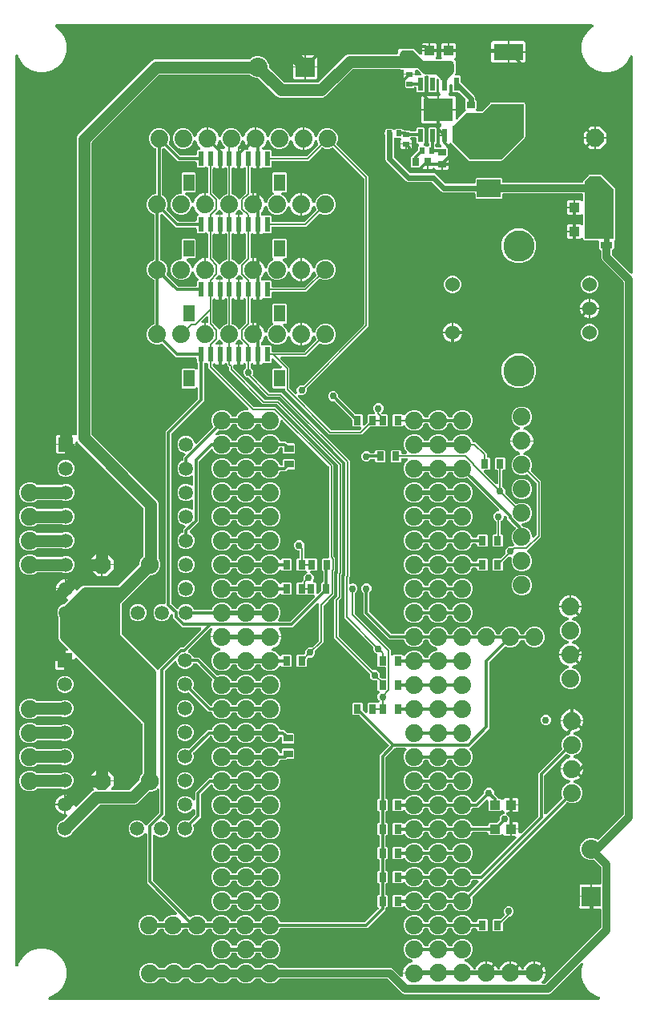
<source format=gbr>
G04 EAGLE Gerber RS-274X export*
G75*
%MOMM*%
%FSLAX34Y34*%
%LPD*%
%INTop Copper*%
%IPPOS*%
%AMOC8*
5,1,8,0,0,1.08239X$1,22.5*%
G01*
G04 Define Apertures*
%ADD10C,1.905000*%
%ADD11P,2.06195X8X202.5*%
%ADD12R,1.100000X1.000000*%
%ADD13C,1.508000*%
%ADD14R,1.508000X1.508000*%
%ADD15C,1.879600*%
%ADD16R,2.032000X2.032000*%
%ADD17C,2.032000*%
%ADD18R,0.798700X0.973900*%
%ADD19R,0.973900X0.798700*%
%ADD20C,1.524000*%
%ADD21C,3.302000*%
%ADD22R,0.600000X1.550000*%
%ADD23R,1.200000X1.800000*%
%ADD24R,0.533400X1.460500*%
%ADD25R,3.100000X2.400000*%
%ADD26R,1.000000X1.100000*%
%ADD27R,0.644000X0.535100*%
%ADD28R,3.129200X1.799400*%
%ADD29R,0.700000X0.900000*%
%ADD30R,0.900000X0.700000*%
%ADD31R,0.535100X0.644000*%
%ADD32R,2.499359X1.899919*%
%ADD33P,2.06195X8X112.5*%
%ADD34R,1.270000X0.660400*%
%ADD35C,0.304800*%
%ADD36C,0.508000*%
%ADD37C,1.270000*%
%ADD38C,0.406400*%
%ADD39C,0.756400*%
%ADD40C,0.152400*%
%ADD41C,0.812800*%
%ADD42C,0.609600*%
G36*
X271610Y10281D02*
X271015Y10160D01*
X-309115Y10160D01*
X-309813Y10329D01*
X-310287Y10709D01*
X-310574Y11243D01*
X-310631Y11847D01*
X-310447Y12425D01*
X-310053Y12886D01*
X-309510Y13156D01*
X-307402Y13721D01*
X-301436Y17165D01*
X-296565Y22036D01*
X-293121Y28002D01*
X-291338Y34656D01*
X-291338Y41544D01*
X-293121Y48198D01*
X-296565Y54164D01*
X-301436Y59035D01*
X-307402Y62479D01*
X-314056Y64262D01*
X-320944Y64262D01*
X-327598Y62479D01*
X-333564Y59035D01*
X-338435Y54164D01*
X-341879Y48198D01*
X-342444Y46090D01*
X-342788Y45460D01*
X-343277Y45101D01*
X-343867Y44961D01*
X-344465Y45063D01*
X-344976Y45390D01*
X-345319Y45890D01*
X-345440Y46485D01*
X-345440Y1007615D01*
X-345271Y1008313D01*
X-344891Y1008787D01*
X-344357Y1009074D01*
X-343753Y1009131D01*
X-343175Y1008947D01*
X-342714Y1008553D01*
X-342444Y1008010D01*
X-341879Y1005902D01*
X-338435Y999936D01*
X-333564Y995065D01*
X-327598Y991621D01*
X-320944Y989838D01*
X-314056Y989838D01*
X-307402Y991621D01*
X-301436Y995065D01*
X-296565Y999936D01*
X-293121Y1005902D01*
X-291338Y1012556D01*
X-291338Y1019444D01*
X-293121Y1026098D01*
X-296565Y1032064D01*
X-301436Y1036935D01*
X-302928Y1037796D01*
X-303191Y1037988D01*
X-303550Y1038477D01*
X-303689Y1039067D01*
X-303588Y1039665D01*
X-303261Y1040176D01*
X-302761Y1040519D01*
X-302166Y1040640D01*
X264066Y1040640D01*
X264390Y1040605D01*
X264945Y1040361D01*
X265361Y1039920D01*
X265572Y1039351D01*
X265544Y1038745D01*
X265283Y1038198D01*
X264828Y1037796D01*
X263336Y1036935D01*
X258465Y1032064D01*
X255021Y1026098D01*
X253238Y1019444D01*
X253238Y1012556D01*
X255021Y1005902D01*
X258465Y999936D01*
X263336Y995065D01*
X269302Y991621D01*
X275956Y989838D01*
X282844Y989838D01*
X289498Y991621D01*
X295464Y995065D01*
X300335Y999936D01*
X303779Y1005902D01*
X304144Y1007263D01*
X304488Y1007894D01*
X304977Y1008253D01*
X305567Y1008392D01*
X306165Y1008290D01*
X306676Y1007964D01*
X307019Y1007463D01*
X307140Y1006869D01*
X307140Y778735D01*
X307046Y778208D01*
X306727Y777692D01*
X306233Y777341D01*
X305640Y777211D01*
X305044Y777322D01*
X304538Y777657D01*
X285434Y796761D01*
X285109Y797244D01*
X284988Y797839D01*
X284988Y801243D01*
X285090Y801792D01*
X285417Y802303D01*
X285918Y802646D01*
X286348Y802734D01*
X287274Y803660D01*
X287274Y811601D01*
X287305Y811907D01*
X287543Y812465D01*
X287855Y812766D01*
X287845Y812777D01*
X288120Y813023D01*
X288275Y813214D01*
X288397Y813428D01*
X288482Y813658D01*
X288533Y813919D01*
X288544Y814113D01*
X288544Y866078D01*
X288519Y866385D01*
X288460Y866624D01*
X288363Y866850D01*
X288226Y867065D01*
X288060Y867255D01*
X274171Y881144D01*
X273937Y881343D01*
X273726Y881470D01*
X273498Y881562D01*
X273248Y881617D01*
X272998Y881634D01*
X261682Y881634D01*
X261375Y881609D01*
X261136Y881550D01*
X260910Y881453D01*
X260695Y881316D01*
X260505Y881150D01*
X255506Y876151D01*
X255307Y875917D01*
X255180Y875706D01*
X255088Y875478D01*
X255033Y875228D01*
X255016Y874978D01*
X255016Y874958D01*
X255014Y874947D01*
X255012Y874926D01*
X255010Y874926D01*
X254914Y874409D01*
X254587Y873898D01*
X254086Y873555D01*
X253492Y873434D01*
X170388Y873434D01*
X169838Y873537D01*
X169327Y873864D01*
X168984Y874364D01*
X168864Y874958D01*
X168864Y877977D01*
X167971Y878870D01*
X141715Y878870D01*
X140822Y877977D01*
X140822Y873942D01*
X140720Y873393D01*
X140393Y872882D01*
X139893Y872539D01*
X139298Y872418D01*
X109838Y872418D01*
X109266Y872530D01*
X108761Y872865D01*
X98913Y882712D01*
X97232Y883409D01*
X72557Y883409D01*
X71986Y883520D01*
X71480Y883855D01*
X54916Y900419D01*
X54590Y900902D01*
X54470Y901496D01*
X54470Y919357D01*
X54572Y919906D01*
X54899Y920417D01*
X55399Y920760D01*
X55994Y920881D01*
X60619Y920881D01*
X61145Y920787D01*
X61661Y920468D01*
X62012Y919973D01*
X62142Y919381D01*
X62031Y918785D01*
X61696Y918279D01*
X61550Y918133D01*
X61550Y915167D01*
X73070Y915167D01*
X73070Y918133D01*
X72297Y918905D01*
X71991Y919344D01*
X71852Y919934D01*
X71953Y920532D01*
X72280Y921043D01*
X72780Y921386D01*
X73375Y921507D01*
X76835Y921507D01*
X77384Y921405D01*
X77895Y921078D01*
X78238Y920577D01*
X78359Y919983D01*
X78359Y915448D01*
X79252Y914555D01*
X79621Y914555D01*
X80148Y914461D01*
X80664Y914142D01*
X81015Y913648D01*
X81145Y913055D01*
X81034Y912459D01*
X80699Y911953D01*
X80122Y911376D01*
X80122Y908267D01*
X80010Y907695D01*
X79675Y907190D01*
X73976Y901491D01*
X73493Y901165D01*
X73263Y901118D01*
X72296Y900152D01*
X72296Y889889D01*
X73189Y888997D01*
X81451Y888997D01*
X82024Y889569D01*
X82485Y889885D01*
X83077Y890015D01*
X83674Y889904D01*
X84179Y889569D01*
X85768Y887981D01*
X89558Y887981D01*
X89558Y895783D01*
X91082Y895783D01*
X91082Y887981D01*
X94872Y887981D01*
X95768Y888877D01*
X96207Y889183D01*
X96797Y889322D01*
X97395Y889221D01*
X97906Y888894D01*
X98249Y888394D01*
X98291Y888187D01*
X99858Y886620D01*
X104648Y886620D01*
X104648Y893422D01*
X112450Y893422D01*
X112450Y897212D01*
X110861Y898801D01*
X110545Y899262D01*
X110415Y899854D01*
X110526Y900450D01*
X110861Y900956D01*
X111434Y901529D01*
X111434Y909791D01*
X110288Y910937D01*
X109982Y911376D01*
X109842Y911966D01*
X109944Y912564D01*
X110271Y913075D01*
X110771Y913418D01*
X111366Y913539D01*
X111669Y913539D01*
X113218Y915088D01*
X113995Y915504D01*
X114602Y915503D01*
X115160Y915265D01*
X115581Y914829D01*
X115634Y914745D01*
X115800Y914555D01*
X133499Y896856D01*
X133733Y896657D01*
X133944Y896530D01*
X134172Y896438D01*
X134422Y896383D01*
X134672Y896366D01*
X167578Y896366D01*
X167885Y896391D01*
X168124Y896450D01*
X168350Y896547D01*
X168565Y896684D01*
X168755Y896850D01*
X192804Y920899D01*
X193003Y921133D01*
X193130Y921344D01*
X193222Y921572D01*
X193277Y921822D01*
X193294Y922072D01*
X193294Y956248D01*
X193269Y956555D01*
X193210Y956794D01*
X193113Y957020D01*
X192981Y957227D01*
X192817Y957410D01*
X192626Y957565D01*
X192412Y957687D01*
X192182Y957772D01*
X191922Y957823D01*
X191727Y957834D01*
X157542Y957834D01*
X157235Y957809D01*
X156996Y957750D01*
X156770Y957653D01*
X156555Y957516D01*
X156365Y957350D01*
X148405Y949390D01*
X147922Y949065D01*
X147328Y948944D01*
X142889Y948944D01*
X142362Y949038D01*
X141846Y949357D01*
X141495Y949851D01*
X141365Y950444D01*
X141476Y951040D01*
X141811Y951546D01*
X141914Y951649D01*
X141914Y959911D01*
X140908Y960917D01*
X140583Y961400D01*
X140462Y961995D01*
X140462Y963533D01*
X139766Y965213D01*
X125287Y979692D01*
X124962Y980175D01*
X124841Y980770D01*
X124841Y985797D01*
X123948Y986690D01*
X120936Y986690D01*
X120415Y986782D01*
X119898Y987098D01*
X119545Y987591D01*
X119412Y988183D01*
X119521Y988780D01*
X119562Y988882D01*
X119617Y989132D01*
X119634Y989382D01*
X119634Y1001968D01*
X119609Y1002275D01*
X119550Y1002514D01*
X119453Y1002740D01*
X119321Y1002947D01*
X119157Y1003130D01*
X119009Y1003250D01*
X118573Y1003819D01*
X118443Y1004411D01*
X118555Y1005007D01*
X118889Y1005513D01*
X119715Y1006338D01*
X119715Y1012128D01*
X104635Y1012128D01*
X104635Y1006338D01*
X104817Y1006156D01*
X105123Y1005717D01*
X105262Y1005127D01*
X105161Y1004529D01*
X104834Y1004018D01*
X104334Y1003675D01*
X103739Y1003554D01*
X100000Y1003554D01*
X99473Y1003648D01*
X98957Y1003967D01*
X98606Y1004461D01*
X98476Y1005054D01*
X98587Y1005650D01*
X98922Y1006156D01*
X99285Y1006518D01*
X99285Y1012308D01*
X84205Y1012308D01*
X84205Y1010020D01*
X84111Y1009493D01*
X83792Y1008977D01*
X83297Y1008626D01*
X82705Y1008496D01*
X82109Y1008607D01*
X81603Y1008942D01*
X76051Y1014494D01*
X75817Y1014693D01*
X75606Y1014820D01*
X75378Y1014912D01*
X75128Y1014967D01*
X74878Y1014984D01*
X61022Y1014984D01*
X60715Y1014959D01*
X60476Y1014900D01*
X60250Y1014803D01*
X60043Y1014671D01*
X59860Y1014507D01*
X59705Y1014316D01*
X59583Y1014102D01*
X59498Y1013872D01*
X59447Y1013612D01*
X59436Y1013417D01*
X59436Y1010706D01*
X59334Y1010157D01*
X59007Y1009646D01*
X58506Y1009303D01*
X57912Y1009182D01*
X6267Y1009182D01*
X3373Y1007983D01*
X-24954Y979656D01*
X-25437Y979331D01*
X-26031Y979210D01*
X-61093Y979210D01*
X-61665Y979321D01*
X-62171Y979656D01*
X-77240Y994725D01*
X-77565Y995208D01*
X-77686Y995803D01*
X-77686Y998044D01*
X-79465Y1002338D01*
X-82752Y1005625D01*
X-87046Y1007404D01*
X-91694Y1007404D01*
X-95988Y1005625D01*
X-97573Y1004040D01*
X-98057Y1003715D01*
X-98651Y1003594D01*
X-198122Y1003594D01*
X-201016Y1002395D01*
X-279471Y923940D01*
X-280670Y921046D01*
X-280670Y607821D01*
X-280764Y607295D01*
X-281083Y606779D01*
X-281577Y606428D01*
X-282170Y606298D01*
X-282766Y606409D01*
X-283272Y606744D01*
X-283508Y606980D01*
X-291338Y606980D01*
X-291338Y597662D01*
X-282020Y597662D01*
X-282020Y598221D01*
X-281926Y598747D01*
X-281607Y599263D01*
X-281113Y599614D01*
X-280520Y599745D01*
X-279924Y599633D01*
X-279418Y599298D01*
X-210631Y530511D01*
X-210306Y530028D01*
X-210185Y529434D01*
X-210185Y479172D01*
X-210296Y478600D01*
X-210631Y478094D01*
X-212567Y476159D01*
X-214249Y472098D01*
X-214249Y470618D01*
X-214360Y470046D01*
X-214695Y469540D01*
X-236114Y448121D01*
X-236597Y447796D01*
X-237192Y447675D01*
X-272965Y447675D01*
X-275859Y446476D01*
X-279418Y442917D01*
X-279857Y442611D01*
X-280447Y442472D01*
X-281045Y442573D01*
X-281556Y442900D01*
X-281899Y443400D01*
X-281968Y443738D01*
X-291338Y443738D01*
X-291338Y434374D01*
X-291068Y434326D01*
X-290552Y434007D01*
X-290201Y433513D01*
X-290071Y432920D01*
X-290182Y432324D01*
X-290517Y431818D01*
X-294147Y428188D01*
X-294642Y427858D01*
X-297234Y426784D01*
X-299784Y424234D01*
X-301164Y420903D01*
X-301164Y417297D01*
X-300090Y414704D01*
X-299974Y414121D01*
X-299974Y392444D01*
X-298775Y389550D01*
X-290511Y381285D01*
X-290205Y380846D01*
X-290065Y380256D01*
X-290167Y379658D01*
X-290494Y379147D01*
X-290994Y378804D01*
X-291588Y378684D01*
X-292147Y378684D01*
X-292147Y369366D01*
X-282829Y369366D01*
X-282829Y369924D01*
X-282735Y370451D01*
X-282416Y370967D01*
X-281922Y371318D01*
X-281329Y371448D01*
X-280733Y371337D01*
X-280227Y371002D01*
X-211520Y302295D01*
X-211195Y301812D01*
X-211074Y301217D01*
X-211074Y249683D01*
X-211185Y249111D01*
X-211520Y248605D01*
X-212567Y247559D01*
X-214249Y243498D01*
X-214249Y242812D01*
X-214360Y242240D01*
X-214695Y241734D01*
X-224208Y232221D01*
X-224691Y231896D01*
X-225286Y231775D01*
X-242783Y231775D01*
X-243310Y231869D01*
X-243826Y232188D01*
X-244177Y232682D01*
X-244307Y233275D01*
X-244196Y233871D01*
X-243861Y234377D01*
X-241935Y236303D01*
X-241935Y240538D01*
X-266065Y240538D01*
X-266065Y236303D01*
X-263104Y233341D01*
X-262792Y232891D01*
X-262658Y232300D01*
X-262764Y231703D01*
X-263095Y231194D01*
X-263598Y230855D01*
X-264272Y230576D01*
X-280227Y214621D01*
X-280666Y214315D01*
X-281256Y214175D01*
X-281854Y214277D01*
X-282365Y214604D01*
X-282708Y215104D01*
X-282777Y215442D01*
X-292147Y215442D01*
X-292147Y206078D01*
X-291877Y206030D01*
X-291361Y205711D01*
X-291010Y205216D01*
X-290880Y204624D01*
X-290991Y204028D01*
X-291326Y203522D01*
X-294956Y199892D01*
X-295451Y199562D01*
X-298043Y198488D01*
X-300593Y195938D01*
X-301973Y192606D01*
X-301973Y189001D01*
X-300593Y185669D01*
X-298043Y183120D01*
X-294712Y181740D01*
X-291106Y181740D01*
X-287775Y183120D01*
X-285225Y185669D01*
X-284151Y188262D01*
X-283821Y188756D01*
X-256996Y215581D01*
X-256513Y215906D01*
X-255919Y216027D01*
X-219827Y216027D01*
X-216933Y217226D01*
X-204354Y229805D01*
X-203871Y230130D01*
X-203276Y230251D01*
X-201002Y230251D01*
X-196941Y231933D01*
X-196150Y232725D01*
X-195711Y233031D01*
X-195121Y233170D01*
X-194523Y233069D01*
X-194012Y232742D01*
X-193669Y232242D01*
X-193548Y231647D01*
X-193548Y208480D01*
X-193659Y207908D01*
X-193994Y207402D01*
X-206368Y195029D01*
X-206818Y194718D01*
X-207409Y194583D01*
X-208006Y194690D01*
X-208514Y195021D01*
X-208853Y195524D01*
X-209025Y195938D01*
X-211575Y198488D01*
X-214906Y199868D01*
X-218512Y199868D01*
X-221843Y198488D01*
X-224393Y195938D01*
X-225773Y192606D01*
X-225773Y189001D01*
X-224393Y185669D01*
X-221843Y183120D01*
X-218512Y181740D01*
X-214906Y181740D01*
X-211575Y183120D01*
X-208850Y185845D01*
X-208411Y186151D01*
X-207821Y186290D01*
X-207223Y186188D01*
X-206712Y185862D01*
X-206369Y185361D01*
X-206248Y184767D01*
X-206248Y133536D01*
X-175135Y102424D01*
X-174829Y101985D01*
X-174690Y101395D01*
X-174792Y100797D01*
X-175118Y100286D01*
X-175619Y99943D01*
X-176213Y99822D01*
X-180769Y99822D01*
X-184784Y98159D01*
X-187856Y95087D01*
X-188346Y93905D01*
X-188659Y93428D01*
X-189159Y93085D01*
X-189754Y92964D01*
X-192840Y92964D01*
X-193401Y93071D01*
X-193909Y93402D01*
X-194248Y93905D01*
X-194738Y95087D01*
X-197810Y98159D01*
X-201824Y99822D01*
X-206169Y99822D01*
X-210184Y98159D01*
X-213256Y95087D01*
X-214919Y91073D01*
X-214919Y86728D01*
X-213256Y82713D01*
X-210184Y79641D01*
X-206169Y77978D01*
X-201824Y77978D01*
X-197810Y79641D01*
X-194738Y82713D01*
X-194248Y83895D01*
X-193935Y84372D01*
X-193434Y84715D01*
X-192840Y84836D01*
X-189754Y84836D01*
X-189193Y84729D01*
X-188685Y84398D01*
X-188346Y83895D01*
X-187856Y82713D01*
X-184784Y79641D01*
X-180769Y77978D01*
X-176424Y77978D01*
X-172410Y79641D01*
X-169338Y82713D01*
X-168848Y83895D01*
X-168535Y84372D01*
X-168034Y84715D01*
X-167440Y84836D01*
X-164354Y84836D01*
X-163793Y84729D01*
X-163285Y84398D01*
X-162946Y83895D01*
X-162456Y82713D01*
X-159384Y79641D01*
X-155369Y77978D01*
X-151024Y77978D01*
X-147010Y79641D01*
X-143938Y82713D01*
X-143448Y83895D01*
X-143135Y84372D01*
X-142634Y84715D01*
X-142040Y84836D01*
X-138954Y84836D01*
X-138393Y84729D01*
X-137885Y84398D01*
X-137546Y83895D01*
X-137056Y82713D01*
X-133984Y79641D01*
X-129969Y77978D01*
X-125624Y77978D01*
X-121610Y79641D01*
X-118538Y82713D01*
X-118048Y83895D01*
X-117735Y84372D01*
X-117234Y84715D01*
X-116640Y84836D01*
X-113554Y84836D01*
X-112993Y84729D01*
X-112485Y84398D01*
X-112146Y83895D01*
X-111656Y82713D01*
X-108584Y79641D01*
X-104569Y77978D01*
X-100224Y77978D01*
X-96210Y79641D01*
X-93138Y82713D01*
X-92648Y83895D01*
X-92335Y84372D01*
X-91834Y84715D01*
X-91240Y84836D01*
X-87357Y84836D01*
X-86796Y84729D01*
X-86288Y84398D01*
X-85949Y83895D01*
X-85459Y82713D01*
X-82387Y79641D01*
X-78373Y77978D01*
X-74028Y77978D01*
X-70013Y79641D01*
X-66941Y82713D01*
X-66030Y84911D01*
X-65717Y85388D01*
X-65217Y85731D01*
X-64622Y85852D01*
X26663Y85852D01*
X45696Y104885D01*
X45696Y106383D01*
X45798Y106932D01*
X46125Y107443D01*
X46626Y107786D01*
X47220Y107907D01*
X47273Y107907D01*
X48166Y108799D01*
X48166Y119801D01*
X47273Y120694D01*
X47220Y120694D01*
X46671Y120796D01*
X46160Y121123D01*
X45817Y121623D01*
X45696Y122218D01*
X45696Y131783D01*
X45798Y132332D01*
X46125Y132843D01*
X46626Y133186D01*
X47220Y133307D01*
X47273Y133307D01*
X48166Y134199D01*
X48166Y145201D01*
X47273Y146094D01*
X47220Y146094D01*
X46671Y146196D01*
X46160Y146523D01*
X45817Y147023D01*
X45696Y147618D01*
X45696Y157183D01*
X45798Y157732D01*
X46125Y158243D01*
X46626Y158586D01*
X47220Y158707D01*
X47273Y158707D01*
X48166Y159599D01*
X48166Y170601D01*
X47273Y171494D01*
X47220Y171494D01*
X46671Y171596D01*
X46160Y171923D01*
X45817Y172423D01*
X45696Y173018D01*
X45696Y182583D01*
X45798Y183132D01*
X46125Y183643D01*
X46626Y183986D01*
X47220Y184107D01*
X47273Y184107D01*
X48166Y184999D01*
X48166Y196001D01*
X47273Y196894D01*
X47220Y196894D01*
X46671Y196996D01*
X46160Y197323D01*
X45817Y197823D01*
X45696Y198418D01*
X45696Y207983D01*
X45798Y208532D01*
X46125Y209043D01*
X46626Y209386D01*
X47220Y209507D01*
X47273Y209507D01*
X48166Y210399D01*
X48166Y221401D01*
X47273Y222294D01*
X47220Y222294D01*
X46671Y222396D01*
X46160Y222723D01*
X45817Y223223D01*
X45696Y223818D01*
X45696Y265568D01*
X45807Y266140D01*
X46142Y266646D01*
X55148Y275652D01*
X55631Y275977D01*
X56226Y276098D01*
X66473Y276098D01*
X66999Y276004D01*
X67515Y275685D01*
X67866Y275191D01*
X67997Y274598D01*
X67885Y274002D01*
X67550Y273496D01*
X66941Y272887D01*
X65278Y268873D01*
X65278Y264528D01*
X66941Y260513D01*
X70013Y257441D01*
X74028Y255778D01*
X78373Y255778D01*
X82387Y257441D01*
X85459Y260513D01*
X86370Y262711D01*
X86683Y263188D01*
X87183Y263531D01*
X87778Y263652D01*
X90022Y263652D01*
X90583Y263545D01*
X91091Y263214D01*
X91430Y262711D01*
X92341Y260513D01*
X95413Y257441D01*
X99428Y255778D01*
X103773Y255778D01*
X107787Y257441D01*
X110859Y260513D01*
X111770Y262711D01*
X112083Y263188D01*
X112583Y263531D01*
X113178Y263652D01*
X115422Y263652D01*
X115983Y263545D01*
X116491Y263214D01*
X116830Y262711D01*
X117741Y260513D01*
X120813Y257441D01*
X124828Y255778D01*
X129173Y255778D01*
X133187Y257441D01*
X136259Y260513D01*
X137922Y264528D01*
X137922Y268873D01*
X136259Y272887D01*
X134908Y274238D01*
X134592Y274699D01*
X134462Y275292D01*
X134573Y275888D01*
X134908Y276393D01*
X155448Y296933D01*
X155448Y366406D01*
X155559Y366978D01*
X155894Y367484D01*
X171409Y382999D01*
X171881Y383320D01*
X172475Y383445D01*
X173070Y383329D01*
X175628Y382270D01*
X179973Y382270D01*
X183987Y383933D01*
X187059Y387005D01*
X187970Y389203D01*
X188283Y389680D01*
X188783Y390023D01*
X189378Y390144D01*
X191622Y390144D01*
X192183Y390037D01*
X192691Y389706D01*
X193030Y389203D01*
X193941Y387005D01*
X197013Y383933D01*
X201028Y382270D01*
X205373Y382270D01*
X209387Y383933D01*
X212459Y387005D01*
X214122Y391020D01*
X214122Y395365D01*
X212459Y399379D01*
X209387Y402451D01*
X205373Y404114D01*
X201028Y404114D01*
X197013Y402451D01*
X193941Y399379D01*
X193030Y397181D01*
X192717Y396704D01*
X192217Y396361D01*
X191622Y396240D01*
X189378Y396240D01*
X188817Y396347D01*
X188309Y396678D01*
X187970Y397181D01*
X187059Y399379D01*
X183987Y402451D01*
X179973Y404114D01*
X175628Y404114D01*
X171613Y402451D01*
X168541Y399379D01*
X167630Y397181D01*
X167317Y396704D01*
X166817Y396361D01*
X166222Y396240D01*
X163978Y396240D01*
X163417Y396347D01*
X162909Y396678D01*
X162570Y397181D01*
X161659Y399379D01*
X158587Y402451D01*
X154573Y404114D01*
X150228Y404114D01*
X146213Y402451D01*
X143141Y399379D01*
X142230Y397181D01*
X141917Y396704D01*
X141417Y396361D01*
X140822Y396240D01*
X138578Y396240D01*
X138017Y396347D01*
X137509Y396678D01*
X137170Y397181D01*
X136259Y399379D01*
X133187Y402451D01*
X129173Y404114D01*
X124828Y404114D01*
X120813Y402451D01*
X117741Y399379D01*
X116830Y397181D01*
X116517Y396704D01*
X116017Y396361D01*
X115422Y396240D01*
X113178Y396240D01*
X112617Y396347D01*
X112109Y396678D01*
X111770Y397181D01*
X110859Y399379D01*
X107787Y402451D01*
X103773Y404114D01*
X99428Y404114D01*
X95413Y402451D01*
X92341Y399379D01*
X91641Y397689D01*
X91327Y397212D01*
X90827Y396869D01*
X90233Y396748D01*
X87778Y396748D01*
X87217Y396855D01*
X86709Y397186D01*
X86370Y397689D01*
X85459Y399887D01*
X82387Y402959D01*
X78373Y404622D01*
X74028Y404622D01*
X70013Y402959D01*
X66941Y399887D01*
X66030Y397689D01*
X65717Y397212D01*
X65217Y396869D01*
X64622Y396748D01*
X52694Y396748D01*
X52122Y396859D01*
X51616Y397194D01*
X28894Y419916D01*
X28569Y420399D01*
X28448Y420994D01*
X28448Y439413D01*
X28559Y439985D01*
X28894Y440491D01*
X29898Y441494D01*
X30706Y443445D01*
X30706Y445555D01*
X29898Y447506D01*
X28406Y448998D01*
X26455Y449806D01*
X24345Y449806D01*
X22394Y448998D01*
X20902Y447506D01*
X20094Y445555D01*
X20094Y443445D01*
X20902Y441494D01*
X21906Y440491D01*
X22231Y440007D01*
X22352Y439413D01*
X22352Y417837D01*
X49537Y390652D01*
X64622Y390652D01*
X65183Y390545D01*
X65691Y390214D01*
X66030Y389711D01*
X66941Y387513D01*
X70013Y384441D01*
X74028Y382778D01*
X78373Y382778D01*
X82387Y384441D01*
X85459Y387513D01*
X86370Y389711D01*
X86683Y390188D01*
X87183Y390531D01*
X87778Y390652D01*
X89812Y390652D01*
X90373Y390545D01*
X90881Y390214D01*
X91220Y389711D01*
X92341Y387005D01*
X95413Y383933D01*
X99708Y382154D01*
X100158Y381866D01*
X100513Y381374D01*
X100648Y380782D01*
X100541Y380185D01*
X100211Y379677D01*
X99708Y379338D01*
X95413Y377559D01*
X92341Y374487D01*
X91430Y372289D01*
X91117Y371812D01*
X90617Y371469D01*
X90022Y371348D01*
X87778Y371348D01*
X87217Y371455D01*
X86709Y371786D01*
X86370Y372289D01*
X85459Y374487D01*
X82387Y377559D01*
X78373Y379222D01*
X74028Y379222D01*
X70013Y377559D01*
X66941Y374487D01*
X66889Y374361D01*
X66592Y373902D01*
X66098Y373551D01*
X65505Y373421D01*
X64909Y373532D01*
X64403Y373867D01*
X63577Y374694D01*
X54327Y374694D01*
X53815Y374181D01*
X53376Y373875D01*
X52786Y373736D01*
X52188Y373838D01*
X51677Y374164D01*
X51334Y374665D01*
X51214Y375259D01*
X51214Y379701D01*
X13487Y417428D01*
X13161Y417911D01*
X13041Y418505D01*
X13041Y438685D01*
X13148Y439246D01*
X13479Y439755D01*
X13584Y439826D01*
X15253Y441494D01*
X16061Y443445D01*
X16061Y445555D01*
X15253Y447506D01*
X13760Y448998D01*
X11810Y449806D01*
X9699Y449806D01*
X9080Y449549D01*
X8545Y449434D01*
X7947Y449536D01*
X7436Y449863D01*
X7093Y450363D01*
X6973Y450957D01*
X6973Y455338D01*
X7084Y455910D01*
X7419Y456415D01*
X7828Y456824D01*
X7828Y579582D01*
X-64101Y651510D01*
X-76146Y651510D01*
X-76718Y651621D01*
X-77223Y651956D01*
X-94246Y668979D01*
X-94567Y669451D01*
X-94692Y670044D01*
X-94576Y670639D01*
X-93994Y672045D01*
X-93994Y674155D01*
X-94802Y676106D01*
X-96451Y677754D01*
X-96550Y677820D01*
X-96893Y678320D01*
X-97014Y678915D01*
X-97014Y681092D01*
X-96912Y681641D01*
X-96585Y682152D01*
X-96084Y682495D01*
X-95490Y682616D01*
X-95129Y682616D01*
X-95043Y682635D01*
X-94446Y682524D01*
X-93941Y682189D01*
X-93352Y681600D01*
X-90062Y681600D01*
X-90062Y692652D01*
X-88538Y692652D01*
X-88538Y681600D01*
X-85248Y681600D01*
X-84659Y682189D01*
X-84198Y682505D01*
X-83606Y682635D01*
X-83505Y682616D01*
X-75669Y682616D01*
X-74776Y683509D01*
X-74776Y686437D01*
X-74682Y686963D01*
X-74363Y687479D01*
X-73869Y687830D01*
X-73276Y687961D01*
X-72680Y687849D01*
X-72174Y687514D01*
X-64426Y679766D01*
X-64120Y679327D01*
X-63980Y678737D01*
X-64082Y678139D01*
X-64409Y677628D01*
X-64909Y677285D01*
X-65503Y677164D01*
X-72931Y677164D01*
X-73824Y676271D01*
X-73824Y657009D01*
X-72931Y656116D01*
X-61824Y656116D01*
X-61275Y656014D01*
X-60764Y655687D01*
X-60421Y655186D01*
X-60300Y654592D01*
X-60300Y653967D01*
X-13647Y607314D01*
X20529Y607314D01*
X28675Y615460D01*
X29158Y615786D01*
X29753Y615907D01*
X47273Y615907D01*
X48166Y616799D01*
X48166Y627801D01*
X47273Y628694D01*
X42977Y628694D01*
X42450Y628787D01*
X41934Y629106D01*
X41583Y629601D01*
X41453Y630193D01*
X41564Y630789D01*
X41899Y631295D01*
X42598Y631994D01*
X43406Y633945D01*
X43406Y636055D01*
X42598Y638006D01*
X41106Y639498D01*
X39155Y640306D01*
X37045Y640306D01*
X35094Y639498D01*
X33602Y638006D01*
X32794Y636055D01*
X32794Y633945D01*
X33602Y631994D01*
X34301Y631295D01*
X34607Y630856D01*
X34747Y630266D01*
X34645Y629668D01*
X34318Y629157D01*
X33818Y628814D01*
X33223Y628694D01*
X27657Y628694D01*
X26765Y627801D01*
X26765Y620647D01*
X26653Y620075D01*
X26318Y619569D01*
X24097Y617348D01*
X23658Y617042D01*
X23068Y616902D01*
X22470Y617004D01*
X21959Y617331D01*
X21616Y617831D01*
X21496Y618426D01*
X21496Y627801D01*
X20603Y628694D01*
X14526Y628694D01*
X13954Y628805D01*
X13449Y629140D01*
X-3848Y646436D01*
X-4173Y646919D01*
X-4294Y647514D01*
X-4294Y648933D01*
X-5102Y650884D01*
X-6594Y652376D01*
X-8545Y653184D01*
X-10655Y653184D01*
X-12606Y652376D01*
X-14098Y650884D01*
X-14906Y648933D01*
X-14906Y646823D01*
X-14098Y644872D01*
X-12606Y643380D01*
X-10655Y642572D01*
X-9236Y642572D01*
X-8664Y642461D01*
X-8158Y642126D01*
X10014Y623953D01*
X10340Y623470D01*
X10461Y622876D01*
X10461Y616799D01*
X11353Y615907D01*
X18976Y615907D01*
X19503Y615813D01*
X20019Y615494D01*
X20370Y614999D01*
X20500Y614407D01*
X20389Y613811D01*
X20054Y613305D01*
X19081Y612332D01*
X18598Y612007D01*
X18004Y611886D01*
X-11122Y611886D01*
X-11694Y611997D01*
X-12199Y612332D01*
X-46467Y646600D01*
X-46768Y647028D01*
X-46912Y647617D01*
X-46815Y648216D01*
X-46493Y648729D01*
X-45995Y649076D01*
X-45402Y649202D01*
X-44806Y649086D01*
X-43981Y648744D01*
X-41871Y648744D01*
X-39920Y649552D01*
X-38428Y651044D01*
X-37620Y652995D01*
X-37620Y655326D01*
X-37644Y655443D01*
X-37533Y656039D01*
X-37198Y656545D01*
X27686Y721429D01*
X27686Y879911D01*
X-5722Y913319D01*
X-6043Y913791D01*
X-6168Y914384D01*
X-6052Y914979D01*
X-4826Y917940D01*
X-4826Y922285D01*
X-6489Y926299D01*
X-9561Y929371D01*
X-13576Y931034D01*
X-17921Y931034D01*
X-21935Y929371D01*
X-25007Y926299D01*
X-26490Y922719D01*
X-26778Y922268D01*
X-27270Y921913D01*
X-27862Y921778D01*
X-28459Y921885D01*
X-28967Y922216D01*
X-29306Y922719D01*
X-31027Y926874D01*
X-34386Y930233D01*
X-38773Y932050D01*
X-40386Y932050D01*
X-40386Y908174D01*
X-38773Y908174D01*
X-34386Y909991D01*
X-31027Y913350D01*
X-29306Y917505D01*
X-29018Y917956D01*
X-28526Y918311D01*
X-27935Y918446D01*
X-27337Y918339D01*
X-26829Y918008D01*
X-26490Y917505D01*
X-25444Y914979D01*
X-25328Y914421D01*
X-25439Y913824D01*
X-25774Y913319D01*
X-37461Y901632D01*
X-37944Y901307D01*
X-38538Y901186D01*
X-73252Y901186D01*
X-73801Y901288D01*
X-74312Y901615D01*
X-74655Y902116D01*
X-74776Y902710D01*
X-74776Y907281D01*
X-75669Y908174D01*
X-83324Y908174D01*
X-83851Y908268D01*
X-84367Y908587D01*
X-84718Y909081D01*
X-84848Y909674D01*
X-84736Y910270D01*
X-84401Y910776D01*
X-81827Y913350D01*
X-80106Y917505D01*
X-79818Y917956D01*
X-79326Y918311D01*
X-78735Y918446D01*
X-78137Y918339D01*
X-77629Y918008D01*
X-77290Y917505D01*
X-75807Y913925D01*
X-72735Y910853D01*
X-68721Y909190D01*
X-64376Y909190D01*
X-60361Y910853D01*
X-57289Y913925D01*
X-55806Y917505D01*
X-55518Y917956D01*
X-55026Y918311D01*
X-54434Y918446D01*
X-53837Y918339D01*
X-53329Y918008D01*
X-52990Y917505D01*
X-51269Y913350D01*
X-47910Y909991D01*
X-43523Y908174D01*
X-41910Y908174D01*
X-41910Y932050D01*
X-43523Y932050D01*
X-47910Y930233D01*
X-51269Y926874D01*
X-52990Y922719D01*
X-53278Y922268D01*
X-53770Y921913D01*
X-54361Y921778D01*
X-54959Y921885D01*
X-55467Y922216D01*
X-55806Y922719D01*
X-57289Y926299D01*
X-60361Y929371D01*
X-64376Y931034D01*
X-68721Y931034D01*
X-72735Y929371D01*
X-75807Y926299D01*
X-77290Y922719D01*
X-77578Y922268D01*
X-78070Y921913D01*
X-78662Y921778D01*
X-79259Y921885D01*
X-79767Y922216D01*
X-80106Y922719D01*
X-81827Y926874D01*
X-85186Y930233D01*
X-89573Y932050D01*
X-91186Y932050D01*
X-91186Y919350D01*
X-92710Y919350D01*
X-92710Y932050D01*
X-94323Y932050D01*
X-98710Y930233D01*
X-102069Y926874D01*
X-103790Y922719D01*
X-104078Y922268D01*
X-104570Y921913D01*
X-105161Y921778D01*
X-105759Y921885D01*
X-106267Y922216D01*
X-106606Y922719D01*
X-108089Y926299D01*
X-111161Y929371D01*
X-115176Y931034D01*
X-119521Y931034D01*
X-123535Y929371D01*
X-126607Y926299D01*
X-128090Y922719D01*
X-128378Y922268D01*
X-128870Y921913D01*
X-129462Y921778D01*
X-130059Y921885D01*
X-130567Y922216D01*
X-130906Y922719D01*
X-132627Y926874D01*
X-135986Y930233D01*
X-140373Y932050D01*
X-141986Y932050D01*
X-141986Y919350D01*
X-143510Y919350D01*
X-143510Y932050D01*
X-145123Y932050D01*
X-149510Y930233D01*
X-152869Y926874D01*
X-154590Y922719D01*
X-154878Y922268D01*
X-155370Y921913D01*
X-155961Y921778D01*
X-156559Y921885D01*
X-157067Y922216D01*
X-157406Y922719D01*
X-158889Y926299D01*
X-161961Y929371D01*
X-165976Y931034D01*
X-170321Y931034D01*
X-174335Y929371D01*
X-177407Y926299D01*
X-179070Y922285D01*
X-179070Y917940D01*
X-177407Y913925D01*
X-174335Y910853D01*
X-170321Y909190D01*
X-165976Y909190D01*
X-161961Y910853D01*
X-158889Y913925D01*
X-157406Y917505D01*
X-157118Y917956D01*
X-156626Y918311D01*
X-156034Y918446D01*
X-155437Y918339D01*
X-154929Y918008D01*
X-154590Y917505D01*
X-152869Y913350D01*
X-150295Y910776D01*
X-149989Y910337D01*
X-149849Y909747D01*
X-149951Y909149D01*
X-150278Y908638D01*
X-150778Y908295D01*
X-151372Y908174D01*
X-152931Y908174D01*
X-153824Y907281D01*
X-153824Y903472D01*
X-153926Y902923D01*
X-154253Y902412D01*
X-154754Y902069D01*
X-155348Y901948D01*
X-170442Y901948D01*
X-171014Y902059D01*
X-171520Y902394D01*
X-183206Y914081D01*
X-183527Y914553D01*
X-183652Y915146D01*
X-183536Y915741D01*
X-182626Y917940D01*
X-182626Y922285D01*
X-184289Y926299D01*
X-187361Y929371D01*
X-191376Y931034D01*
X-195721Y931034D01*
X-199735Y929371D01*
X-202807Y926299D01*
X-204470Y922285D01*
X-204470Y917940D01*
X-202807Y913925D01*
X-199735Y910853D01*
X-197537Y909942D01*
X-197060Y909629D01*
X-196717Y909129D01*
X-196596Y908534D01*
X-196596Y862861D01*
X-196703Y862301D01*
X-197034Y861792D01*
X-197537Y861453D01*
X-201767Y859701D01*
X-204839Y856629D01*
X-206502Y852615D01*
X-206502Y848270D01*
X-204839Y844255D01*
X-201767Y841183D01*
X-199569Y840272D01*
X-199092Y839959D01*
X-198749Y839459D01*
X-198628Y838864D01*
X-198628Y793096D01*
X-198735Y792535D01*
X-199066Y792027D01*
X-199569Y791688D01*
X-201767Y790777D01*
X-204839Y787705D01*
X-206502Y783691D01*
X-206502Y779346D01*
X-204839Y775331D01*
X-201767Y772259D01*
X-199569Y771348D01*
X-199092Y771035D01*
X-198749Y770535D01*
X-198628Y769940D01*
X-198628Y724680D01*
X-198735Y724119D01*
X-199066Y723611D01*
X-199569Y723272D01*
X-201767Y722361D01*
X-204839Y719289D01*
X-206502Y715275D01*
X-206502Y710930D01*
X-204839Y706915D01*
X-201767Y703843D01*
X-197753Y702180D01*
X-193408Y702180D01*
X-191209Y703090D01*
X-190651Y703206D01*
X-190054Y703095D01*
X-189549Y702760D01*
X-175631Y688842D01*
X-155348Y688842D01*
X-154799Y688740D01*
X-154288Y688413D01*
X-153945Y687912D01*
X-153824Y687318D01*
X-153824Y683509D01*
X-152794Y682479D01*
X-152469Y681996D01*
X-152348Y681401D01*
X-152348Y677523D01*
X-152442Y676996D01*
X-152761Y676480D01*
X-153255Y676129D01*
X-153848Y675999D01*
X-154444Y676110D01*
X-154950Y676445D01*
X-155669Y677164D01*
X-168931Y677164D01*
X-169824Y676271D01*
X-169824Y657009D01*
X-168931Y656116D01*
X-155669Y656116D01*
X-154950Y656835D01*
X-154511Y657141D01*
X-153921Y657281D01*
X-153323Y657179D01*
X-152812Y656852D01*
X-152469Y656352D01*
X-152348Y655757D01*
X-152348Y645836D01*
X-152459Y645264D01*
X-152794Y644758D01*
X-186690Y610863D01*
X-186690Y429613D01*
X-186788Y429075D01*
X-187111Y428562D01*
X-187609Y428215D01*
X-188202Y428090D01*
X-188584Y428164D01*
X-192303Y428164D01*
X-195634Y426784D01*
X-198184Y424234D01*
X-199564Y420903D01*
X-199564Y417297D01*
X-198184Y413966D01*
X-195634Y411416D01*
X-192303Y410036D01*
X-188697Y410036D01*
X-185366Y411416D01*
X-182816Y413966D01*
X-181668Y416737D01*
X-181388Y417179D01*
X-180899Y417537D01*
X-180309Y417677D01*
X-179711Y417575D01*
X-179200Y417248D01*
X-178857Y416748D01*
X-178736Y416154D01*
X-178736Y413452D01*
X-168890Y403606D01*
X-150484Y403606D01*
X-149957Y403512D01*
X-149441Y403193D01*
X-149090Y402699D01*
X-148960Y402106D01*
X-149071Y401510D01*
X-149406Y401004D01*
X-167725Y382686D01*
X-168208Y382360D01*
X-168802Y382240D01*
X-171557Y382240D01*
X-193608Y360188D01*
X-193638Y360020D01*
X-193952Y359502D01*
X-194444Y359147D01*
X-195036Y359012D01*
X-195633Y359118D01*
X-196141Y359449D01*
X-196480Y359952D01*
X-196525Y360060D01*
X-232980Y396515D01*
X-233305Y396998D01*
X-233426Y397593D01*
X-233426Y427907D01*
X-233315Y428479D01*
X-232980Y428985D01*
X-203560Y458405D01*
X-203077Y458730D01*
X-202482Y458851D01*
X-201002Y458851D01*
X-196941Y460533D01*
X-193833Y463641D01*
X-192151Y467702D01*
X-192151Y472098D01*
X-193833Y476159D01*
X-193991Y476316D01*
X-194316Y476800D01*
X-194437Y477394D01*
X-194437Y534893D01*
X-195636Y537787D01*
X-264476Y606627D01*
X-264801Y607110D01*
X-264922Y607704D01*
X-264922Y915587D01*
X-264811Y916159D01*
X-264476Y916665D01*
X-193741Y987400D01*
X-193258Y987725D01*
X-192663Y987846D01*
X-98651Y987846D01*
X-98079Y987735D01*
X-97573Y987400D01*
X-95988Y985815D01*
X-91694Y984036D01*
X-89453Y984036D01*
X-88881Y983925D01*
X-88375Y983590D01*
X-69446Y964661D01*
X-66552Y963462D01*
X-20572Y963462D01*
X-17678Y964661D01*
X10649Y992988D01*
X11132Y993313D01*
X11726Y993434D01*
X60493Y993434D01*
X61279Y993215D01*
X61554Y993050D01*
X61782Y992958D01*
X62032Y992903D01*
X62282Y992886D01*
X63836Y992886D01*
X64385Y992784D01*
X64896Y992457D01*
X65239Y991956D01*
X65360Y991362D01*
X65360Y988817D01*
X76880Y988817D01*
X76880Y991362D01*
X76982Y991911D01*
X77309Y992422D01*
X77810Y992765D01*
X78404Y992886D01*
X78748Y992886D01*
X79319Y992775D01*
X79825Y992440D01*
X82973Y989292D01*
X83279Y988853D01*
X83419Y988263D01*
X83317Y987665D01*
X82990Y987154D01*
X82490Y986811D01*
X81896Y986690D01*
X79152Y986690D01*
X79043Y986614D01*
X78453Y986474D01*
X77855Y986576D01*
X77344Y986903D01*
X77076Y987293D01*
X65360Y987293D01*
X65360Y984327D01*
X66348Y983339D01*
X66664Y982878D01*
X66794Y982286D01*
X66683Y981690D01*
X66376Y981226D01*
X66376Y974598D01*
X67269Y973706D01*
X74971Y973706D01*
X75676Y974411D01*
X76160Y974736D01*
X76754Y974857D01*
X76835Y974857D01*
X77384Y974755D01*
X77895Y974428D01*
X78238Y973927D01*
X78359Y973333D01*
X78359Y969930D01*
X79252Y969037D01*
X85848Y969037D01*
X86741Y969930D01*
X86741Y985012D01*
X86843Y985561D01*
X87170Y986072D01*
X87671Y986415D01*
X88265Y986536D01*
X89535Y986536D01*
X90084Y986434D01*
X90595Y986107D01*
X90938Y985606D01*
X91059Y985012D01*
X91059Y969930D01*
X91952Y969037D01*
X98548Y969037D01*
X99441Y969930D01*
X99441Y981845D01*
X99535Y982371D01*
X99854Y982887D01*
X100348Y983238D01*
X100941Y983368D01*
X101537Y983257D01*
X102043Y982922D01*
X102170Y982795D01*
X102495Y982312D01*
X102616Y981718D01*
X102616Y969072D01*
X102641Y968765D01*
X102700Y968526D01*
X102797Y968300D01*
X102929Y968093D01*
X103093Y967909D01*
X103140Y967872D01*
X103565Y967325D01*
X103705Y966735D01*
X103603Y966137D01*
X103276Y965626D01*
X102776Y965283D01*
X102362Y965199D01*
X102362Y951385D01*
X119640Y951385D01*
X119640Y963675D01*
X118152Y965163D01*
X113719Y965163D01*
X113113Y965288D01*
X112616Y965635D01*
X112293Y966149D01*
X112196Y966748D01*
X112341Y967337D01*
X112704Y967823D01*
X112860Y967963D01*
X113015Y968154D01*
X113137Y968368D01*
X113222Y968598D01*
X113273Y968859D01*
X113284Y969053D01*
X113284Y976038D01*
X113374Y976553D01*
X113688Y977072D01*
X114180Y977426D01*
X114772Y977561D01*
X115369Y977455D01*
X115877Y977124D01*
X116216Y976621D01*
X116343Y976314D01*
X116459Y975731D01*
X116459Y969930D01*
X117352Y969037D01*
X122379Y969037D01*
X122951Y968926D01*
X123457Y968591D01*
X129924Y962124D01*
X130240Y961663D01*
X130370Y961071D01*
X130259Y960475D01*
X129924Y959969D01*
X129866Y959911D01*
X129866Y951649D01*
X130377Y951138D01*
X130794Y950360D01*
X130793Y949754D01*
X130555Y949196D01*
X130118Y948775D01*
X129885Y948626D01*
X129695Y948460D01*
X122242Y941007D01*
X121803Y940701D01*
X121213Y940561D01*
X120615Y940663D01*
X120104Y940990D01*
X119761Y941490D01*
X119640Y942085D01*
X119640Y949861D01*
X102362Y949861D01*
X102362Y936083D01*
X103410Y936083D01*
X103937Y935989D01*
X104453Y935670D01*
X104804Y935175D01*
X104934Y934583D01*
X104823Y933987D01*
X104488Y933481D01*
X102743Y931736D01*
X102743Y924144D01*
X108712Y924144D01*
X108712Y922620D01*
X102743Y922620D01*
X102743Y915027D01*
X104484Y913286D01*
X104790Y912847D01*
X104930Y912257D01*
X104828Y911659D01*
X104501Y911148D01*
X104001Y910805D01*
X103407Y910684D01*
X99994Y910684D01*
X99422Y910795D01*
X98916Y911130D01*
X98744Y911302D01*
X98419Y911786D01*
X98298Y912380D01*
X98298Y913673D01*
X98409Y914245D01*
X98744Y914751D01*
X99441Y915448D01*
X99441Y931315D01*
X98548Y932208D01*
X91952Y932208D01*
X91059Y931315D01*
X91059Y915448D01*
X91636Y914871D01*
X91942Y914432D01*
X92082Y913842D01*
X91980Y913244D01*
X91653Y912733D01*
X91573Y912678D01*
X90474Y911578D01*
X90013Y911262D01*
X89420Y911132D01*
X88824Y911243D01*
X88318Y911578D01*
X87628Y912269D01*
X87242Y912269D01*
X86715Y912363D01*
X86199Y912682D01*
X85848Y913176D01*
X85718Y913769D01*
X85829Y914365D01*
X86164Y914871D01*
X86741Y915448D01*
X86741Y931315D01*
X85848Y932208D01*
X79252Y932208D01*
X78359Y931315D01*
X78359Y929127D01*
X78257Y928578D01*
X77930Y928067D01*
X77429Y927724D01*
X76835Y927603D01*
X72944Y927603D01*
X72372Y927714D01*
X71866Y928049D01*
X71161Y928755D01*
X65237Y928755D01*
X64665Y928866D01*
X64159Y929201D01*
X62992Y930369D01*
X56378Y930369D01*
X55688Y929678D01*
X55227Y929362D01*
X54634Y929232D01*
X54038Y929343D01*
X53532Y929678D01*
X52842Y930369D01*
X46228Y930369D01*
X45336Y929476D01*
X45336Y927736D01*
X45220Y927153D01*
X44963Y926534D01*
X44963Y924715D01*
X45210Y924120D01*
X45326Y923537D01*
X45326Y898062D01*
X46022Y896382D01*
X67443Y874961D01*
X69123Y874265D01*
X93798Y874265D01*
X94370Y874153D01*
X94876Y873818D01*
X104723Y863970D01*
X106404Y863274D01*
X139298Y863274D01*
X139848Y863172D01*
X140358Y862845D01*
X140701Y862345D01*
X140822Y861750D01*
X140822Y857715D01*
X141715Y856823D01*
X167971Y856823D01*
X168864Y857715D01*
X168864Y860734D01*
X168966Y861284D01*
X169293Y861795D01*
X169793Y862138D01*
X170388Y862258D01*
X253492Y862258D01*
X254041Y862156D01*
X254552Y861829D01*
X254895Y861329D01*
X255016Y860734D01*
X255016Y855345D01*
X254922Y854819D01*
X254603Y854303D01*
X254109Y853952D01*
X253516Y853822D01*
X252920Y853933D01*
X252414Y854268D01*
X252052Y854630D01*
X246262Y854630D01*
X246262Y839550D01*
X252052Y839550D01*
X252414Y839912D01*
X252853Y840218D01*
X253443Y840358D01*
X254041Y840256D01*
X254552Y839929D01*
X254895Y839429D01*
X255016Y838835D01*
X255016Y829945D01*
X254922Y829419D01*
X254603Y828903D01*
X254109Y828552D01*
X253516Y828422D01*
X252920Y828533D01*
X252414Y828868D01*
X252052Y829230D01*
X246262Y829230D01*
X246262Y814150D01*
X252052Y814150D01*
X252475Y814573D01*
X253139Y814962D01*
X253744Y815007D01*
X254318Y814813D01*
X254772Y814410D01*
X255032Y813862D01*
X255100Y813586D01*
X255197Y813360D01*
X255329Y813153D01*
X255493Y812970D01*
X255684Y812815D01*
X255898Y812693D01*
X256128Y812608D01*
X256389Y812557D01*
X256583Y812546D01*
X270002Y812546D01*
X270551Y812444D01*
X271062Y812117D01*
X271405Y811616D01*
X271526Y811022D01*
X271526Y803660D01*
X272449Y802737D01*
X272837Y802665D01*
X273348Y802338D01*
X273691Y801837D01*
X273812Y801243D01*
X273812Y793782D01*
X274663Y791728D01*
X297042Y769349D01*
X297367Y768866D01*
X297488Y768271D01*
X297488Y206146D01*
X297377Y205574D01*
X297042Y205068D01*
X271461Y179488D01*
X271002Y179173D01*
X270410Y179042D01*
X269813Y179152D01*
X269786Y179170D01*
X265214Y181064D01*
X260566Y181064D01*
X256272Y179285D01*
X252985Y175998D01*
X251206Y171704D01*
X251206Y167056D01*
X252985Y162762D01*
X256272Y159475D01*
X260566Y157696D01*
X265214Y157696D01*
X265304Y157733D01*
X265863Y157849D01*
X266459Y157738D01*
X266965Y157403D01*
X273366Y151002D01*
X273691Y150519D01*
X273812Y149924D01*
X273812Y133604D01*
X273710Y133055D01*
X273383Y132544D01*
X272882Y132201D01*
X272288Y132080D01*
X263652Y132080D01*
X263652Y106680D01*
X272288Y106680D01*
X272837Y106578D01*
X273348Y106251D01*
X273691Y105750D01*
X273812Y105156D01*
X273812Y86734D01*
X273701Y86162D01*
X273366Y85657D01*
X215080Y27370D01*
X214596Y27045D01*
X214002Y26924D01*
X212078Y26924D01*
X211552Y27018D01*
X211035Y27337D01*
X210685Y27831D01*
X210554Y28424D01*
X210666Y29020D01*
X211001Y29526D01*
X213321Y31846D01*
X215138Y36233D01*
X215138Y37846D01*
X202438Y37846D01*
X202438Y50546D01*
X200825Y50546D01*
X196438Y48729D01*
X193079Y45370D01*
X191908Y42542D01*
X191620Y42092D01*
X191128Y41737D01*
X190536Y41602D01*
X189939Y41708D01*
X189431Y42039D01*
X189092Y42542D01*
X187921Y45370D01*
X184562Y48729D01*
X180175Y50546D01*
X178562Y50546D01*
X178562Y37846D01*
X177038Y37846D01*
X177038Y50546D01*
X175425Y50546D01*
X171038Y48729D01*
X167679Y45370D01*
X166508Y42542D01*
X166220Y42092D01*
X165728Y41737D01*
X165136Y41602D01*
X164539Y41708D01*
X164031Y42039D01*
X163692Y42542D01*
X162521Y45370D01*
X159162Y48729D01*
X154775Y50546D01*
X153162Y50546D01*
X153162Y37846D01*
X151638Y37846D01*
X151638Y50546D01*
X150025Y50546D01*
X145638Y48729D01*
X142279Y45370D01*
X141108Y42542D01*
X140820Y42092D01*
X140328Y41737D01*
X139736Y41602D01*
X139139Y41708D01*
X138631Y42039D01*
X138292Y42542D01*
X137121Y45370D01*
X133762Y48729D01*
X130220Y50196D01*
X129769Y50484D01*
X129414Y50976D01*
X129280Y51567D01*
X129386Y52165D01*
X129717Y52673D01*
X130220Y53012D01*
X133187Y54241D01*
X136259Y57313D01*
X137922Y61328D01*
X137922Y65673D01*
X136259Y69687D01*
X133187Y72759D01*
X129173Y74422D01*
X124828Y74422D01*
X120813Y72759D01*
X117741Y69687D01*
X116830Y67489D01*
X116517Y67012D01*
X116017Y66669D01*
X115422Y66548D01*
X113178Y66548D01*
X112617Y66655D01*
X112109Y66986D01*
X111770Y67489D01*
X110859Y69687D01*
X107787Y72759D01*
X103773Y74422D01*
X99428Y74422D01*
X95413Y72759D01*
X92341Y69687D01*
X91430Y67489D01*
X91117Y67012D01*
X90617Y66669D01*
X90022Y66548D01*
X87778Y66548D01*
X87217Y66655D01*
X86709Y66986D01*
X86370Y67489D01*
X85459Y69687D01*
X82387Y72759D01*
X78373Y74422D01*
X74028Y74422D01*
X70013Y72759D01*
X66941Y69687D01*
X65278Y65673D01*
X65278Y61328D01*
X66941Y57313D01*
X70013Y54241D01*
X73593Y52758D01*
X74044Y52470D01*
X74399Y51978D01*
X74534Y51386D01*
X74427Y50789D01*
X74096Y50281D01*
X73593Y49942D01*
X69438Y48221D01*
X66079Y44862D01*
X64262Y40475D01*
X64262Y38862D01*
X76962Y38862D01*
X76962Y37338D01*
X64262Y37338D01*
X64262Y35680D01*
X64168Y35153D01*
X63849Y34637D01*
X63355Y34286D01*
X62762Y34156D01*
X62166Y34268D01*
X61660Y34603D01*
X53426Y42837D01*
X51372Y43688D01*
X-65711Y43688D01*
X-66283Y43799D01*
X-66788Y44134D01*
X-70013Y47359D01*
X-74028Y49022D01*
X-78373Y49022D01*
X-82387Y47359D01*
X-85612Y44134D01*
X-86095Y43809D01*
X-86689Y43688D01*
X-91111Y43688D01*
X-91683Y43799D01*
X-92188Y44134D01*
X-95413Y47359D01*
X-99428Y49022D01*
X-103773Y49022D01*
X-107787Y47359D01*
X-111012Y44134D01*
X-111495Y43809D01*
X-112089Y43688D01*
X-116511Y43688D01*
X-117083Y43799D01*
X-117588Y44134D01*
X-120813Y47359D01*
X-124828Y49022D01*
X-129173Y49022D01*
X-133187Y47359D01*
X-136412Y44134D01*
X-136895Y43809D01*
X-137489Y43688D01*
X-141911Y43688D01*
X-142483Y43799D01*
X-142988Y44134D01*
X-146213Y47359D01*
X-150228Y49022D01*
X-154573Y49022D01*
X-158587Y47359D01*
X-161812Y44134D01*
X-162295Y43809D01*
X-162889Y43688D01*
X-167311Y43688D01*
X-167883Y43799D01*
X-168388Y44134D01*
X-171613Y47359D01*
X-175628Y49022D01*
X-179973Y49022D01*
X-183987Y47359D01*
X-187212Y44134D01*
X-187695Y43809D01*
X-188289Y43688D01*
X-192711Y43688D01*
X-193283Y43799D01*
X-193788Y44134D01*
X-197013Y47359D01*
X-201028Y49022D01*
X-205373Y49022D01*
X-209387Y47359D01*
X-212459Y44287D01*
X-214122Y40273D01*
X-214122Y35928D01*
X-212459Y31913D01*
X-209387Y28841D01*
X-205373Y27178D01*
X-201028Y27178D01*
X-197013Y28841D01*
X-193788Y32066D01*
X-193305Y32391D01*
X-192711Y32512D01*
X-188289Y32512D01*
X-187717Y32401D01*
X-187212Y32066D01*
X-183987Y28841D01*
X-179973Y27178D01*
X-175628Y27178D01*
X-171613Y28841D01*
X-168388Y32066D01*
X-167905Y32391D01*
X-167311Y32512D01*
X-162889Y32512D01*
X-162317Y32401D01*
X-161812Y32066D01*
X-158587Y28841D01*
X-154573Y27178D01*
X-150228Y27178D01*
X-146213Y28841D01*
X-142988Y32066D01*
X-142505Y32391D01*
X-141911Y32512D01*
X-137489Y32512D01*
X-136917Y32401D01*
X-136412Y32066D01*
X-133187Y28841D01*
X-129173Y27178D01*
X-124828Y27178D01*
X-120813Y28841D01*
X-117588Y32066D01*
X-117105Y32391D01*
X-116511Y32512D01*
X-112089Y32512D01*
X-111517Y32401D01*
X-111012Y32066D01*
X-107787Y28841D01*
X-103773Y27178D01*
X-99428Y27178D01*
X-95413Y28841D01*
X-92188Y32066D01*
X-91705Y32391D01*
X-91111Y32512D01*
X-86689Y32512D01*
X-86117Y32401D01*
X-85612Y32066D01*
X-82387Y28841D01*
X-78373Y27178D01*
X-74028Y27178D01*
X-70013Y28841D01*
X-66788Y32066D01*
X-66305Y32391D01*
X-65711Y32512D01*
X47314Y32512D01*
X47886Y32401D01*
X48392Y32066D01*
X63859Y16599D01*
X65913Y15748D01*
X218059Y15748D01*
X220113Y16599D01*
X252210Y48696D01*
X252463Y48900D01*
X253029Y49120D01*
X253635Y49102D01*
X254186Y48849D01*
X254595Y48401D01*
X254797Y47829D01*
X254760Y47224D01*
X253238Y41544D01*
X253238Y34656D01*
X255021Y28002D01*
X258465Y22036D01*
X263336Y17165D01*
X269302Y13721D01*
X271410Y13156D01*
X272040Y12812D01*
X272399Y12323D01*
X272539Y11733D01*
X272437Y11135D01*
X272110Y10624D01*
X271610Y10281D01*
G37*
%LPC*%
G36*
X176320Y1012347D02*
X193744Y1012347D01*
X193744Y1021634D01*
X192256Y1023122D01*
X176320Y1023122D01*
X176320Y1012347D01*
G37*
G36*
X157372Y1012347D02*
X174796Y1012347D01*
X174796Y1023122D01*
X158860Y1023122D01*
X157372Y1021634D01*
X157372Y1012347D01*
G37*
G36*
X92507Y1013832D02*
X99285Y1013832D01*
X99285Y1019622D01*
X97797Y1021110D01*
X92507Y1021110D01*
X92507Y1013832D01*
G37*
G36*
X84205Y1013832D02*
X90983Y1013832D01*
X90983Y1021110D01*
X85692Y1021110D01*
X84205Y1019622D01*
X84205Y1013832D01*
G37*
G36*
X112937Y1013652D02*
X119715Y1013652D01*
X119715Y1019442D01*
X118227Y1020930D01*
X112937Y1020930D01*
X112937Y1013652D01*
G37*
G36*
X104635Y1013652D02*
X111413Y1013652D01*
X111413Y1020930D01*
X106122Y1020930D01*
X104635Y1019442D01*
X104635Y1013652D01*
G37*
G36*
X176320Y1000048D02*
X192256Y1000048D01*
X193744Y1001536D01*
X193744Y1010823D01*
X176320Y1010823D01*
X176320Y1000048D01*
G37*
G36*
X158860Y1000048D02*
X174796Y1000048D01*
X174796Y1010823D01*
X157372Y1010823D01*
X157372Y1001536D01*
X158860Y1000048D01*
G37*
G36*
X-52070Y996482D02*
X-40132Y996482D01*
X-40132Y1008420D01*
X-50582Y1008420D01*
X-52070Y1006932D01*
X-52070Y996482D01*
G37*
G36*
X-38608Y996482D02*
X-26670Y996482D01*
X-26670Y1006932D01*
X-28158Y1008420D01*
X-38608Y1008420D01*
X-38608Y996482D01*
G37*
G36*
X-38608Y983020D02*
X-28158Y983020D01*
X-26670Y984508D01*
X-26670Y994958D01*
X-38608Y994958D01*
X-38608Y983020D01*
G37*
G36*
X-50582Y983020D02*
X-40132Y983020D01*
X-40132Y994958D01*
X-52070Y994958D01*
X-52070Y984508D01*
X-50582Y983020D01*
G37*
G36*
X83560Y951385D02*
X100838Y951385D01*
X100838Y965163D01*
X85048Y965163D01*
X83560Y963675D01*
X83560Y951385D01*
G37*
G36*
X85048Y936083D02*
X100838Y936083D01*
X100838Y949861D01*
X83560Y949861D01*
X83560Y937570D01*
X85048Y936083D01*
G37*
G36*
X267897Y921512D02*
X279200Y921512D01*
X279200Y925747D01*
X272132Y932815D01*
X267897Y932815D01*
X267897Y921512D01*
G37*
G36*
X255070Y921512D02*
X266373Y921512D01*
X266373Y932815D01*
X262138Y932815D01*
X255070Y925747D01*
X255070Y921512D01*
G37*
G36*
X267897Y908685D02*
X272132Y908685D01*
X279200Y915753D01*
X279200Y919988D01*
X267897Y919988D01*
X267897Y908685D01*
G37*
G36*
X262138Y908685D02*
X266373Y908685D01*
X266373Y919988D01*
X255070Y919988D01*
X255070Y915753D01*
X262138Y908685D01*
G37*
G36*
X68072Y909190D02*
X71582Y909190D01*
X73070Y910677D01*
X73070Y913643D01*
X68072Y913643D01*
X68072Y909190D01*
G37*
G36*
X63038Y909190D02*
X66548Y909190D01*
X66548Y913643D01*
X61550Y913643D01*
X61550Y910677D01*
X63038Y909190D01*
G37*
G36*
X106172Y886620D02*
X110962Y886620D01*
X112450Y888108D01*
X112450Y891898D01*
X106172Y891898D01*
X106172Y886620D01*
G37*
G36*
X237460Y847852D02*
X244738Y847852D01*
X244738Y854630D01*
X238948Y854630D01*
X237460Y853142D01*
X237460Y847852D01*
G37*
G36*
X238948Y839550D02*
X244738Y839550D01*
X244738Y846328D01*
X237460Y846328D01*
X237460Y841038D01*
X238948Y839550D01*
G37*
G36*
X237460Y822452D02*
X244738Y822452D01*
X244738Y829230D01*
X238948Y829230D01*
X237460Y827742D01*
X237460Y822452D01*
G37*
G36*
X182903Y788698D02*
X190077Y788698D01*
X196705Y791443D01*
X201778Y796516D01*
X204524Y803144D01*
X204524Y810319D01*
X201778Y816947D01*
X196705Y822020D01*
X190077Y824766D01*
X182903Y824766D01*
X176275Y822020D01*
X171202Y816947D01*
X168456Y810319D01*
X168456Y803144D01*
X171202Y796516D01*
X176275Y791443D01*
X182903Y788698D01*
G37*
G36*
X238948Y814150D02*
X244738Y814150D01*
X244738Y820928D01*
X237460Y820928D01*
X237460Y815638D01*
X238948Y814150D01*
G37*
G36*
X114821Y756948D02*
X118459Y756948D01*
X121820Y758340D01*
X124392Y760912D01*
X125784Y764273D01*
X125784Y767910D01*
X124392Y771271D01*
X121820Y773843D01*
X118459Y775236D01*
X114821Y775236D01*
X111460Y773843D01*
X108888Y771271D01*
X107496Y767910D01*
X107496Y764273D01*
X108888Y760912D01*
X111460Y758340D01*
X114821Y756948D01*
G37*
G36*
X259601Y756948D02*
X263239Y756948D01*
X266600Y758340D01*
X269172Y760912D01*
X270564Y764273D01*
X270564Y767910D01*
X269172Y771271D01*
X266600Y773843D01*
X263239Y775236D01*
X259601Y775236D01*
X256240Y773843D01*
X253668Y771271D01*
X252276Y767910D01*
X252276Y764273D01*
X253668Y760912D01*
X256240Y758340D01*
X259601Y756948D01*
G37*
G36*
X262182Y741454D02*
X271580Y741454D01*
X271580Y742713D01*
X270033Y746447D01*
X267175Y749305D01*
X263441Y750852D01*
X262182Y750852D01*
X262182Y741454D01*
G37*
G36*
X251260Y741454D02*
X260658Y741454D01*
X260658Y750852D01*
X259399Y750852D01*
X255665Y749305D01*
X252807Y746447D01*
X251260Y742713D01*
X251260Y741454D01*
G37*
G36*
X259399Y730532D02*
X260658Y730532D01*
X260658Y739930D01*
X251260Y739930D01*
X251260Y738671D01*
X252807Y734936D01*
X255665Y732078D01*
X259399Y730532D01*
G37*
G36*
X262182Y730532D02*
X263441Y730532D01*
X267175Y732078D01*
X270033Y734936D01*
X271580Y738671D01*
X271580Y739930D01*
X262182Y739930D01*
X262182Y730532D01*
G37*
G36*
X117402Y716054D02*
X126800Y716054D01*
X126800Y717313D01*
X125253Y721047D01*
X122395Y723905D01*
X118661Y725452D01*
X117402Y725452D01*
X117402Y716054D01*
G37*
G36*
X106480Y716054D02*
X115878Y716054D01*
X115878Y725452D01*
X114619Y725452D01*
X110885Y723905D01*
X108027Y721047D01*
X106480Y717313D01*
X106480Y716054D01*
G37*
G36*
X259601Y706148D02*
X263239Y706148D01*
X266600Y707540D01*
X269172Y710112D01*
X270564Y713473D01*
X270564Y717110D01*
X269172Y720471D01*
X266600Y723043D01*
X263239Y724436D01*
X259601Y724436D01*
X256240Y723043D01*
X253668Y720471D01*
X252276Y717110D01*
X252276Y713473D01*
X253668Y710112D01*
X256240Y707540D01*
X259601Y706148D01*
G37*
G36*
X114619Y705132D02*
X115878Y705132D01*
X115878Y714530D01*
X106480Y714530D01*
X106480Y713271D01*
X108027Y709536D01*
X110885Y706678D01*
X114619Y705132D01*
G37*
G36*
X117402Y705132D02*
X118661Y705132D01*
X122395Y706678D01*
X125253Y709536D01*
X126800Y713271D01*
X126800Y714530D01*
X117402Y714530D01*
X117402Y705132D01*
G37*
G36*
X182903Y656618D02*
X190077Y656618D01*
X196705Y659363D01*
X201778Y664436D01*
X204524Y671064D01*
X204524Y678239D01*
X201778Y684867D01*
X196705Y689940D01*
X190077Y692686D01*
X182903Y692686D01*
X176275Y689940D01*
X171202Y684867D01*
X168456Y678239D01*
X168456Y671064D01*
X171202Y664436D01*
X176275Y659363D01*
X182903Y656618D01*
G37*
G36*
X177873Y601180D02*
X201749Y601180D01*
X201749Y602793D01*
X199931Y607180D01*
X196573Y610539D01*
X192418Y612260D01*
X191967Y612548D01*
X191612Y613040D01*
X191477Y613631D01*
X191584Y614229D01*
X191915Y614737D01*
X192418Y615076D01*
X195998Y616559D01*
X199070Y619631D01*
X200733Y623646D01*
X200733Y627991D01*
X199070Y632005D01*
X195998Y635077D01*
X191983Y636740D01*
X187638Y636740D01*
X183624Y635077D01*
X180552Y632005D01*
X178889Y627991D01*
X178889Y623646D01*
X180552Y619631D01*
X183624Y616559D01*
X187204Y615076D01*
X187655Y614788D01*
X188010Y614296D01*
X188145Y613704D01*
X188038Y613107D01*
X187707Y612599D01*
X187204Y612260D01*
X183049Y610539D01*
X179690Y607180D01*
X177873Y602793D01*
X177873Y601180D01*
G37*
G36*
X74028Y611378D02*
X78373Y611378D01*
X82387Y613041D01*
X85459Y616113D01*
X86370Y618311D01*
X86683Y618788D01*
X87183Y619131D01*
X87778Y619252D01*
X90022Y619252D01*
X90583Y619145D01*
X91091Y618814D01*
X91430Y618311D01*
X92341Y616113D01*
X95413Y613041D01*
X99428Y611378D01*
X103773Y611378D01*
X107787Y613041D01*
X110859Y616113D01*
X111770Y618311D01*
X112083Y618788D01*
X112583Y619131D01*
X113178Y619252D01*
X115422Y619252D01*
X115983Y619145D01*
X116491Y618814D01*
X116830Y618311D01*
X117741Y616113D01*
X120813Y613041D01*
X124828Y611378D01*
X129173Y611378D01*
X133187Y613041D01*
X136259Y616113D01*
X137922Y620128D01*
X137922Y624473D01*
X136259Y628487D01*
X133187Y631559D01*
X129173Y633222D01*
X124828Y633222D01*
X120813Y631559D01*
X117741Y628487D01*
X116830Y626289D01*
X116517Y625812D01*
X116017Y625469D01*
X115422Y625348D01*
X113178Y625348D01*
X112617Y625455D01*
X112109Y625786D01*
X111770Y626289D01*
X110859Y628487D01*
X107787Y631559D01*
X103773Y633222D01*
X99428Y633222D01*
X95413Y631559D01*
X92341Y628487D01*
X91430Y626289D01*
X91117Y625812D01*
X90617Y625469D01*
X90022Y625348D01*
X87778Y625348D01*
X87217Y625455D01*
X86709Y625786D01*
X86370Y626289D01*
X85459Y628487D01*
X82387Y631559D01*
X78373Y633222D01*
X74028Y633222D01*
X70013Y631559D01*
X66941Y628487D01*
X66889Y628361D01*
X66592Y627902D01*
X66098Y627551D01*
X65505Y627421D01*
X64909Y627532D01*
X64403Y627867D01*
X63577Y628694D01*
X54327Y628694D01*
X53435Y627801D01*
X53435Y616799D01*
X54327Y615907D01*
X63577Y615907D01*
X64403Y616733D01*
X64853Y617044D01*
X65444Y617179D01*
X66042Y617072D01*
X66550Y616742D01*
X66889Y616239D01*
X66941Y616113D01*
X70013Y613041D01*
X74028Y611378D01*
G37*
G36*
X187638Y462496D02*
X191983Y462496D01*
X195998Y464159D01*
X199070Y467231D01*
X200733Y471246D01*
X200733Y475591D01*
X199070Y479605D01*
X195790Y482885D01*
X195474Y483346D01*
X195344Y483938D01*
X195455Y484535D01*
X195790Y485040D01*
X210058Y499309D01*
X210058Y558004D01*
X199837Y568225D01*
X199516Y568697D01*
X199391Y569290D01*
X199507Y569885D01*
X200733Y572846D01*
X200733Y577191D01*
X199070Y581205D01*
X195998Y584277D01*
X192418Y585760D01*
X191967Y586048D01*
X191612Y586540D01*
X191477Y587132D01*
X191584Y587729D01*
X191915Y588237D01*
X192418Y588576D01*
X196573Y590297D01*
X199931Y593656D01*
X201749Y598043D01*
X201749Y599656D01*
X177873Y599656D01*
X177873Y598043D01*
X179690Y593656D01*
X183049Y590297D01*
X187204Y588576D01*
X187655Y588288D01*
X188010Y587796D01*
X188145Y587205D01*
X188038Y586607D01*
X187707Y586099D01*
X187204Y585760D01*
X183624Y584277D01*
X180552Y581205D01*
X178889Y577191D01*
X178889Y572846D01*
X180552Y568831D01*
X183624Y565759D01*
X187638Y564096D01*
X191983Y564096D01*
X194943Y565322D01*
X195502Y565438D01*
X196099Y565327D01*
X196604Y564992D01*
X205040Y556556D01*
X205365Y556073D01*
X205486Y555479D01*
X205486Y501834D01*
X205375Y501262D01*
X205040Y500756D01*
X203335Y499051D01*
X202896Y498745D01*
X202305Y498605D01*
X201708Y498707D01*
X201197Y499034D01*
X200854Y499534D01*
X200733Y500128D01*
X200733Y500991D01*
X199070Y505005D01*
X195998Y508077D01*
X191983Y509740D01*
X191629Y509740D01*
X191057Y509851D01*
X190552Y510186D01*
X190044Y510694D01*
X189738Y511133D01*
X189598Y511723D01*
X189700Y512321D01*
X190027Y512832D01*
X190527Y513175D01*
X191121Y513296D01*
X191983Y513296D01*
X195998Y514959D01*
X199070Y518031D01*
X200733Y522046D01*
X200733Y526391D01*
X199070Y530405D01*
X195998Y533477D01*
X191983Y535140D01*
X187638Y535140D01*
X184678Y533914D01*
X184119Y533798D01*
X183523Y533909D01*
X183018Y534244D01*
X172630Y544632D01*
X172309Y545104D01*
X172184Y545698D01*
X172208Y545823D01*
X172208Y548182D01*
X171400Y550133D01*
X169751Y551781D01*
X169652Y551847D01*
X169309Y552347D01*
X169188Y552941D01*
X169188Y568663D01*
X169290Y569212D01*
X169617Y569723D01*
X170118Y570066D01*
X170712Y570187D01*
X171527Y570187D01*
X172420Y571079D01*
X172420Y582081D01*
X171527Y582974D01*
X162277Y582974D01*
X161385Y582081D01*
X161385Y571079D01*
X162277Y570187D01*
X163092Y570187D01*
X163641Y570084D01*
X164152Y569757D01*
X164495Y569257D01*
X164616Y568663D01*
X164616Y556325D01*
X164522Y555798D01*
X164203Y555282D01*
X163709Y554931D01*
X163116Y554801D01*
X162520Y554912D01*
X162014Y555247D01*
X149677Y567585D01*
X149371Y568024D01*
X149231Y568614D01*
X149333Y569212D01*
X149660Y569723D01*
X150160Y570066D01*
X150755Y570187D01*
X155223Y570187D01*
X156116Y571079D01*
X156116Y582081D01*
X155223Y582974D01*
X154408Y582974D01*
X153859Y583076D01*
X153348Y583403D01*
X153005Y583903D01*
X152884Y584498D01*
X152884Y586949D01*
X140647Y599186D01*
X138893Y599186D01*
X138333Y599293D01*
X137824Y599624D01*
X137485Y600127D01*
X136259Y603087D01*
X133187Y606159D01*
X129173Y607822D01*
X124828Y607822D01*
X120813Y606159D01*
X117741Y603087D01*
X117251Y601905D01*
X116938Y601428D01*
X116438Y601085D01*
X115843Y600964D01*
X112757Y600964D01*
X112196Y601071D01*
X111688Y601402D01*
X111349Y601905D01*
X110859Y603087D01*
X107787Y606159D01*
X103773Y607822D01*
X99428Y607822D01*
X95413Y606159D01*
X92341Y603087D01*
X91851Y601905D01*
X91538Y601428D01*
X91038Y601085D01*
X90443Y600964D01*
X87357Y600964D01*
X86796Y601071D01*
X86288Y601402D01*
X85949Y601905D01*
X85459Y603087D01*
X82387Y606159D01*
X78373Y607822D01*
X74028Y607822D01*
X70013Y606159D01*
X66941Y603087D01*
X65278Y599073D01*
X65278Y594728D01*
X66941Y590713D01*
X68287Y589367D01*
X68593Y588928D01*
X68732Y588338D01*
X68631Y587740D01*
X68304Y587229D01*
X67804Y586886D01*
X67209Y586765D01*
X63733Y586765D01*
X63184Y586868D01*
X62673Y587195D01*
X62330Y587695D01*
X62209Y588289D01*
X62209Y589980D01*
X61316Y590873D01*
X52067Y590873D01*
X51174Y589980D01*
X51174Y578979D01*
X52067Y578086D01*
X61316Y578086D01*
X62209Y578979D01*
X62209Y580669D01*
X62311Y581219D01*
X62638Y581730D01*
X63139Y582073D01*
X63733Y582193D01*
X67768Y582193D01*
X68295Y582100D01*
X68811Y581781D01*
X69162Y581286D01*
X69292Y580694D01*
X69181Y580097D01*
X68846Y579592D01*
X66941Y577687D01*
X65278Y573673D01*
X65278Y569328D01*
X66941Y565313D01*
X70013Y562241D01*
X74028Y560578D01*
X78373Y560578D01*
X82387Y562241D01*
X85459Y565313D01*
X85949Y566495D01*
X86262Y566972D01*
X86762Y567315D01*
X87357Y567436D01*
X90443Y567436D01*
X91004Y567329D01*
X91512Y566998D01*
X91851Y566495D01*
X92341Y565313D01*
X95413Y562241D01*
X99428Y560578D01*
X103773Y560578D01*
X107787Y562241D01*
X110859Y565313D01*
X111349Y566495D01*
X111662Y566972D01*
X112162Y567315D01*
X112757Y567436D01*
X115843Y567436D01*
X116404Y567329D01*
X116912Y566998D01*
X117251Y566495D01*
X117741Y565313D01*
X120813Y562241D01*
X124828Y560578D01*
X129172Y560578D01*
X131371Y561488D01*
X131929Y561604D01*
X132526Y561493D01*
X133031Y561158D01*
X165582Y528608D01*
X165888Y528169D01*
X166027Y527579D01*
X165926Y526981D01*
X165599Y526470D01*
X165099Y526127D01*
X164504Y526006D01*
X164045Y526006D01*
X162094Y525198D01*
X160602Y523706D01*
X159794Y521755D01*
X159794Y519645D01*
X160602Y517694D01*
X162251Y516046D01*
X162350Y515980D01*
X162693Y515480D01*
X162814Y514885D01*
X162814Y503218D01*
X162712Y502668D01*
X162385Y502157D01*
X161884Y501814D01*
X161290Y501694D01*
X159737Y501694D01*
X158845Y500801D01*
X158845Y489799D01*
X159737Y488907D01*
X168987Y488907D01*
X169880Y489799D01*
X169880Y500801D01*
X168987Y501694D01*
X168910Y501694D01*
X168361Y501796D01*
X167850Y502123D01*
X167507Y502623D01*
X167386Y503218D01*
X167386Y514885D01*
X167493Y515446D01*
X167824Y515955D01*
X167930Y516026D01*
X169598Y517694D01*
X170406Y519645D01*
X170406Y520104D01*
X170500Y520631D01*
X170819Y521147D01*
X171313Y521498D01*
X171906Y521628D01*
X172502Y521517D01*
X173008Y521182D01*
X173871Y520319D01*
X174196Y519836D01*
X174317Y519241D01*
X174317Y517800D01*
X176549Y515568D01*
X182754Y509363D01*
X183070Y508902D01*
X183201Y508309D01*
X183089Y507713D01*
X182754Y507208D01*
X180552Y505005D01*
X178889Y500991D01*
X178889Y496646D01*
X180552Y492631D01*
X181161Y492022D01*
X181467Y491583D01*
X181607Y490993D01*
X181505Y490395D01*
X181178Y489884D01*
X180678Y489541D01*
X180536Y489512D01*
X180366Y489342D01*
X179893Y489021D01*
X179300Y488895D01*
X179175Y488920D01*
X176815Y488920D01*
X174865Y488112D01*
X173372Y486619D01*
X172565Y484669D01*
X172565Y482482D01*
X172649Y482075D01*
X172538Y481479D01*
X172203Y480974D01*
X167969Y476740D01*
X167486Y476414D01*
X166891Y476294D01*
X159737Y476294D01*
X158845Y475401D01*
X158845Y464399D01*
X159737Y463507D01*
X168987Y463507D01*
X169880Y464399D01*
X169880Y471553D01*
X169991Y472125D01*
X170326Y472631D01*
X175556Y477861D01*
X176039Y478187D01*
X176634Y478308D01*
X177734Y478308D01*
X178272Y478210D01*
X178785Y477887D01*
X179132Y477389D01*
X179257Y476796D01*
X179142Y476201D01*
X178889Y475591D01*
X178889Y471246D01*
X180552Y467231D01*
X183624Y464159D01*
X187638Y462496D01*
G37*
G36*
X-302180Y597662D02*
X-292862Y597662D01*
X-292862Y606980D01*
X-300692Y606980D01*
X-302180Y605492D01*
X-302180Y597662D01*
G37*
G36*
X-300692Y586820D02*
X-292862Y586820D01*
X-292862Y596138D01*
X-302180Y596138D01*
X-302180Y588308D01*
X-300692Y586820D01*
G37*
G36*
X-291338Y586820D02*
X-283508Y586820D01*
X-282020Y588308D01*
X-282020Y596138D01*
X-291338Y596138D01*
X-291338Y586820D01*
G37*
G36*
X35763Y578086D02*
X45012Y578086D01*
X45905Y578979D01*
X45905Y589980D01*
X45012Y590873D01*
X35763Y590873D01*
X34870Y589980D01*
X34870Y589051D01*
X34767Y588502D01*
X34441Y587991D01*
X33940Y587648D01*
X33346Y587527D01*
X30208Y587527D01*
X29636Y587639D01*
X29130Y587974D01*
X28406Y588698D01*
X26455Y589506D01*
X24345Y589506D01*
X22394Y588698D01*
X20902Y587206D01*
X20094Y585255D01*
X20094Y583145D01*
X20902Y581194D01*
X22394Y579702D01*
X24345Y578894D01*
X26455Y578894D01*
X28406Y579702D01*
X29689Y580985D01*
X30172Y581311D01*
X30767Y581431D01*
X33346Y581431D01*
X33895Y581329D01*
X34406Y581002D01*
X34749Y580502D01*
X34870Y579907D01*
X34870Y578979D01*
X35763Y578086D01*
G37*
G36*
X-293903Y562436D02*
X-290297Y562436D01*
X-286966Y563816D01*
X-284416Y566366D01*
X-283036Y569697D01*
X-283036Y573303D01*
X-284416Y576634D01*
X-286966Y579184D01*
X-290297Y580564D01*
X-293903Y580564D01*
X-297234Y579184D01*
X-299784Y576634D01*
X-301164Y573303D01*
X-301164Y569697D01*
X-299784Y566366D01*
X-297234Y563816D01*
X-293903Y562436D01*
G37*
G36*
X187638Y538696D02*
X191983Y538696D01*
X195998Y540359D01*
X199070Y543431D01*
X200733Y547446D01*
X200733Y551791D01*
X199070Y555805D01*
X195998Y558877D01*
X191983Y560540D01*
X187638Y560540D01*
X183624Y558877D01*
X180552Y555805D01*
X178889Y551791D01*
X178889Y547446D01*
X180552Y543431D01*
X183624Y540359D01*
X187638Y538696D01*
G37*
G36*
X74028Y535178D02*
X78373Y535178D01*
X82387Y536841D01*
X85459Y539913D01*
X85949Y541095D01*
X86262Y541572D01*
X86762Y541915D01*
X87357Y542036D01*
X90443Y542036D01*
X91004Y541929D01*
X91512Y541598D01*
X91851Y541095D01*
X92341Y539913D01*
X95413Y536841D01*
X99428Y535178D01*
X103773Y535178D01*
X107787Y536841D01*
X110859Y539913D01*
X111349Y541095D01*
X111662Y541572D01*
X112162Y541915D01*
X112757Y542036D01*
X115843Y542036D01*
X116404Y541929D01*
X116912Y541598D01*
X117251Y541095D01*
X117741Y539913D01*
X120813Y536841D01*
X124828Y535178D01*
X129173Y535178D01*
X133187Y536841D01*
X136259Y539913D01*
X137922Y543928D01*
X137922Y548273D01*
X136259Y552287D01*
X133187Y555359D01*
X129173Y557022D01*
X124828Y557022D01*
X120813Y555359D01*
X117741Y552287D01*
X117251Y551105D01*
X116938Y550628D01*
X116438Y550285D01*
X115843Y550164D01*
X112757Y550164D01*
X112196Y550271D01*
X111688Y550602D01*
X111349Y551105D01*
X110859Y552287D01*
X107787Y555359D01*
X103773Y557022D01*
X99428Y557022D01*
X95413Y555359D01*
X92341Y552287D01*
X91851Y551105D01*
X91538Y550628D01*
X91038Y550285D01*
X90443Y550164D01*
X87357Y550164D01*
X86796Y550271D01*
X86288Y550602D01*
X85949Y551105D01*
X85459Y552287D01*
X82387Y555359D01*
X78373Y557022D01*
X74028Y557022D01*
X70013Y555359D01*
X66941Y552287D01*
X65278Y548273D01*
X65278Y543928D01*
X66941Y539913D01*
X70013Y536841D01*
X74028Y535178D01*
G37*
G36*
X-332373Y535178D02*
X-328028Y535178D01*
X-324013Y536841D01*
X-323074Y537780D01*
X-322591Y538105D01*
X-321997Y538226D01*
X-297079Y538226D01*
X-296496Y538110D01*
X-293903Y537036D01*
X-290297Y537036D01*
X-286966Y538416D01*
X-284416Y540966D01*
X-283036Y544297D01*
X-283036Y547903D01*
X-284416Y551234D01*
X-286966Y553784D01*
X-290297Y555164D01*
X-293903Y555164D01*
X-296496Y554090D01*
X-297079Y553974D01*
X-321997Y553974D01*
X-322569Y554085D01*
X-323074Y554420D01*
X-324013Y555359D01*
X-328028Y557022D01*
X-332373Y557022D01*
X-336387Y555359D01*
X-339459Y552287D01*
X-341122Y548273D01*
X-341122Y543928D01*
X-339459Y539913D01*
X-336387Y536841D01*
X-332373Y535178D01*
G37*
G36*
X74028Y509778D02*
X78373Y509778D01*
X82387Y511441D01*
X85459Y514513D01*
X85949Y515695D01*
X86262Y516172D01*
X86762Y516515D01*
X87357Y516636D01*
X90443Y516636D01*
X91004Y516529D01*
X91512Y516198D01*
X91851Y515695D01*
X92341Y514513D01*
X95413Y511441D01*
X99428Y509778D01*
X103773Y509778D01*
X107787Y511441D01*
X110859Y514513D01*
X111349Y515695D01*
X111662Y516172D01*
X112162Y516515D01*
X112757Y516636D01*
X115843Y516636D01*
X116404Y516529D01*
X116912Y516198D01*
X117251Y515695D01*
X117741Y514513D01*
X120813Y511441D01*
X124828Y509778D01*
X129173Y509778D01*
X133187Y511441D01*
X136259Y514513D01*
X137922Y518528D01*
X137922Y522873D01*
X136259Y526887D01*
X133187Y529959D01*
X129173Y531622D01*
X124828Y531622D01*
X120813Y529959D01*
X117741Y526887D01*
X117251Y525705D01*
X116938Y525228D01*
X116438Y524885D01*
X115843Y524764D01*
X112757Y524764D01*
X112196Y524871D01*
X111688Y525202D01*
X111349Y525705D01*
X110859Y526887D01*
X107787Y529959D01*
X103773Y531622D01*
X99428Y531622D01*
X95413Y529959D01*
X92341Y526887D01*
X91851Y525705D01*
X91538Y525228D01*
X91038Y524885D01*
X90443Y524764D01*
X87357Y524764D01*
X86796Y524871D01*
X86288Y525202D01*
X85949Y525705D01*
X85459Y526887D01*
X82387Y529959D01*
X78373Y531622D01*
X74028Y531622D01*
X70013Y529959D01*
X66941Y526887D01*
X65278Y522873D01*
X65278Y518528D01*
X66941Y514513D01*
X70013Y511441D01*
X74028Y509778D01*
G37*
G36*
X-332373Y509778D02*
X-328028Y509778D01*
X-324013Y511441D01*
X-323074Y512380D01*
X-322591Y512705D01*
X-321997Y512826D01*
X-297079Y512826D01*
X-296496Y512710D01*
X-293903Y511636D01*
X-290297Y511636D01*
X-286966Y513016D01*
X-284416Y515566D01*
X-283036Y518897D01*
X-283036Y522503D01*
X-284416Y525834D01*
X-286966Y528384D01*
X-290297Y529764D01*
X-293903Y529764D01*
X-296496Y528690D01*
X-297079Y528574D01*
X-321997Y528574D01*
X-322569Y528685D01*
X-323074Y529020D01*
X-324013Y529959D01*
X-328028Y531622D01*
X-332373Y531622D01*
X-336387Y529959D01*
X-339459Y526887D01*
X-341122Y522873D01*
X-341122Y518528D01*
X-339459Y514513D01*
X-336387Y511441D01*
X-332373Y509778D01*
G37*
G36*
X74028Y484378D02*
X78373Y484378D01*
X82387Y486041D01*
X85459Y489113D01*
X86370Y491311D01*
X86683Y491788D01*
X87183Y492131D01*
X87778Y492252D01*
X90022Y492252D01*
X90583Y492145D01*
X91091Y491814D01*
X91430Y491311D01*
X92341Y489113D01*
X95413Y486041D01*
X99428Y484378D01*
X103773Y484378D01*
X107787Y486041D01*
X110859Y489113D01*
X111770Y491311D01*
X112083Y491788D01*
X112583Y492131D01*
X113178Y492252D01*
X115422Y492252D01*
X115983Y492145D01*
X116491Y491814D01*
X116830Y491311D01*
X117741Y489113D01*
X120813Y486041D01*
X124828Y484378D01*
X129173Y484378D01*
X133187Y486041D01*
X136259Y489113D01*
X137170Y491311D01*
X137483Y491788D01*
X137983Y492131D01*
X138578Y492252D01*
X141017Y492252D01*
X141566Y492150D01*
X142077Y491823D01*
X142420Y491322D01*
X142541Y490728D01*
X142541Y489799D01*
X143433Y488907D01*
X152683Y488907D01*
X153576Y489799D01*
X153576Y500801D01*
X152683Y501694D01*
X143433Y501694D01*
X142541Y500801D01*
X142541Y499872D01*
X142438Y499323D01*
X142111Y498812D01*
X141611Y498469D01*
X141017Y498348D01*
X138578Y498348D01*
X138017Y498455D01*
X137509Y498786D01*
X137170Y499289D01*
X136259Y501487D01*
X133187Y504559D01*
X129173Y506222D01*
X124828Y506222D01*
X120813Y504559D01*
X117741Y501487D01*
X116830Y499289D01*
X116517Y498812D01*
X116017Y498469D01*
X115422Y498348D01*
X113178Y498348D01*
X112617Y498455D01*
X112109Y498786D01*
X111770Y499289D01*
X110859Y501487D01*
X107787Y504559D01*
X103773Y506222D01*
X99428Y506222D01*
X95413Y504559D01*
X92341Y501487D01*
X91430Y499289D01*
X91117Y498812D01*
X90617Y498469D01*
X90022Y498348D01*
X87778Y498348D01*
X87217Y498455D01*
X86709Y498786D01*
X86370Y499289D01*
X85459Y501487D01*
X82387Y504559D01*
X78373Y506222D01*
X74028Y506222D01*
X70013Y504559D01*
X66941Y501487D01*
X65278Y497473D01*
X65278Y493128D01*
X66941Y489113D01*
X70013Y486041D01*
X74028Y484378D01*
G37*
G36*
X-332373Y484378D02*
X-328028Y484378D01*
X-324013Y486041D01*
X-323074Y486980D01*
X-322591Y487305D01*
X-321997Y487426D01*
X-297079Y487426D01*
X-296496Y487310D01*
X-293903Y486236D01*
X-290297Y486236D01*
X-286966Y487616D01*
X-284416Y490166D01*
X-283036Y493497D01*
X-283036Y497103D01*
X-284416Y500434D01*
X-286966Y502984D01*
X-290297Y504364D01*
X-293903Y504364D01*
X-296496Y503290D01*
X-297079Y503174D01*
X-321997Y503174D01*
X-322569Y503285D01*
X-323074Y503620D01*
X-324013Y504559D01*
X-328028Y506222D01*
X-332373Y506222D01*
X-336387Y504559D01*
X-339459Y501487D01*
X-341122Y497473D01*
X-341122Y493128D01*
X-339459Y489113D01*
X-336387Y486041D01*
X-332373Y484378D01*
G37*
G36*
X-266065Y470662D02*
X-254762Y470662D01*
X-254762Y481965D01*
X-258997Y481965D01*
X-266065Y474897D01*
X-266065Y470662D01*
G37*
G36*
X-253238Y470662D02*
X-241935Y470662D01*
X-241935Y474897D01*
X-249003Y481965D01*
X-253238Y481965D01*
X-253238Y470662D01*
G37*
G36*
X74028Y458978D02*
X78373Y458978D01*
X82387Y460641D01*
X85459Y463713D01*
X86370Y465911D01*
X86683Y466388D01*
X87183Y466731D01*
X87778Y466852D01*
X90022Y466852D01*
X90583Y466745D01*
X91091Y466414D01*
X91430Y465911D01*
X92341Y463713D01*
X95413Y460641D01*
X99428Y458978D01*
X103773Y458978D01*
X107787Y460641D01*
X110859Y463713D01*
X111770Y465911D01*
X112083Y466388D01*
X112583Y466731D01*
X113178Y466852D01*
X115422Y466852D01*
X115983Y466745D01*
X116491Y466414D01*
X116830Y465911D01*
X117741Y463713D01*
X120813Y460641D01*
X124828Y458978D01*
X129173Y458978D01*
X133187Y460641D01*
X136259Y463713D01*
X137170Y465911D01*
X137483Y466388D01*
X137983Y466731D01*
X138578Y466852D01*
X141017Y466852D01*
X141566Y466750D01*
X142077Y466423D01*
X142420Y465922D01*
X142541Y465328D01*
X142541Y464399D01*
X143433Y463507D01*
X152683Y463507D01*
X153576Y464399D01*
X153576Y475401D01*
X152683Y476294D01*
X143433Y476294D01*
X142541Y475401D01*
X142541Y474472D01*
X142438Y473923D01*
X142111Y473412D01*
X141611Y473069D01*
X141017Y472948D01*
X138578Y472948D01*
X138017Y473055D01*
X137509Y473386D01*
X137170Y473889D01*
X136259Y476087D01*
X133187Y479159D01*
X129173Y480822D01*
X124828Y480822D01*
X120813Y479159D01*
X117741Y476087D01*
X116830Y473889D01*
X116517Y473412D01*
X116017Y473069D01*
X115422Y472948D01*
X113178Y472948D01*
X112617Y473055D01*
X112109Y473386D01*
X111770Y473889D01*
X110859Y476087D01*
X107787Y479159D01*
X103773Y480822D01*
X99428Y480822D01*
X95413Y479159D01*
X92341Y476087D01*
X91430Y473889D01*
X91117Y473412D01*
X90617Y473069D01*
X90022Y472948D01*
X87778Y472948D01*
X87217Y473055D01*
X86709Y473386D01*
X86370Y473889D01*
X85459Y476087D01*
X82387Y479159D01*
X78373Y480822D01*
X74028Y480822D01*
X70013Y479159D01*
X66941Y476087D01*
X65278Y472073D01*
X65278Y467728D01*
X66941Y463713D01*
X70013Y460641D01*
X74028Y458978D01*
G37*
G36*
X-332373Y458978D02*
X-328028Y458978D01*
X-324013Y460641D01*
X-323074Y461580D01*
X-322591Y461905D01*
X-321997Y462026D01*
X-297079Y462026D01*
X-296496Y461910D01*
X-293903Y460836D01*
X-290297Y460836D01*
X-286966Y462216D01*
X-284416Y464766D01*
X-283036Y468097D01*
X-283036Y471703D01*
X-284416Y475034D01*
X-286966Y477584D01*
X-290297Y478964D01*
X-293903Y478964D01*
X-296496Y477890D01*
X-297079Y477774D01*
X-321997Y477774D01*
X-322569Y477885D01*
X-323074Y478220D01*
X-324013Y479159D01*
X-328028Y480822D01*
X-332373Y480822D01*
X-336387Y479159D01*
X-339459Y476087D01*
X-341122Y472073D01*
X-341122Y467728D01*
X-339459Y463713D01*
X-336387Y460641D01*
X-332373Y458978D01*
G37*
G36*
X-253238Y457835D02*
X-249003Y457835D01*
X-241935Y464903D01*
X-241935Y469138D01*
X-253238Y469138D01*
X-253238Y457835D01*
G37*
G36*
X-258997Y457835D02*
X-254762Y457835D01*
X-254762Y469138D01*
X-266065Y469138D01*
X-266065Y464903D01*
X-258997Y457835D01*
G37*
G36*
X187638Y437096D02*
X191983Y437096D01*
X195998Y438759D01*
X199070Y441831D01*
X200733Y445846D01*
X200733Y450191D01*
X199070Y454205D01*
X195998Y457277D01*
X191983Y458940D01*
X187638Y458940D01*
X183624Y457277D01*
X180552Y454205D01*
X178889Y450191D01*
X178889Y445846D01*
X180552Y441831D01*
X183624Y438759D01*
X187638Y437096D01*
G37*
G36*
X74028Y433578D02*
X78373Y433578D01*
X82387Y435241D01*
X85459Y438313D01*
X86370Y440511D01*
X86683Y440988D01*
X87183Y441331D01*
X87778Y441452D01*
X90022Y441452D01*
X90583Y441345D01*
X91091Y441014D01*
X91430Y440511D01*
X92341Y438313D01*
X95413Y435241D01*
X99428Y433578D01*
X103773Y433578D01*
X107787Y435241D01*
X110859Y438313D01*
X111770Y440511D01*
X112083Y440988D01*
X112583Y441331D01*
X113178Y441452D01*
X115422Y441452D01*
X115983Y441345D01*
X116491Y441014D01*
X116830Y440511D01*
X117741Y438313D01*
X120813Y435241D01*
X124828Y433578D01*
X129173Y433578D01*
X133187Y435241D01*
X136259Y438313D01*
X137922Y442328D01*
X137922Y446673D01*
X136259Y450687D01*
X133187Y453759D01*
X129173Y455422D01*
X124828Y455422D01*
X120813Y453759D01*
X117741Y450687D01*
X116830Y448489D01*
X116517Y448012D01*
X116017Y447669D01*
X115422Y447548D01*
X113178Y447548D01*
X112617Y447655D01*
X112109Y447986D01*
X111770Y448489D01*
X110859Y450687D01*
X107787Y453759D01*
X103773Y455422D01*
X99428Y455422D01*
X95413Y453759D01*
X92341Y450687D01*
X91430Y448489D01*
X91117Y448012D01*
X90617Y447669D01*
X90022Y447548D01*
X87778Y447548D01*
X87217Y447655D01*
X86709Y447986D01*
X86370Y448489D01*
X85459Y450687D01*
X82387Y453759D01*
X78373Y455422D01*
X74028Y455422D01*
X70013Y453759D01*
X66941Y450687D01*
X65278Y446673D01*
X65278Y442328D01*
X66941Y438313D01*
X70013Y435241D01*
X74028Y433578D01*
G37*
G36*
X-302180Y445262D02*
X-292862Y445262D01*
X-292862Y454580D01*
X-294105Y454580D01*
X-297810Y453045D01*
X-300645Y450210D01*
X-302180Y446505D01*
X-302180Y445262D01*
G37*
G36*
X-291338Y445262D02*
X-282020Y445262D01*
X-282020Y446505D01*
X-283555Y450210D01*
X-286390Y453045D01*
X-290095Y454580D01*
X-291338Y454580D01*
X-291338Y445262D01*
G37*
G36*
X-294105Y434420D02*
X-292862Y434420D01*
X-292862Y443738D01*
X-302180Y443738D01*
X-302180Y442495D01*
X-300645Y438790D01*
X-297810Y435955D01*
X-294105Y434420D01*
G37*
G36*
X229362Y426212D02*
X240538Y426212D01*
X240538Y437388D01*
X238925Y437388D01*
X234538Y435571D01*
X231179Y432212D01*
X229362Y427825D01*
X229362Y426212D01*
G37*
G36*
X242062Y426212D02*
X253238Y426212D01*
X253238Y427825D01*
X251421Y432212D01*
X248062Y435571D01*
X243675Y437388D01*
X242062Y437388D01*
X242062Y426212D01*
G37*
G36*
X74028Y408178D02*
X78373Y408178D01*
X82387Y409841D01*
X85459Y412913D01*
X86370Y415111D01*
X86683Y415588D01*
X87183Y415931D01*
X87778Y416052D01*
X90022Y416052D01*
X90583Y415945D01*
X91091Y415614D01*
X91430Y415111D01*
X92341Y412913D01*
X95413Y409841D01*
X99428Y408178D01*
X103773Y408178D01*
X107787Y409841D01*
X110859Y412913D01*
X111770Y415111D01*
X112083Y415588D01*
X112583Y415931D01*
X113178Y416052D01*
X115422Y416052D01*
X115983Y415945D01*
X116491Y415614D01*
X116830Y415111D01*
X117741Y412913D01*
X120813Y409841D01*
X124828Y408178D01*
X129173Y408178D01*
X133187Y409841D01*
X136259Y412913D01*
X137922Y416928D01*
X137922Y421273D01*
X136259Y425287D01*
X133187Y428359D01*
X129173Y430022D01*
X124828Y430022D01*
X120813Y428359D01*
X117741Y425287D01*
X116830Y423089D01*
X116517Y422612D01*
X116017Y422269D01*
X115422Y422148D01*
X113178Y422148D01*
X112617Y422255D01*
X112109Y422586D01*
X111770Y423089D01*
X110859Y425287D01*
X107787Y428359D01*
X103773Y430022D01*
X99428Y430022D01*
X95413Y428359D01*
X92341Y425287D01*
X91430Y423089D01*
X91117Y422612D01*
X90617Y422269D01*
X90022Y422148D01*
X87778Y422148D01*
X87217Y422255D01*
X86709Y422586D01*
X86370Y423089D01*
X85459Y425287D01*
X82387Y428359D01*
X78373Y430022D01*
X74028Y430022D01*
X70013Y428359D01*
X66941Y425287D01*
X65278Y421273D01*
X65278Y416928D01*
X66941Y412913D01*
X70013Y409841D01*
X74028Y408178D01*
G37*
G36*
X-217703Y410036D02*
X-214097Y410036D01*
X-210766Y411416D01*
X-208216Y413966D01*
X-206836Y417297D01*
X-206836Y420903D01*
X-208216Y424234D01*
X-210766Y426784D01*
X-214097Y428164D01*
X-217703Y428164D01*
X-221034Y426784D01*
X-223584Y424234D01*
X-224964Y420903D01*
X-224964Y417297D01*
X-223584Y413966D01*
X-221034Y411416D01*
X-217703Y410036D01*
G37*
G36*
X229362Y375412D02*
X253238Y375412D01*
X253238Y377025D01*
X251421Y381412D01*
X248062Y384771D01*
X243907Y386492D01*
X243456Y386780D01*
X243101Y387272D01*
X242966Y387863D01*
X243073Y388461D01*
X243404Y388969D01*
X243907Y389308D01*
X247487Y390791D01*
X250559Y393863D01*
X252222Y397878D01*
X252222Y402223D01*
X250559Y406237D01*
X247487Y409309D01*
X243907Y410792D01*
X243456Y411080D01*
X243101Y411572D01*
X242966Y412164D01*
X243073Y412761D01*
X243404Y413269D01*
X243907Y413608D01*
X248062Y415329D01*
X251421Y418688D01*
X253238Y423075D01*
X253238Y424688D01*
X229362Y424688D01*
X229362Y423075D01*
X231179Y418688D01*
X234538Y415329D01*
X238693Y413608D01*
X239144Y413320D01*
X239499Y412828D01*
X239634Y412237D01*
X239527Y411639D01*
X239196Y411131D01*
X238693Y410792D01*
X235113Y409309D01*
X232041Y406237D01*
X230378Y402223D01*
X230378Y397878D01*
X232041Y393863D01*
X235113Y390791D01*
X238693Y389308D01*
X239144Y389020D01*
X239499Y388528D01*
X239634Y387936D01*
X239527Y387339D01*
X239196Y386831D01*
X238693Y386492D01*
X234538Y384771D01*
X231179Y381412D01*
X229362Y377025D01*
X229362Y375412D01*
G37*
G36*
X-302989Y369366D02*
X-293671Y369366D01*
X-293671Y378684D01*
X-301501Y378684D01*
X-302989Y377196D01*
X-302989Y369366D01*
G37*
G36*
X239128Y338328D02*
X243473Y338328D01*
X247487Y339991D01*
X250559Y343063D01*
X252222Y347078D01*
X252222Y351423D01*
X250559Y355437D01*
X247487Y358509D01*
X243907Y359992D01*
X243456Y360280D01*
X243101Y360772D01*
X242966Y361364D01*
X243073Y361961D01*
X243404Y362469D01*
X243907Y362808D01*
X248062Y364529D01*
X251421Y367888D01*
X253238Y372275D01*
X253238Y373888D01*
X229362Y373888D01*
X229362Y372275D01*
X231179Y367888D01*
X234538Y364529D01*
X238693Y362808D01*
X239144Y362520D01*
X239499Y362028D01*
X239634Y361437D01*
X239527Y360839D01*
X239196Y360331D01*
X238693Y359992D01*
X235113Y358509D01*
X232041Y355437D01*
X230378Y351423D01*
X230378Y347078D01*
X232041Y343063D01*
X235113Y339991D01*
X239128Y338328D01*
G37*
G36*
X-292147Y358524D02*
X-284317Y358524D01*
X-282829Y360011D01*
X-282829Y367842D01*
X-292147Y367842D01*
X-292147Y358524D01*
G37*
G36*
X-301501Y358524D02*
X-293671Y358524D01*
X-293671Y367842D01*
X-302989Y367842D01*
X-302989Y360011D01*
X-301501Y358524D01*
G37*
G36*
X-294712Y334140D02*
X-291106Y334140D01*
X-287775Y335520D01*
X-285225Y338069D01*
X-283845Y341401D01*
X-283845Y345006D01*
X-285225Y348338D01*
X-287775Y350888D01*
X-291106Y352268D01*
X-294712Y352268D01*
X-298043Y350888D01*
X-300593Y348338D01*
X-301973Y345006D01*
X-301973Y341401D01*
X-300593Y338069D01*
X-298043Y335520D01*
X-294712Y334140D01*
G37*
G36*
X-332373Y306578D02*
X-328028Y306578D01*
X-324013Y308241D01*
X-322771Y309483D01*
X-322288Y309809D01*
X-321693Y309930D01*
X-297888Y309930D01*
X-297305Y309814D01*
X-294712Y308740D01*
X-291106Y308740D01*
X-287775Y310120D01*
X-285225Y312669D01*
X-283845Y316001D01*
X-283845Y319606D01*
X-285225Y322938D01*
X-287775Y325488D01*
X-291106Y326868D01*
X-294712Y326868D01*
X-297305Y325794D01*
X-297888Y325678D01*
X-322300Y325678D01*
X-322872Y325789D01*
X-323378Y326124D01*
X-324013Y326759D01*
X-328028Y328422D01*
X-332373Y328422D01*
X-336387Y326759D01*
X-339459Y323687D01*
X-341122Y319673D01*
X-341122Y315328D01*
X-339459Y311313D01*
X-336387Y308241D01*
X-332373Y306578D01*
G37*
G36*
X243332Y305562D02*
X254508Y305562D01*
X254508Y307175D01*
X252691Y311562D01*
X249332Y314921D01*
X244945Y316738D01*
X243332Y316738D01*
X243332Y305562D01*
G37*
G36*
X230632Y305562D02*
X241808Y305562D01*
X241808Y316738D01*
X240195Y316738D01*
X235808Y314921D01*
X232449Y311562D01*
X230632Y307175D01*
X230632Y305562D01*
G37*
G36*
X214030Y300309D02*
X216141Y300309D01*
X218091Y301116D01*
X219584Y302609D01*
X220391Y304559D01*
X220391Y306670D01*
X219584Y308620D01*
X218091Y310113D01*
X216141Y310921D01*
X214030Y310921D01*
X212080Y310113D01*
X210587Y308620D01*
X209779Y306670D01*
X209779Y304559D01*
X210587Y302609D01*
X212080Y301116D01*
X214030Y300309D01*
G37*
G36*
X74028Y103378D02*
X78373Y103378D01*
X82387Y105041D01*
X85459Y108113D01*
X86370Y110311D01*
X86683Y110788D01*
X87183Y111131D01*
X87778Y111252D01*
X90022Y111252D01*
X90583Y111145D01*
X91091Y110814D01*
X91430Y110311D01*
X92341Y108113D01*
X95413Y105041D01*
X99428Y103378D01*
X103773Y103378D01*
X107787Y105041D01*
X110859Y108113D01*
X111770Y110311D01*
X112083Y110788D01*
X112583Y111131D01*
X113178Y111252D01*
X115422Y111252D01*
X115983Y111145D01*
X116491Y110814D01*
X116830Y110311D01*
X117741Y108113D01*
X120813Y105041D01*
X124828Y103378D01*
X129173Y103378D01*
X133187Y105041D01*
X136259Y108113D01*
X137922Y112128D01*
X137922Y116472D01*
X137384Y117773D01*
X137268Y118331D01*
X137379Y118928D01*
X137714Y119433D01*
X236539Y218258D01*
X237011Y218579D01*
X237604Y218704D01*
X238199Y218588D01*
X240398Y217678D01*
X244743Y217678D01*
X248757Y219341D01*
X251829Y222413D01*
X253492Y226428D01*
X253492Y230773D01*
X251829Y234787D01*
X248757Y237859D01*
X245177Y239342D01*
X244726Y239630D01*
X244371Y240122D01*
X244236Y240714D01*
X244343Y241311D01*
X244674Y241819D01*
X245177Y242158D01*
X249332Y243879D01*
X252691Y247238D01*
X254508Y251625D01*
X254508Y253238D01*
X230632Y253238D01*
X230632Y251625D01*
X232449Y247238D01*
X235808Y243879D01*
X239963Y242158D01*
X240414Y241870D01*
X240769Y241378D01*
X240904Y240787D01*
X240797Y240189D01*
X240466Y239681D01*
X239963Y239342D01*
X236383Y237859D01*
X233311Y234787D01*
X231648Y230773D01*
X231648Y226428D01*
X232558Y224229D01*
X232674Y223671D01*
X232563Y223074D01*
X232228Y222569D01*
X215962Y206302D01*
X215523Y205996D01*
X214933Y205857D01*
X214335Y205958D01*
X213824Y206285D01*
X213481Y206785D01*
X213360Y207380D01*
X213360Y246340D01*
X213471Y246912D01*
X213806Y247417D01*
X235767Y269378D01*
X236239Y269699D01*
X236832Y269824D01*
X237428Y269708D01*
X239963Y268658D01*
X240414Y268370D01*
X240769Y267878D01*
X240904Y267286D01*
X240797Y266689D01*
X240466Y266181D01*
X239963Y265842D01*
X235808Y264121D01*
X232449Y260762D01*
X230632Y256375D01*
X230632Y254762D01*
X254508Y254762D01*
X254508Y256375D01*
X252691Y260762D01*
X249332Y264121D01*
X245177Y265842D01*
X244726Y266130D01*
X244371Y266622D01*
X244236Y267213D01*
X244343Y267811D01*
X244674Y268319D01*
X245177Y268658D01*
X248757Y270141D01*
X251829Y273213D01*
X253492Y277228D01*
X253492Y281573D01*
X251829Y285587D01*
X248757Y288659D01*
X245177Y290142D01*
X244726Y290430D01*
X244371Y290922D01*
X244236Y291514D01*
X244343Y292111D01*
X244674Y292619D01*
X245177Y292958D01*
X249332Y294679D01*
X252691Y298038D01*
X254508Y302425D01*
X254508Y304038D01*
X230632Y304038D01*
X230632Y302425D01*
X232449Y298038D01*
X235808Y294679D01*
X239963Y292958D01*
X240414Y292670D01*
X240769Y292178D01*
X240904Y291587D01*
X240797Y290989D01*
X240466Y290481D01*
X239963Y290142D01*
X236383Y288659D01*
X233311Y285587D01*
X231648Y281573D01*
X231648Y277227D01*
X232239Y275801D01*
X232355Y275242D01*
X232243Y274646D01*
X231908Y274140D01*
X207264Y249496D01*
X207264Y204702D01*
X207153Y204130D01*
X206818Y203624D01*
X189051Y185857D01*
X188612Y185551D01*
X188022Y185412D01*
X187424Y185514D01*
X186913Y185840D01*
X186570Y186341D01*
X186450Y186935D01*
X186450Y189738D01*
X179172Y189738D01*
X179172Y182960D01*
X182474Y182960D01*
X183001Y182866D01*
X183517Y182547D01*
X183868Y182053D01*
X183998Y181460D01*
X183887Y180864D01*
X183552Y180358D01*
X146388Y143194D01*
X145905Y142869D01*
X145310Y142748D01*
X138578Y142748D01*
X138017Y142855D01*
X137509Y143186D01*
X137170Y143689D01*
X136259Y145887D01*
X133187Y148959D01*
X129173Y150622D01*
X124828Y150622D01*
X120813Y148959D01*
X117741Y145887D01*
X116830Y143689D01*
X116517Y143212D01*
X116017Y142869D01*
X115422Y142748D01*
X113178Y142748D01*
X112617Y142855D01*
X112109Y143186D01*
X111770Y143689D01*
X110859Y145887D01*
X107787Y148959D01*
X103773Y150622D01*
X99428Y150622D01*
X95413Y148959D01*
X92341Y145887D01*
X91430Y143689D01*
X91117Y143212D01*
X90617Y142869D01*
X90022Y142748D01*
X87778Y142748D01*
X87217Y142855D01*
X86709Y143186D01*
X86370Y143689D01*
X85459Y145887D01*
X82387Y148959D01*
X78373Y150622D01*
X74028Y150622D01*
X70013Y148959D01*
X66941Y145887D01*
X66889Y145761D01*
X66592Y145302D01*
X66098Y144951D01*
X65505Y144821D01*
X64909Y144932D01*
X64403Y145267D01*
X63577Y146094D01*
X54327Y146094D01*
X53435Y145201D01*
X53435Y134199D01*
X54327Y133307D01*
X63577Y133307D01*
X64403Y134133D01*
X64853Y134444D01*
X65444Y134579D01*
X66042Y134472D01*
X66550Y134142D01*
X66889Y133639D01*
X66941Y133513D01*
X70013Y130441D01*
X74028Y128778D01*
X78373Y128778D01*
X82387Y130441D01*
X85459Y133513D01*
X86370Y135711D01*
X86683Y136188D01*
X87183Y136531D01*
X87778Y136652D01*
X90022Y136652D01*
X90583Y136545D01*
X91091Y136214D01*
X91430Y135711D01*
X92341Y133513D01*
X95413Y130441D01*
X99428Y128778D01*
X103773Y128778D01*
X107787Y130441D01*
X110859Y133513D01*
X111770Y135711D01*
X112083Y136188D01*
X112583Y136531D01*
X113178Y136652D01*
X115422Y136652D01*
X115983Y136545D01*
X116491Y136214D01*
X116830Y135711D01*
X117741Y133513D01*
X120813Y130441D01*
X124828Y128778D01*
X129173Y128778D01*
X133187Y130441D01*
X136259Y133513D01*
X137170Y135711D01*
X137483Y136188D01*
X137983Y136531D01*
X138578Y136652D01*
X142632Y136652D01*
X143159Y136558D01*
X143675Y136239D01*
X144026Y135745D01*
X144156Y135152D01*
X144045Y134556D01*
X143710Y134050D01*
X133929Y124270D01*
X133457Y123949D01*
X132864Y123824D01*
X132269Y123940D01*
X129173Y125222D01*
X124828Y125222D01*
X120813Y123559D01*
X117741Y120487D01*
X116830Y118289D01*
X116517Y117812D01*
X116017Y117469D01*
X115422Y117348D01*
X113178Y117348D01*
X112617Y117455D01*
X112109Y117786D01*
X111770Y118289D01*
X110859Y120487D01*
X107787Y123559D01*
X103773Y125222D01*
X99428Y125222D01*
X95413Y123559D01*
X92341Y120487D01*
X91430Y118289D01*
X91117Y117812D01*
X90617Y117469D01*
X90022Y117348D01*
X87778Y117348D01*
X87217Y117455D01*
X86709Y117786D01*
X86370Y118289D01*
X85459Y120487D01*
X82387Y123559D01*
X78373Y125222D01*
X74028Y125222D01*
X70013Y123559D01*
X66941Y120487D01*
X66889Y120361D01*
X66592Y119902D01*
X66098Y119551D01*
X65505Y119421D01*
X64909Y119532D01*
X64403Y119867D01*
X63577Y120694D01*
X54327Y120694D01*
X53435Y119801D01*
X53435Y108799D01*
X54327Y107907D01*
X63577Y107907D01*
X64403Y108733D01*
X64853Y109044D01*
X65444Y109179D01*
X66042Y109072D01*
X66550Y108742D01*
X66889Y108239D01*
X66941Y108113D01*
X70013Y105041D01*
X74028Y103378D01*
G37*
G36*
X-332373Y281178D02*
X-328028Y281178D01*
X-324013Y282841D01*
X-322771Y284083D01*
X-322288Y284409D01*
X-321693Y284530D01*
X-297888Y284530D01*
X-297305Y284414D01*
X-294712Y283340D01*
X-291106Y283340D01*
X-287775Y284720D01*
X-285225Y287269D01*
X-283845Y290601D01*
X-283845Y294206D01*
X-285225Y297538D01*
X-287775Y300088D01*
X-291106Y301468D01*
X-294712Y301468D01*
X-297305Y300394D01*
X-297888Y300278D01*
X-322300Y300278D01*
X-322872Y300389D01*
X-323378Y300724D01*
X-324013Y301359D01*
X-328028Y303022D01*
X-332373Y303022D01*
X-336387Y301359D01*
X-339459Y298287D01*
X-341122Y294273D01*
X-341122Y289928D01*
X-339459Y285913D01*
X-336387Y282841D01*
X-332373Y281178D01*
G37*
G36*
X-332373Y255778D02*
X-328028Y255778D01*
X-324013Y257441D01*
X-322771Y258683D01*
X-322288Y259009D01*
X-321693Y259130D01*
X-297888Y259130D01*
X-297305Y259014D01*
X-294712Y257940D01*
X-291106Y257940D01*
X-287775Y259320D01*
X-285225Y261869D01*
X-283845Y265201D01*
X-283845Y268806D01*
X-285225Y272138D01*
X-287775Y274688D01*
X-291106Y276068D01*
X-294712Y276068D01*
X-297305Y274994D01*
X-297888Y274878D01*
X-322300Y274878D01*
X-322872Y274989D01*
X-323378Y275324D01*
X-324013Y275959D01*
X-328028Y277622D01*
X-332373Y277622D01*
X-336387Y275959D01*
X-339459Y272887D01*
X-341122Y268873D01*
X-341122Y264528D01*
X-339459Y260513D01*
X-336387Y257441D01*
X-332373Y255778D01*
G37*
G36*
X-266065Y242062D02*
X-254762Y242062D01*
X-254762Y253365D01*
X-258997Y253365D01*
X-266065Y246297D01*
X-266065Y242062D01*
G37*
G36*
X-253238Y242062D02*
X-241935Y242062D01*
X-241935Y246297D01*
X-249003Y253365D01*
X-253238Y253365D01*
X-253238Y242062D01*
G37*
G36*
X74028Y230378D02*
X78373Y230378D01*
X82387Y232041D01*
X85459Y235113D01*
X86370Y237311D01*
X86683Y237788D01*
X87183Y238131D01*
X87778Y238252D01*
X90022Y238252D01*
X90583Y238145D01*
X91091Y237814D01*
X91430Y237311D01*
X92341Y235113D01*
X95413Y232041D01*
X99428Y230378D01*
X103773Y230378D01*
X107787Y232041D01*
X110859Y235113D01*
X111770Y237311D01*
X112083Y237788D01*
X112583Y238131D01*
X113178Y238252D01*
X115422Y238252D01*
X115983Y238145D01*
X116491Y237814D01*
X116830Y237311D01*
X117741Y235113D01*
X120813Y232041D01*
X124828Y230378D01*
X129173Y230378D01*
X133187Y232041D01*
X136259Y235113D01*
X137922Y239128D01*
X137922Y243473D01*
X136259Y247487D01*
X133187Y250559D01*
X129173Y252222D01*
X124828Y252222D01*
X120813Y250559D01*
X117741Y247487D01*
X116830Y245289D01*
X116517Y244812D01*
X116017Y244469D01*
X115422Y244348D01*
X113178Y244348D01*
X112617Y244455D01*
X112109Y244786D01*
X111770Y245289D01*
X110859Y247487D01*
X107787Y250559D01*
X103773Y252222D01*
X99428Y252222D01*
X95413Y250559D01*
X92341Y247487D01*
X91430Y245289D01*
X91117Y244812D01*
X90617Y244469D01*
X90022Y244348D01*
X87778Y244348D01*
X87217Y244455D01*
X86709Y244786D01*
X86370Y245289D01*
X85459Y247487D01*
X82387Y250559D01*
X78373Y252222D01*
X74028Y252222D01*
X70013Y250559D01*
X66941Y247487D01*
X65278Y243473D01*
X65278Y239128D01*
X66941Y235113D01*
X70013Y232041D01*
X74028Y230378D01*
G37*
G36*
X-332373Y230378D02*
X-328028Y230378D01*
X-324013Y232041D01*
X-322771Y233283D01*
X-322288Y233609D01*
X-321693Y233730D01*
X-297888Y233730D01*
X-297305Y233614D01*
X-294712Y232540D01*
X-291106Y232540D01*
X-287775Y233920D01*
X-285225Y236469D01*
X-283845Y239801D01*
X-283845Y243406D01*
X-285225Y246738D01*
X-287775Y249288D01*
X-291106Y250668D01*
X-294712Y250668D01*
X-297305Y249594D01*
X-297888Y249478D01*
X-322300Y249478D01*
X-322872Y249589D01*
X-323378Y249924D01*
X-324013Y250559D01*
X-328028Y252222D01*
X-332373Y252222D01*
X-336387Y250559D01*
X-339459Y247487D01*
X-341122Y243473D01*
X-341122Y239128D01*
X-339459Y235113D01*
X-336387Y232041D01*
X-332373Y230378D01*
G37*
G36*
X74028Y179578D02*
X78373Y179578D01*
X82387Y181241D01*
X85459Y184313D01*
X86370Y186511D01*
X86683Y186988D01*
X87183Y187331D01*
X87778Y187452D01*
X90022Y187452D01*
X90583Y187345D01*
X91091Y187014D01*
X91430Y186511D01*
X92341Y184313D01*
X95413Y181241D01*
X99428Y179578D01*
X103773Y179578D01*
X107787Y181241D01*
X110859Y184313D01*
X111770Y186511D01*
X112083Y186988D01*
X112583Y187331D01*
X113178Y187452D01*
X115422Y187452D01*
X115983Y187345D01*
X116491Y187014D01*
X116830Y186511D01*
X117741Y184313D01*
X120813Y181241D01*
X124828Y179578D01*
X129173Y179578D01*
X133187Y181241D01*
X136259Y184313D01*
X137170Y186511D01*
X137483Y186988D01*
X137983Y187331D01*
X138578Y187452D01*
X152862Y187452D01*
X153411Y187350D01*
X153922Y187023D01*
X154265Y186522D01*
X154386Y185928D01*
X154386Y184869D01*
X155278Y183976D01*
X167541Y183976D01*
X168113Y184549D01*
X168574Y184865D01*
X169167Y184995D01*
X169763Y184884D01*
X170269Y184549D01*
X171857Y182960D01*
X177648Y182960D01*
X177648Y198196D01*
X177220Y198469D01*
X176877Y198970D01*
X176756Y199564D01*
X176756Y201861D01*
X175948Y203812D01*
X174456Y205304D01*
X174157Y205428D01*
X173715Y205708D01*
X173356Y206197D01*
X173217Y206787D01*
X173318Y207385D01*
X173645Y207896D01*
X174146Y208239D01*
X174740Y208360D01*
X177648Y208360D01*
X177648Y223440D01*
X171857Y223440D01*
X170269Y221851D01*
X169808Y221535D01*
X169215Y221405D01*
X168619Y221516D01*
X168113Y221851D01*
X167541Y222424D01*
X165982Y222424D01*
X165432Y222526D01*
X164921Y222853D01*
X164755Y223095D01*
X160692Y227158D01*
X160367Y227641D01*
X160246Y228236D01*
X160246Y229655D01*
X159438Y231606D01*
X157946Y233098D01*
X155995Y233906D01*
X153885Y233906D01*
X151934Y233098D01*
X150442Y231606D01*
X149634Y229655D01*
X149634Y228236D01*
X149523Y227664D01*
X149188Y227158D01*
X141424Y219394D01*
X140941Y219069D01*
X140346Y218948D01*
X138578Y218948D01*
X138017Y219055D01*
X137509Y219386D01*
X137170Y219889D01*
X136259Y222087D01*
X133187Y225159D01*
X129173Y226822D01*
X124828Y226822D01*
X120813Y225159D01*
X117741Y222087D01*
X116830Y219889D01*
X116517Y219412D01*
X116017Y219069D01*
X115422Y218948D01*
X113178Y218948D01*
X112617Y219055D01*
X112109Y219386D01*
X111770Y219889D01*
X110859Y222087D01*
X107787Y225159D01*
X103773Y226822D01*
X99428Y226822D01*
X95413Y225159D01*
X92341Y222087D01*
X91430Y219889D01*
X91117Y219412D01*
X90617Y219069D01*
X90022Y218948D01*
X87778Y218948D01*
X87217Y219055D01*
X86709Y219386D01*
X86370Y219889D01*
X85459Y222087D01*
X82387Y225159D01*
X78373Y226822D01*
X74028Y226822D01*
X70013Y225159D01*
X66941Y222087D01*
X66889Y221961D01*
X66592Y221502D01*
X66098Y221151D01*
X65505Y221021D01*
X64909Y221132D01*
X64403Y221467D01*
X63577Y222294D01*
X54327Y222294D01*
X53435Y221401D01*
X53435Y210399D01*
X54327Y209507D01*
X63577Y209507D01*
X64403Y210333D01*
X64853Y210644D01*
X65444Y210779D01*
X66042Y210672D01*
X66550Y210342D01*
X66889Y209839D01*
X66941Y209713D01*
X70013Y206641D01*
X74028Y204978D01*
X78373Y204978D01*
X82387Y206641D01*
X85459Y209713D01*
X86370Y211911D01*
X86683Y212388D01*
X87183Y212731D01*
X87778Y212852D01*
X90022Y212852D01*
X90583Y212745D01*
X91091Y212414D01*
X91430Y211911D01*
X92341Y209713D01*
X95413Y206641D01*
X99428Y204978D01*
X103773Y204978D01*
X107787Y206641D01*
X110859Y209713D01*
X111770Y211911D01*
X112083Y212388D01*
X112583Y212731D01*
X113178Y212852D01*
X115422Y212852D01*
X115983Y212745D01*
X116491Y212414D01*
X116830Y211911D01*
X117741Y209713D01*
X120813Y206641D01*
X124828Y204978D01*
X129173Y204978D01*
X133187Y206641D01*
X136259Y209713D01*
X137170Y211911D01*
X137483Y212388D01*
X137983Y212731D01*
X138578Y212852D01*
X143503Y212852D01*
X151784Y221133D01*
X152223Y221439D01*
X152813Y221579D01*
X153411Y221477D01*
X153922Y221150D01*
X154265Y220650D01*
X154386Y220056D01*
X154386Y210269D01*
X155278Y209376D01*
X167541Y209376D01*
X168113Y209949D01*
X168574Y210265D01*
X169167Y210395D01*
X169763Y210284D01*
X170269Y209949D01*
X171504Y208714D01*
X171810Y208275D01*
X171949Y207685D01*
X171848Y207087D01*
X171521Y206576D01*
X171021Y206233D01*
X170426Y206112D01*
X170395Y206112D01*
X168444Y205304D01*
X166952Y203812D01*
X166144Y201861D01*
X166144Y200176D01*
X166033Y199604D01*
X165698Y199099D01*
X164069Y197470D01*
X163586Y197145D01*
X162992Y197024D01*
X155278Y197024D01*
X154386Y196131D01*
X154386Y195072D01*
X154283Y194523D01*
X153956Y194012D01*
X153456Y193669D01*
X152862Y193548D01*
X138578Y193548D01*
X138017Y193655D01*
X137509Y193986D01*
X137170Y194489D01*
X136259Y196687D01*
X133187Y199759D01*
X129173Y201422D01*
X124828Y201422D01*
X120813Y199759D01*
X117741Y196687D01*
X116830Y194489D01*
X116517Y194012D01*
X116017Y193669D01*
X115422Y193548D01*
X113178Y193548D01*
X112617Y193655D01*
X112109Y193986D01*
X111770Y194489D01*
X110859Y196687D01*
X107787Y199759D01*
X103773Y201422D01*
X99428Y201422D01*
X95413Y199759D01*
X92341Y196687D01*
X91430Y194489D01*
X91117Y194012D01*
X90617Y193669D01*
X90022Y193548D01*
X87778Y193548D01*
X87217Y193655D01*
X86709Y193986D01*
X86370Y194489D01*
X85459Y196687D01*
X82387Y199759D01*
X78373Y201422D01*
X74028Y201422D01*
X70013Y199759D01*
X66941Y196687D01*
X66889Y196561D01*
X66592Y196102D01*
X66098Y195751D01*
X65505Y195621D01*
X64909Y195732D01*
X64403Y196067D01*
X63577Y196894D01*
X54327Y196894D01*
X53435Y196001D01*
X53435Y184999D01*
X54327Y184107D01*
X63577Y184107D01*
X64403Y184933D01*
X64853Y185244D01*
X65444Y185379D01*
X66042Y185272D01*
X66550Y184942D01*
X66889Y184439D01*
X66941Y184313D01*
X70013Y181241D01*
X74028Y179578D01*
G37*
G36*
X-302989Y216966D02*
X-293671Y216966D01*
X-293671Y226284D01*
X-294914Y226284D01*
X-298619Y224749D01*
X-301454Y221913D01*
X-302989Y218209D01*
X-302989Y216966D01*
G37*
G36*
X-292147Y216966D02*
X-282829Y216966D01*
X-282829Y218209D01*
X-284364Y221913D01*
X-287199Y224749D01*
X-290904Y226284D01*
X-292147Y226284D01*
X-292147Y216966D01*
G37*
G36*
X179172Y216662D02*
X186450Y216662D01*
X186450Y221952D01*
X184962Y223440D01*
X179172Y223440D01*
X179172Y216662D01*
G37*
G36*
X-294914Y206124D02*
X-293671Y206124D01*
X-293671Y215442D01*
X-302989Y215442D01*
X-302989Y214199D01*
X-301454Y210494D01*
X-298619Y207658D01*
X-294914Y206124D01*
G37*
G36*
X179172Y208360D02*
X184962Y208360D01*
X186450Y209848D01*
X186450Y215138D01*
X179172Y215138D01*
X179172Y208360D01*
G37*
G36*
X179172Y191262D02*
X186450Y191262D01*
X186450Y196552D01*
X184962Y198040D01*
X179172Y198040D01*
X179172Y191262D01*
G37*
G36*
X74028Y154178D02*
X78373Y154178D01*
X82387Y155841D01*
X85459Y158913D01*
X86370Y161111D01*
X86683Y161588D01*
X87183Y161931D01*
X87778Y162052D01*
X90022Y162052D01*
X90583Y161945D01*
X91091Y161614D01*
X91430Y161111D01*
X92341Y158913D01*
X95413Y155841D01*
X99428Y154178D01*
X103773Y154178D01*
X107787Y155841D01*
X110859Y158913D01*
X111770Y161111D01*
X112083Y161588D01*
X112583Y161931D01*
X113178Y162052D01*
X115422Y162052D01*
X115983Y161945D01*
X116491Y161614D01*
X116830Y161111D01*
X117741Y158913D01*
X120813Y155841D01*
X124828Y154178D01*
X129173Y154178D01*
X133187Y155841D01*
X136259Y158913D01*
X137922Y162928D01*
X137922Y167273D01*
X136259Y171287D01*
X133187Y174359D01*
X129173Y176022D01*
X124828Y176022D01*
X120813Y174359D01*
X117741Y171287D01*
X116830Y169089D01*
X116517Y168612D01*
X116017Y168269D01*
X115422Y168148D01*
X113178Y168148D01*
X112617Y168255D01*
X112109Y168586D01*
X111770Y169089D01*
X110859Y171287D01*
X107787Y174359D01*
X103773Y176022D01*
X99428Y176022D01*
X95413Y174359D01*
X92341Y171287D01*
X91430Y169089D01*
X91117Y168612D01*
X90617Y168269D01*
X90022Y168148D01*
X87778Y168148D01*
X87217Y168255D01*
X86709Y168586D01*
X86370Y169089D01*
X85459Y171287D01*
X82387Y174359D01*
X78373Y176022D01*
X74028Y176022D01*
X70013Y174359D01*
X66941Y171287D01*
X66889Y171161D01*
X66592Y170702D01*
X66098Y170351D01*
X65505Y170221D01*
X64909Y170332D01*
X64403Y170667D01*
X63577Y171494D01*
X54327Y171494D01*
X53435Y170601D01*
X53435Y159599D01*
X54327Y158707D01*
X63577Y158707D01*
X64403Y159533D01*
X64853Y159844D01*
X65444Y159979D01*
X66042Y159872D01*
X66550Y159542D01*
X66889Y159039D01*
X66941Y158913D01*
X70013Y155841D01*
X74028Y154178D01*
G37*
G36*
X250190Y120142D02*
X262128Y120142D01*
X262128Y132080D01*
X251678Y132080D01*
X250190Y130592D01*
X250190Y120142D01*
G37*
G36*
X251678Y106680D02*
X262128Y106680D01*
X262128Y118618D01*
X250190Y118618D01*
X250190Y108168D01*
X251678Y106680D01*
G37*
G36*
X159737Y82507D02*
X168987Y82507D01*
X169880Y83399D01*
X169880Y90553D01*
X169991Y91125D01*
X170326Y91631D01*
X176486Y97791D01*
X176981Y98122D01*
X178964Y98943D01*
X180457Y100436D01*
X181265Y102386D01*
X181265Y104497D01*
X180457Y106447D01*
X178964Y107940D01*
X177014Y108748D01*
X174903Y108748D01*
X172953Y107940D01*
X171460Y106447D01*
X170653Y104497D01*
X170653Y102386D01*
X171423Y100525D01*
X171539Y99966D01*
X171428Y99370D01*
X171093Y98864D01*
X167969Y95740D01*
X167486Y95414D01*
X166891Y95294D01*
X159737Y95294D01*
X158845Y94401D01*
X158845Y83399D01*
X159737Y82507D01*
G37*
G36*
X74028Y77978D02*
X78373Y77978D01*
X82387Y79641D01*
X85459Y82713D01*
X86370Y84911D01*
X86683Y85388D01*
X87183Y85731D01*
X87778Y85852D01*
X90022Y85852D01*
X90583Y85745D01*
X91091Y85414D01*
X91430Y84911D01*
X92341Y82713D01*
X95413Y79641D01*
X99428Y77978D01*
X103773Y77978D01*
X107787Y79641D01*
X110859Y82713D01*
X111770Y84911D01*
X112083Y85388D01*
X112583Y85731D01*
X113178Y85852D01*
X115422Y85852D01*
X115983Y85745D01*
X116491Y85414D01*
X116830Y84911D01*
X117741Y82713D01*
X120813Y79641D01*
X124828Y77978D01*
X129173Y77978D01*
X133187Y79641D01*
X136259Y82713D01*
X137170Y84911D01*
X137483Y85388D01*
X137983Y85731D01*
X138578Y85852D01*
X141017Y85852D01*
X141566Y85750D01*
X142077Y85423D01*
X142420Y84922D01*
X142541Y84328D01*
X142541Y83399D01*
X143433Y82507D01*
X152683Y82507D01*
X153576Y83399D01*
X153576Y94401D01*
X152683Y95294D01*
X143433Y95294D01*
X142541Y94401D01*
X142541Y93472D01*
X142438Y92923D01*
X142111Y92412D01*
X141611Y92069D01*
X141017Y91948D01*
X138578Y91948D01*
X138017Y92055D01*
X137509Y92386D01*
X137170Y92889D01*
X136259Y95087D01*
X133187Y98159D01*
X129173Y99822D01*
X124828Y99822D01*
X120813Y98159D01*
X117741Y95087D01*
X116830Y92889D01*
X116517Y92412D01*
X116017Y92069D01*
X115422Y91948D01*
X113178Y91948D01*
X112617Y92055D01*
X112109Y92386D01*
X111770Y92889D01*
X110859Y95087D01*
X107787Y98159D01*
X103773Y99822D01*
X99428Y99822D01*
X95413Y98159D01*
X92341Y95087D01*
X91430Y92889D01*
X91117Y92412D01*
X90617Y92069D01*
X90022Y91948D01*
X87778Y91948D01*
X87217Y92055D01*
X86709Y92386D01*
X86370Y92889D01*
X85459Y95087D01*
X82387Y98159D01*
X78373Y99822D01*
X74028Y99822D01*
X70013Y98159D01*
X66941Y95087D01*
X65278Y91073D01*
X65278Y86728D01*
X66941Y82713D01*
X70013Y79641D01*
X74028Y77978D01*
G37*
G36*
X-129173Y52578D02*
X-124828Y52578D01*
X-120813Y54241D01*
X-117741Y57313D01*
X-117041Y59003D01*
X-116727Y59480D01*
X-116227Y59823D01*
X-115633Y59944D01*
X-112967Y59944D01*
X-112407Y59837D01*
X-111898Y59506D01*
X-111559Y59003D01*
X-110859Y57313D01*
X-107787Y54241D01*
X-103773Y52578D01*
X-99428Y52578D01*
X-95413Y54241D01*
X-92341Y57313D01*
X-91641Y59003D01*
X-91327Y59480D01*
X-90827Y59823D01*
X-90233Y59944D01*
X-87567Y59944D01*
X-87007Y59837D01*
X-86498Y59506D01*
X-86159Y59003D01*
X-85459Y57313D01*
X-82387Y54241D01*
X-78373Y52578D01*
X-74028Y52578D01*
X-70013Y54241D01*
X-66941Y57313D01*
X-65278Y61328D01*
X-65278Y65673D01*
X-66941Y69687D01*
X-70013Y72759D01*
X-74028Y74422D01*
X-78373Y74422D01*
X-82387Y72759D01*
X-85459Y69687D01*
X-86159Y67997D01*
X-86473Y67520D01*
X-86973Y67177D01*
X-87567Y67056D01*
X-90233Y67056D01*
X-90793Y67163D01*
X-91302Y67494D01*
X-91641Y67997D01*
X-92341Y69687D01*
X-95413Y72759D01*
X-99428Y74422D01*
X-103773Y74422D01*
X-107787Y72759D01*
X-110859Y69687D01*
X-111559Y67997D01*
X-111873Y67520D01*
X-112373Y67177D01*
X-112967Y67056D01*
X-115633Y67056D01*
X-116193Y67163D01*
X-116702Y67494D01*
X-117041Y67997D01*
X-117741Y69687D01*
X-120813Y72759D01*
X-124828Y74422D01*
X-129173Y74422D01*
X-133187Y72759D01*
X-136259Y69687D01*
X-137922Y65673D01*
X-137922Y61328D01*
X-136259Y57313D01*
X-133187Y54241D01*
X-129173Y52578D01*
G37*
G36*
X203962Y39370D02*
X215138Y39370D01*
X215138Y40983D01*
X213321Y45370D01*
X209962Y48729D01*
X205575Y50546D01*
X203962Y50546D01*
X203962Y39370D01*
G37*
%LPD*%
G36*
X-108219Y856105D02*
X-108811Y855975D01*
X-109407Y856086D01*
X-109913Y856421D01*
X-113193Y859701D01*
X-116073Y860894D01*
X-116550Y861208D01*
X-116893Y861708D01*
X-117014Y862302D01*
X-117014Y888102D01*
X-116912Y888651D01*
X-116585Y889162D01*
X-116084Y889505D01*
X-115490Y889626D01*
X-115129Y889626D01*
X-115043Y889645D01*
X-114446Y889534D01*
X-113941Y889199D01*
X-113352Y888610D01*
X-110062Y888610D01*
X-110062Y909525D01*
X-110187Y909603D01*
X-110538Y910097D01*
X-110669Y910690D01*
X-110557Y911286D01*
X-110222Y911792D01*
X-108089Y913925D01*
X-106606Y917505D01*
X-106318Y917956D01*
X-105826Y918311D01*
X-105234Y918446D01*
X-104637Y918339D01*
X-104129Y918008D01*
X-103790Y917505D01*
X-102069Y913350D01*
X-99495Y910776D01*
X-99189Y910337D01*
X-99049Y909747D01*
X-99151Y909149D01*
X-99478Y908638D01*
X-99978Y908295D01*
X-100572Y908174D01*
X-103472Y908174D01*
X-103557Y908155D01*
X-104154Y908266D01*
X-104659Y908601D01*
X-105248Y909190D01*
X-108538Y909190D01*
X-108538Y888610D01*
X-105248Y888610D01*
X-104659Y889199D01*
X-104198Y889515D01*
X-103606Y889645D01*
X-103505Y889626D01*
X-103110Y889626D01*
X-102561Y889524D01*
X-102050Y889197D01*
X-101707Y888696D01*
X-101586Y888102D01*
X-101586Y863224D01*
X-101697Y862652D01*
X-102032Y862146D01*
X-107758Y856421D01*
X-108219Y856105D01*
G37*
G36*
X-129308Y856105D02*
X-129900Y855975D01*
X-130497Y856086D01*
X-131002Y856421D01*
X-136568Y861986D01*
X-136893Y862469D01*
X-137014Y863064D01*
X-137014Y888102D01*
X-136912Y888651D01*
X-136585Y889162D01*
X-136084Y889505D01*
X-135490Y889626D01*
X-135129Y889626D01*
X-135043Y889645D01*
X-134446Y889534D01*
X-133941Y889199D01*
X-133352Y888610D01*
X-130062Y888610D01*
X-130062Y909190D01*
X-133108Y909190D01*
X-133635Y909284D01*
X-134151Y909603D01*
X-134502Y910097D01*
X-134632Y910690D01*
X-134520Y911286D01*
X-134185Y911792D01*
X-132627Y913350D01*
X-130906Y917505D01*
X-130618Y917956D01*
X-130126Y918311D01*
X-129535Y918446D01*
X-128937Y918339D01*
X-128429Y918008D01*
X-128090Y917505D01*
X-126607Y913925D01*
X-124474Y911792D01*
X-124168Y911353D01*
X-124028Y910763D01*
X-124130Y910165D01*
X-124457Y909654D01*
X-124957Y909311D01*
X-125551Y909190D01*
X-128538Y909190D01*
X-128538Y888610D01*
X-125248Y888610D01*
X-124659Y889199D01*
X-124198Y889515D01*
X-123606Y889645D01*
X-123505Y889626D01*
X-123110Y889626D01*
X-122561Y889524D01*
X-122050Y889197D01*
X-121707Y888696D01*
X-121586Y888102D01*
X-121586Y862368D01*
X-121693Y861808D01*
X-122024Y861299D01*
X-122527Y860960D01*
X-125567Y859701D01*
X-128847Y856421D01*
X-129308Y856105D01*
G37*
G36*
X-48682Y650193D02*
X-49274Y650063D01*
X-49870Y650174D01*
X-50376Y650509D01*
X-55282Y655415D01*
X-55607Y655898D01*
X-55728Y656492D01*
X-55728Y677534D01*
X-65197Y687002D01*
X-65503Y687441D01*
X-65642Y688031D01*
X-65541Y688629D01*
X-65214Y689140D01*
X-64713Y689483D01*
X-64119Y689604D01*
X-38045Y689604D01*
X-24573Y703076D01*
X-24101Y703397D01*
X-23508Y703522D01*
X-22913Y703406D01*
X-19953Y702180D01*
X-15608Y702180D01*
X-11593Y703843D01*
X-8521Y706915D01*
X-6858Y710930D01*
X-6858Y715275D01*
X-8521Y719289D01*
X-11593Y722361D01*
X-15608Y724024D01*
X-19953Y724024D01*
X-23967Y722361D01*
X-27039Y719289D01*
X-28522Y715709D01*
X-28810Y715258D01*
X-29302Y714903D01*
X-29894Y714768D01*
X-30491Y714875D01*
X-30999Y715206D01*
X-31338Y715709D01*
X-33059Y719864D01*
X-36418Y723223D01*
X-40805Y725040D01*
X-42418Y725040D01*
X-42418Y701164D01*
X-40805Y701164D01*
X-36418Y702981D01*
X-33059Y706340D01*
X-31338Y710495D01*
X-31050Y710946D01*
X-30558Y711301D01*
X-29967Y711436D01*
X-29369Y711329D01*
X-28861Y710998D01*
X-28522Y710495D01*
X-27476Y707969D01*
X-27360Y707411D01*
X-27471Y706814D01*
X-27806Y706309D01*
X-39493Y694622D01*
X-39976Y694297D01*
X-40570Y694176D01*
X-73252Y694176D01*
X-73801Y694278D01*
X-74312Y694605D01*
X-74655Y695106D01*
X-74776Y695700D01*
X-74776Y700271D01*
X-75462Y700957D01*
X-75627Y701192D01*
X-75767Y701164D01*
X-83472Y701164D01*
X-83557Y701145D01*
X-84154Y701256D01*
X-84659Y701591D01*
X-85556Y702488D01*
X-85872Y702949D01*
X-86002Y703541D01*
X-85891Y704138D01*
X-85556Y704643D01*
X-83859Y706340D01*
X-82138Y710495D01*
X-81850Y710946D01*
X-81358Y711301D01*
X-80767Y711436D01*
X-80169Y711329D01*
X-79661Y710998D01*
X-79322Y710495D01*
X-77839Y706915D01*
X-74690Y703766D01*
X-74526Y703531D01*
X-74396Y703559D01*
X-73801Y703443D01*
X-70753Y702180D01*
X-66408Y702180D01*
X-62393Y703843D01*
X-59321Y706915D01*
X-57838Y710495D01*
X-57550Y710946D01*
X-57058Y711301D01*
X-56466Y711436D01*
X-55869Y711329D01*
X-55361Y710998D01*
X-55022Y710495D01*
X-53301Y706340D01*
X-49942Y702981D01*
X-45555Y701164D01*
X-43942Y701164D01*
X-43942Y725040D01*
X-45555Y725040D01*
X-49942Y723223D01*
X-53301Y719864D01*
X-55022Y715709D01*
X-55310Y715258D01*
X-55802Y714903D01*
X-56393Y714768D01*
X-56991Y714875D01*
X-57499Y715206D01*
X-57838Y715709D01*
X-59321Y719289D01*
X-62126Y722094D01*
X-62432Y722533D01*
X-62572Y723123D01*
X-62470Y723721D01*
X-62143Y724232D01*
X-61643Y724575D01*
X-61049Y724696D01*
X-59669Y724696D01*
X-58776Y725589D01*
X-58776Y744851D01*
X-59669Y745744D01*
X-72931Y745744D01*
X-73824Y744851D01*
X-73824Y725589D01*
X-73431Y725195D01*
X-73120Y724746D01*
X-72985Y724154D01*
X-73091Y723557D01*
X-73422Y723049D01*
X-73925Y722710D01*
X-74767Y722361D01*
X-77839Y719289D01*
X-79322Y715709D01*
X-79610Y715258D01*
X-80102Y714903D01*
X-80694Y714768D01*
X-81291Y714875D01*
X-81799Y715206D01*
X-82138Y715709D01*
X-83859Y719864D01*
X-87218Y723223D01*
X-91605Y725040D01*
X-93218Y725040D01*
X-93218Y712340D01*
X-94742Y712340D01*
X-94742Y725040D01*
X-95490Y725040D01*
X-96039Y725142D01*
X-96550Y725469D01*
X-96893Y725970D01*
X-97014Y726564D01*
X-97014Y749672D01*
X-96912Y750221D01*
X-96585Y750732D01*
X-96084Y751075D01*
X-95490Y751196D01*
X-95129Y751196D01*
X-95043Y751215D01*
X-94446Y751104D01*
X-93941Y750769D01*
X-93352Y750180D01*
X-90062Y750180D01*
X-90062Y761232D01*
X-88538Y761232D01*
X-88538Y750180D01*
X-85248Y750180D01*
X-84659Y750769D01*
X-84198Y751085D01*
X-83606Y751215D01*
X-83505Y751196D01*
X-75669Y751196D01*
X-74776Y752089D01*
X-74776Y756660D01*
X-74674Y757209D01*
X-74347Y757720D01*
X-73846Y758063D01*
X-73252Y758184D01*
X-37881Y758184D01*
X-24573Y771492D01*
X-24101Y771813D01*
X-23508Y771938D01*
X-22913Y771822D01*
X-19953Y770596D01*
X-15608Y770596D01*
X-11593Y772259D01*
X-8521Y775331D01*
X-6858Y779346D01*
X-6858Y783691D01*
X-8521Y787705D01*
X-11593Y790777D01*
X-15608Y792440D01*
X-19953Y792440D01*
X-23967Y790777D01*
X-27039Y787705D01*
X-28522Y784125D01*
X-28810Y783674D01*
X-29302Y783319D01*
X-29894Y783184D01*
X-30491Y783291D01*
X-30999Y783622D01*
X-31338Y784125D01*
X-33059Y788280D01*
X-36418Y791639D01*
X-40805Y793456D01*
X-42418Y793456D01*
X-42418Y769580D01*
X-40805Y769580D01*
X-36418Y771397D01*
X-33059Y774756D01*
X-31338Y778911D01*
X-31050Y779362D01*
X-30558Y779717D01*
X-29967Y779852D01*
X-29369Y779745D01*
X-28861Y779414D01*
X-28522Y778911D01*
X-27476Y776385D01*
X-27360Y775827D01*
X-27471Y775230D01*
X-27806Y774725D01*
X-39329Y763202D01*
X-39812Y762877D01*
X-40406Y762756D01*
X-73252Y762756D01*
X-73801Y762858D01*
X-74312Y763185D01*
X-74655Y763686D01*
X-74776Y764280D01*
X-74776Y768851D01*
X-75182Y769257D01*
X-75483Y769685D01*
X-75518Y769828D01*
X-75931Y769744D01*
X-83472Y769744D01*
X-83557Y769725D01*
X-84154Y769836D01*
X-84659Y770171D01*
X-85474Y770986D01*
X-85790Y771447D01*
X-85920Y772039D01*
X-85809Y772636D01*
X-85474Y773141D01*
X-83859Y774756D01*
X-82138Y778911D01*
X-81850Y779362D01*
X-81358Y779717D01*
X-80767Y779852D01*
X-80169Y779745D01*
X-79661Y779414D01*
X-79322Y778911D01*
X-77839Y775331D01*
X-74854Y772346D01*
X-74548Y771907D01*
X-74516Y771774D01*
X-74116Y771859D01*
X-73521Y771743D01*
X-70753Y770596D01*
X-66408Y770596D01*
X-62393Y772259D01*
X-59321Y775331D01*
X-57838Y778911D01*
X-57550Y779362D01*
X-57058Y779717D01*
X-56466Y779852D01*
X-55869Y779745D01*
X-55361Y779414D01*
X-55022Y778911D01*
X-53301Y774756D01*
X-49942Y771397D01*
X-45555Y769580D01*
X-43942Y769580D01*
X-43942Y793456D01*
X-45555Y793456D01*
X-49942Y791639D01*
X-53301Y788280D01*
X-55022Y784125D01*
X-55310Y783674D01*
X-55802Y783319D01*
X-56393Y783184D01*
X-56991Y783291D01*
X-57499Y783622D01*
X-57838Y784125D01*
X-59321Y787705D01*
X-62470Y790854D01*
X-62776Y791293D01*
X-62916Y791883D01*
X-62814Y792481D01*
X-62487Y792992D01*
X-61987Y793335D01*
X-61393Y793456D01*
X-59669Y793456D01*
X-58776Y794349D01*
X-58776Y813611D01*
X-59669Y814504D01*
X-72931Y814504D01*
X-73824Y813611D01*
X-73824Y794349D01*
X-73188Y793712D01*
X-72876Y793262D01*
X-72742Y792671D01*
X-72848Y792074D01*
X-73179Y791566D01*
X-73682Y791227D01*
X-74767Y790777D01*
X-77839Y787705D01*
X-79322Y784125D01*
X-79610Y783674D01*
X-80102Y783319D01*
X-80694Y783184D01*
X-81291Y783291D01*
X-81799Y783622D01*
X-82138Y784125D01*
X-83859Y788280D01*
X-87218Y791639D01*
X-91605Y793456D01*
X-93218Y793456D01*
X-93218Y780756D01*
X-94742Y780756D01*
X-94742Y793456D01*
X-95490Y793456D01*
X-96039Y793558D01*
X-96550Y793885D01*
X-96893Y794386D01*
X-97014Y794980D01*
X-97014Y818432D01*
X-96912Y818981D01*
X-96585Y819492D01*
X-96084Y819835D01*
X-95490Y819956D01*
X-95129Y819956D01*
X-95043Y819975D01*
X-94446Y819864D01*
X-93941Y819529D01*
X-93352Y818940D01*
X-90062Y818940D01*
X-90062Y829992D01*
X-88538Y829992D01*
X-88538Y818940D01*
X-85248Y818940D01*
X-84659Y819529D01*
X-84198Y819845D01*
X-83606Y819975D01*
X-83505Y819956D01*
X-75669Y819956D01*
X-74776Y820849D01*
X-74776Y825420D01*
X-74674Y825969D01*
X-74347Y826480D01*
X-73846Y826823D01*
X-73252Y826944D01*
X-38045Y826944D01*
X-24573Y840416D01*
X-24101Y840737D01*
X-23508Y840862D01*
X-22913Y840746D01*
X-19953Y839520D01*
X-15608Y839520D01*
X-11593Y841183D01*
X-8521Y844255D01*
X-6858Y848270D01*
X-6858Y852615D01*
X-8521Y856629D01*
X-11593Y859701D01*
X-15608Y861364D01*
X-19953Y861364D01*
X-23967Y859701D01*
X-27039Y856629D01*
X-28522Y853049D01*
X-28810Y852598D01*
X-29302Y852243D01*
X-29894Y852108D01*
X-30491Y852215D01*
X-30999Y852546D01*
X-31338Y853049D01*
X-33059Y857204D01*
X-36418Y860563D01*
X-40805Y862380D01*
X-42418Y862380D01*
X-42418Y838504D01*
X-40805Y838504D01*
X-36418Y840321D01*
X-33059Y843680D01*
X-31338Y847835D01*
X-31050Y848286D01*
X-30558Y848641D01*
X-29967Y848776D01*
X-29369Y848669D01*
X-28861Y848338D01*
X-28522Y847835D01*
X-27476Y845309D01*
X-27360Y844751D01*
X-27471Y844154D01*
X-27806Y843649D01*
X-39493Y831962D01*
X-39976Y831637D01*
X-40570Y831516D01*
X-73252Y831516D01*
X-73801Y831618D01*
X-74312Y831945D01*
X-74655Y832446D01*
X-74776Y833040D01*
X-74776Y837611D01*
X-75462Y838297D01*
X-75627Y838532D01*
X-75767Y838504D01*
X-83472Y838504D01*
X-83557Y838485D01*
X-84154Y838596D01*
X-84659Y838931D01*
X-85556Y839828D01*
X-85872Y840289D01*
X-86002Y840881D01*
X-85891Y841478D01*
X-85556Y841983D01*
X-83859Y843680D01*
X-82138Y847835D01*
X-81850Y848286D01*
X-81358Y848641D01*
X-80767Y848776D01*
X-80169Y848669D01*
X-79661Y848338D01*
X-79322Y847835D01*
X-77839Y844255D01*
X-74690Y841106D01*
X-74526Y840871D01*
X-74396Y840899D01*
X-73801Y840783D01*
X-70753Y839520D01*
X-66408Y839520D01*
X-62393Y841183D01*
X-59321Y844255D01*
X-57838Y847835D01*
X-57550Y848286D01*
X-57058Y848641D01*
X-56466Y848776D01*
X-55869Y848669D01*
X-55361Y848338D01*
X-55022Y847835D01*
X-53301Y843680D01*
X-49942Y840321D01*
X-45555Y838504D01*
X-43942Y838504D01*
X-43942Y862380D01*
X-45555Y862380D01*
X-49942Y860563D01*
X-53301Y857204D01*
X-55022Y853049D01*
X-55310Y852598D01*
X-55802Y852243D01*
X-56393Y852108D01*
X-56991Y852215D01*
X-57499Y852546D01*
X-57838Y853049D01*
X-59321Y856629D01*
X-62393Y859701D01*
X-63583Y860194D01*
X-64025Y860474D01*
X-64383Y860963D01*
X-64523Y861553D01*
X-64421Y862151D01*
X-64094Y862662D01*
X-63594Y863005D01*
X-63000Y863126D01*
X-59669Y863126D01*
X-58776Y864019D01*
X-58776Y883281D01*
X-59669Y884174D01*
X-72931Y884174D01*
X-73824Y883281D01*
X-73824Y864019D01*
X-72660Y862855D01*
X-72349Y862405D01*
X-72214Y861814D01*
X-72321Y861216D01*
X-72651Y860708D01*
X-73154Y860369D01*
X-74767Y859701D01*
X-77839Y856629D01*
X-79322Y853049D01*
X-79610Y852598D01*
X-80102Y852243D01*
X-80694Y852108D01*
X-81291Y852215D01*
X-81799Y852546D01*
X-82138Y853049D01*
X-83859Y857204D01*
X-87218Y860563D01*
X-91605Y862380D01*
X-93218Y862380D01*
X-93218Y849680D01*
X-94742Y849680D01*
X-94742Y862380D01*
X-95490Y862380D01*
X-96039Y862482D01*
X-96550Y862809D01*
X-96893Y863310D01*
X-97014Y863904D01*
X-97014Y888102D01*
X-96912Y888651D01*
X-96585Y889162D01*
X-96084Y889505D01*
X-95490Y889626D01*
X-95129Y889626D01*
X-95043Y889645D01*
X-94446Y889534D01*
X-93941Y889199D01*
X-93352Y888610D01*
X-90062Y888610D01*
X-90062Y899662D01*
X-88538Y899662D01*
X-88538Y888610D01*
X-85248Y888610D01*
X-84659Y889199D01*
X-84198Y889515D01*
X-83606Y889645D01*
X-83505Y889626D01*
X-75669Y889626D01*
X-74776Y890519D01*
X-74776Y895090D01*
X-74674Y895639D01*
X-74347Y896150D01*
X-73846Y896493D01*
X-73252Y896614D01*
X-36013Y896614D01*
X-22541Y910086D01*
X-22069Y910407D01*
X-21476Y910532D01*
X-20881Y910416D01*
X-17921Y909190D01*
X-13576Y909190D01*
X-10615Y910416D01*
X-10057Y910532D01*
X-9460Y910421D01*
X-8955Y910086D01*
X22668Y878463D01*
X22993Y877980D01*
X23114Y877386D01*
X23114Y723954D01*
X23003Y723382D01*
X22668Y722877D01*
X-40431Y659778D01*
X-40903Y659457D01*
X-41497Y659332D01*
X-41622Y659356D01*
X-43981Y659356D01*
X-45932Y658548D01*
X-47424Y657056D01*
X-48232Y655105D01*
X-48232Y652995D01*
X-47890Y652170D01*
X-47776Y651659D01*
X-47868Y651060D01*
X-48187Y650544D01*
X-48682Y650193D01*
G37*
G36*
X-154754Y832399D02*
X-155348Y832278D01*
X-172474Y832278D01*
X-173046Y832389D01*
X-173552Y832724D01*
X-185238Y844411D01*
X-185559Y844883D01*
X-185684Y845476D01*
X-185568Y846071D01*
X-184658Y848270D01*
X-184658Y852615D01*
X-186321Y856629D01*
X-189393Y859701D01*
X-189559Y859770D01*
X-190036Y860083D01*
X-190379Y860584D01*
X-190500Y861178D01*
X-190500Y908534D01*
X-190393Y909095D01*
X-190062Y909603D01*
X-189559Y909942D01*
X-189177Y910100D01*
X-188619Y910216D01*
X-188022Y910105D01*
X-187517Y909770D01*
X-173599Y895852D01*
X-155348Y895852D01*
X-154799Y895750D01*
X-154288Y895423D01*
X-153945Y894922D01*
X-153824Y894328D01*
X-153824Y890519D01*
X-152931Y889626D01*
X-145669Y889626D01*
X-145378Y889917D01*
X-144917Y890233D01*
X-144324Y890363D01*
X-143728Y890252D01*
X-143222Y889917D01*
X-142890Y889585D01*
X-142561Y889524D01*
X-142050Y889197D01*
X-141707Y888696D01*
X-141586Y888102D01*
X-141586Y863904D01*
X-141688Y863355D01*
X-142015Y862844D01*
X-142516Y862501D01*
X-143110Y862380D01*
X-144018Y862380D01*
X-144018Y849680D01*
X-145542Y849680D01*
X-145542Y862380D01*
X-147155Y862380D01*
X-151542Y860563D01*
X-154901Y857204D01*
X-156622Y853049D01*
X-156910Y852598D01*
X-157402Y852243D01*
X-157993Y852108D01*
X-158591Y852215D01*
X-159099Y852546D01*
X-159438Y853049D01*
X-160921Y856629D01*
X-163993Y859701D01*
X-165183Y860194D01*
X-165625Y860474D01*
X-165983Y860963D01*
X-166123Y861553D01*
X-166021Y862151D01*
X-165694Y862662D01*
X-165194Y863005D01*
X-164600Y863126D01*
X-155669Y863126D01*
X-154776Y864019D01*
X-154776Y883281D01*
X-155669Y884174D01*
X-168931Y884174D01*
X-169824Y883281D01*
X-169824Y864019D01*
X-169771Y863966D01*
X-169465Y863527D01*
X-169325Y862937D01*
X-169427Y862339D01*
X-169754Y861828D01*
X-170254Y861485D01*
X-170849Y861364D01*
X-172353Y861364D01*
X-176367Y859701D01*
X-179439Y856629D01*
X-181102Y852615D01*
X-181102Y848270D01*
X-179439Y844255D01*
X-176367Y841183D01*
X-172353Y839520D01*
X-168008Y839520D01*
X-163993Y841183D01*
X-160921Y844255D01*
X-159438Y847835D01*
X-159150Y848286D01*
X-158658Y848641D01*
X-158066Y848776D01*
X-157469Y848669D01*
X-156961Y848338D01*
X-156622Y847835D01*
X-154901Y843680D01*
X-152327Y841106D01*
X-152021Y840667D01*
X-151881Y840077D01*
X-151983Y839479D01*
X-152310Y838968D01*
X-152810Y838625D01*
X-152811Y838624D01*
X-153824Y837611D01*
X-153824Y833802D01*
X-153926Y833253D01*
X-154253Y832742D01*
X-154754Y832399D01*
G37*
G36*
X-129308Y787181D02*
X-129900Y787051D01*
X-130497Y787162D01*
X-131002Y787497D01*
X-136568Y793062D01*
X-136893Y793545D01*
X-137014Y794140D01*
X-137014Y818432D01*
X-136912Y818981D01*
X-136585Y819492D01*
X-136084Y819835D01*
X-135490Y819956D01*
X-135129Y819956D01*
X-135043Y819975D01*
X-134446Y819864D01*
X-133941Y819529D01*
X-133352Y818940D01*
X-130062Y818940D01*
X-130062Y839520D01*
X-132266Y839520D01*
X-132793Y839614D01*
X-133309Y839933D01*
X-133660Y840427D01*
X-133790Y841020D01*
X-133679Y841616D01*
X-133344Y842122D01*
X-132596Y842870D01*
X-131002Y844463D01*
X-130541Y844779D01*
X-129949Y844909D01*
X-129353Y844798D01*
X-128847Y844463D01*
X-126506Y842122D01*
X-126200Y841683D01*
X-126060Y841093D01*
X-126162Y840495D01*
X-126489Y839984D01*
X-126989Y839641D01*
X-127583Y839520D01*
X-128538Y839520D01*
X-128538Y818940D01*
X-125248Y818940D01*
X-124659Y819529D01*
X-124198Y819845D01*
X-123606Y819975D01*
X-123505Y819956D01*
X-123110Y819956D01*
X-122561Y819854D01*
X-122050Y819527D01*
X-121707Y819026D01*
X-121586Y818432D01*
X-121586Y793444D01*
X-121693Y792884D01*
X-122024Y792375D01*
X-122527Y792036D01*
X-125567Y790777D01*
X-128847Y787497D01*
X-129308Y787181D01*
G37*
G36*
X-108219Y787181D02*
X-108811Y787051D01*
X-109407Y787162D01*
X-109913Y787497D01*
X-113193Y790777D01*
X-116073Y791970D01*
X-116550Y792284D01*
X-116893Y792784D01*
X-117014Y793378D01*
X-117014Y818432D01*
X-116912Y818981D01*
X-116585Y819492D01*
X-116084Y819835D01*
X-115490Y819956D01*
X-115129Y819956D01*
X-115043Y819975D01*
X-114446Y819864D01*
X-113941Y819529D01*
X-113352Y818940D01*
X-110062Y818940D01*
X-110062Y839520D01*
X-111177Y839520D01*
X-111703Y839614D01*
X-112219Y839933D01*
X-112570Y840427D01*
X-112701Y841020D01*
X-112589Y841616D01*
X-112254Y842122D01*
X-109913Y844463D01*
X-109452Y844779D01*
X-108860Y844909D01*
X-108263Y844798D01*
X-107758Y844463D01*
X-105416Y842122D01*
X-105110Y841683D01*
X-104971Y841093D01*
X-105072Y840495D01*
X-105399Y839984D01*
X-105899Y839641D01*
X-106494Y839520D01*
X-108538Y839520D01*
X-108538Y818940D01*
X-105248Y818940D01*
X-104659Y819529D01*
X-104198Y819845D01*
X-103606Y819975D01*
X-103505Y819956D01*
X-103110Y819956D01*
X-102561Y819854D01*
X-102050Y819527D01*
X-101707Y819026D01*
X-101586Y818432D01*
X-101586Y794300D01*
X-101697Y793728D01*
X-102032Y793222D01*
X-107758Y787497D01*
X-108219Y787181D01*
G37*
G36*
X-154754Y763639D02*
X-155348Y763518D01*
X-172638Y763518D01*
X-173210Y763629D01*
X-173716Y763964D01*
X-185238Y775487D01*
X-185559Y775959D01*
X-185684Y776552D01*
X-185568Y777147D01*
X-184658Y779346D01*
X-184658Y783691D01*
X-186321Y787705D01*
X-189393Y790777D01*
X-191591Y791688D01*
X-192068Y792001D01*
X-192411Y792501D01*
X-192532Y793096D01*
X-192532Y838864D01*
X-192425Y839425D01*
X-192094Y839933D01*
X-191591Y840272D01*
X-191209Y840430D01*
X-190651Y840546D01*
X-190054Y840435D01*
X-189549Y840100D01*
X-175631Y826182D01*
X-155348Y826182D01*
X-154799Y826080D01*
X-154288Y825753D01*
X-153945Y825252D01*
X-153824Y824658D01*
X-153824Y820849D01*
X-152931Y819956D01*
X-145669Y819956D01*
X-145378Y820247D01*
X-144917Y820563D01*
X-144324Y820693D01*
X-143728Y820582D01*
X-143222Y820247D01*
X-142890Y819915D01*
X-142561Y819854D01*
X-142050Y819527D01*
X-141707Y819026D01*
X-141586Y818432D01*
X-141586Y794980D01*
X-141688Y794431D01*
X-142015Y793920D01*
X-142516Y793577D01*
X-143110Y793456D01*
X-144018Y793456D01*
X-144018Y780756D01*
X-145542Y780756D01*
X-145542Y793456D01*
X-147155Y793456D01*
X-151542Y791639D01*
X-154901Y788280D01*
X-156622Y784125D01*
X-156910Y783674D01*
X-157402Y783319D01*
X-157993Y783184D01*
X-158591Y783291D01*
X-159099Y783622D01*
X-159438Y784125D01*
X-160921Y787705D01*
X-164070Y790854D01*
X-164376Y791293D01*
X-164516Y791883D01*
X-164414Y792481D01*
X-164087Y792992D01*
X-163587Y793335D01*
X-162993Y793456D01*
X-155669Y793456D01*
X-154776Y794349D01*
X-154776Y813611D01*
X-155669Y814504D01*
X-168931Y814504D01*
X-169824Y813611D01*
X-169824Y793964D01*
X-169926Y793415D01*
X-170253Y792904D01*
X-170754Y792561D01*
X-171348Y792440D01*
X-172353Y792440D01*
X-176367Y790777D01*
X-179439Y787705D01*
X-181102Y783691D01*
X-181102Y779346D01*
X-179439Y775331D01*
X-176367Y772259D01*
X-172353Y770596D01*
X-168008Y770596D01*
X-163993Y772259D01*
X-160921Y775331D01*
X-159438Y778911D01*
X-159150Y779362D01*
X-158658Y779717D01*
X-158066Y779852D01*
X-157469Y779745D01*
X-156961Y779414D01*
X-156622Y778911D01*
X-154901Y774756D01*
X-152488Y772343D01*
X-152172Y771882D01*
X-152042Y771289D01*
X-152153Y770693D01*
X-152488Y770188D01*
X-153824Y768851D01*
X-153824Y765042D01*
X-153926Y764493D01*
X-154253Y763982D01*
X-154754Y763639D01*
G37*
G36*
X-108219Y718765D02*
X-108811Y718635D01*
X-109407Y718746D01*
X-109913Y719081D01*
X-113193Y722361D01*
X-116073Y723554D01*
X-116550Y723868D01*
X-116893Y724368D01*
X-117014Y724962D01*
X-117014Y749672D01*
X-116912Y750221D01*
X-116585Y750732D01*
X-116084Y751075D01*
X-115490Y751196D01*
X-115129Y751196D01*
X-115043Y751215D01*
X-114446Y751104D01*
X-113941Y750769D01*
X-113352Y750180D01*
X-110062Y750180D01*
X-110062Y770760D01*
X-111013Y770760D01*
X-111539Y770854D01*
X-112055Y771173D01*
X-112406Y771667D01*
X-112537Y772260D01*
X-112425Y772856D01*
X-112090Y773362D01*
X-109913Y775539D01*
X-109452Y775855D01*
X-108860Y775985D01*
X-108263Y775874D01*
X-107758Y775539D01*
X-105580Y773362D01*
X-105274Y772923D01*
X-105135Y772333D01*
X-105236Y771735D01*
X-105563Y771224D01*
X-106063Y770881D01*
X-106658Y770760D01*
X-108538Y770760D01*
X-108538Y750180D01*
X-105248Y750180D01*
X-104659Y750769D01*
X-104198Y751085D01*
X-103606Y751215D01*
X-103505Y751196D01*
X-103110Y751196D01*
X-102561Y751094D01*
X-102050Y750767D01*
X-101707Y750266D01*
X-101586Y749672D01*
X-101586Y725884D01*
X-101697Y725312D01*
X-102032Y724806D01*
X-107758Y719081D01*
X-108219Y718765D01*
G37*
G36*
X-129308Y718765D02*
X-129900Y718635D01*
X-130497Y718746D01*
X-131002Y719081D01*
X-136568Y724646D01*
X-136893Y725129D01*
X-137014Y725724D01*
X-137014Y749672D01*
X-136912Y750221D01*
X-136585Y750732D01*
X-136084Y751075D01*
X-135490Y751196D01*
X-135129Y751196D01*
X-135043Y751215D01*
X-134446Y751104D01*
X-133941Y750769D01*
X-133352Y750180D01*
X-130062Y750180D01*
X-130062Y770760D01*
X-132102Y770760D01*
X-132629Y770854D01*
X-133145Y771173D01*
X-133496Y771667D01*
X-133626Y772260D01*
X-133515Y772856D01*
X-133180Y773362D01*
X-132596Y773946D01*
X-131002Y775539D01*
X-130541Y775855D01*
X-129949Y775985D01*
X-129353Y775874D01*
X-128847Y775539D01*
X-126670Y773362D01*
X-126364Y772923D01*
X-126224Y772333D01*
X-126326Y771735D01*
X-126653Y771224D01*
X-127153Y770881D01*
X-127747Y770760D01*
X-128538Y770760D01*
X-128538Y750180D01*
X-125248Y750180D01*
X-124659Y750769D01*
X-124198Y751085D01*
X-123606Y751215D01*
X-123505Y751196D01*
X-123110Y751196D01*
X-122561Y751094D01*
X-122050Y750767D01*
X-121707Y750266D01*
X-121586Y749672D01*
X-121586Y725028D01*
X-121693Y724468D01*
X-122024Y723959D01*
X-122527Y723620D01*
X-125567Y722361D01*
X-128847Y719081D01*
X-129308Y718765D01*
G37*
G36*
X-144018Y725040D02*
X-144018Y712340D01*
X-145542Y712340D01*
X-145542Y725040D01*
X-147335Y725040D01*
X-147862Y725134D01*
X-148378Y725453D01*
X-148729Y725947D01*
X-148859Y726540D01*
X-148748Y727136D01*
X-148413Y727642D01*
X-144188Y731867D01*
X-143749Y732173D01*
X-143159Y732312D01*
X-142561Y732211D01*
X-142050Y731884D01*
X-141707Y731383D01*
X-141586Y730789D01*
X-141586Y726564D01*
X-141688Y726015D01*
X-142015Y725504D01*
X-142516Y725161D01*
X-143110Y725040D01*
X-144018Y725040D01*
G37*
G36*
X-78708Y644011D02*
X-79302Y643890D01*
X-81273Y643890D01*
X-81845Y644001D01*
X-82351Y644336D01*
X-114567Y676553D01*
X-114893Y677036D01*
X-115014Y677631D01*
X-115014Y680076D01*
X-114911Y680625D01*
X-114584Y681136D01*
X-114084Y681479D01*
X-113490Y681600D01*
X-110062Y681600D01*
X-110062Y702180D01*
X-111177Y702180D01*
X-111703Y702274D01*
X-112219Y702593D01*
X-112570Y703087D01*
X-112701Y703680D01*
X-112589Y704276D01*
X-112254Y704782D01*
X-109913Y707123D01*
X-109452Y707439D01*
X-108860Y707569D01*
X-108263Y707458D01*
X-107758Y707123D01*
X-105416Y704782D01*
X-105110Y704343D01*
X-104971Y703753D01*
X-105072Y703155D01*
X-105399Y702644D01*
X-105899Y702301D01*
X-106494Y702180D01*
X-108538Y702180D01*
X-108538Y681600D01*
X-105248Y681600D01*
X-104659Y682189D01*
X-104198Y682505D01*
X-103606Y682635D01*
X-103505Y682616D01*
X-103110Y682616D01*
X-102561Y682514D01*
X-102050Y682187D01*
X-101707Y681686D01*
X-101586Y681092D01*
X-101586Y678915D01*
X-101693Y678354D01*
X-102024Y677845D01*
X-102130Y677774D01*
X-103798Y676106D01*
X-104606Y674155D01*
X-104606Y672045D01*
X-103798Y670094D01*
X-102306Y668602D01*
X-100355Y667794D01*
X-100158Y667794D01*
X-99586Y667683D01*
X-99081Y667348D01*
X-78225Y646492D01*
X-77919Y646053D01*
X-77779Y645463D01*
X-77881Y644865D01*
X-78208Y644354D01*
X-78708Y644011D01*
G37*
G36*
X-83835Y636391D02*
X-84429Y636270D01*
X-92703Y636270D01*
X-93275Y636381D01*
X-93780Y636716D01*
X-136568Y679504D01*
X-136893Y679987D01*
X-137014Y680581D01*
X-137014Y681092D01*
X-136912Y681641D01*
X-136585Y682152D01*
X-136084Y682495D01*
X-135490Y682616D01*
X-135129Y682616D01*
X-135043Y682635D01*
X-134446Y682524D01*
X-133941Y682189D01*
X-133352Y681600D01*
X-130062Y681600D01*
X-130062Y702180D01*
X-132266Y702180D01*
X-132793Y702274D01*
X-133309Y702593D01*
X-133660Y703087D01*
X-133790Y703680D01*
X-133679Y704276D01*
X-133344Y704782D01*
X-132596Y705530D01*
X-131002Y707123D01*
X-130541Y707439D01*
X-129949Y707569D01*
X-129353Y707458D01*
X-128847Y707123D01*
X-126506Y704782D01*
X-126200Y704343D01*
X-126060Y703753D01*
X-126162Y703155D01*
X-126489Y702644D01*
X-126989Y702301D01*
X-127583Y702180D01*
X-128538Y702180D01*
X-128538Y681600D01*
X-125248Y681600D01*
X-124659Y682189D01*
X-124198Y682505D01*
X-123606Y682635D01*
X-123505Y682616D01*
X-123110Y682616D01*
X-122561Y682514D01*
X-122050Y682187D01*
X-121707Y681686D01*
X-121586Y681092D01*
X-121586Y680299D01*
X-120032Y678745D01*
X-119706Y678262D01*
X-119586Y677668D01*
X-119586Y675106D01*
X-83352Y638872D01*
X-83046Y638433D01*
X-82906Y637843D01*
X-83008Y637245D01*
X-83335Y636734D01*
X-83835Y636391D01*
G37*
G36*
X-55123Y409823D02*
X-55718Y409702D01*
X-66473Y409702D01*
X-66999Y409796D01*
X-67515Y410115D01*
X-67866Y410609D01*
X-67997Y411202D01*
X-67885Y411798D01*
X-67550Y412304D01*
X-66941Y412913D01*
X-65278Y416928D01*
X-65278Y421273D01*
X-66941Y425287D01*
X-70013Y428359D01*
X-74028Y430022D01*
X-78373Y430022D01*
X-82387Y428359D01*
X-85459Y425287D01*
X-85949Y424105D01*
X-86262Y423628D01*
X-86762Y423285D01*
X-87357Y423164D01*
X-90443Y423164D01*
X-91004Y423271D01*
X-91512Y423602D01*
X-91851Y424105D01*
X-92341Y425287D01*
X-95413Y428359D01*
X-99428Y430022D01*
X-103773Y430022D01*
X-107787Y428359D01*
X-110859Y425287D01*
X-111349Y424105D01*
X-111662Y423628D01*
X-112162Y423285D01*
X-112757Y423164D01*
X-115843Y423164D01*
X-116404Y423271D01*
X-116912Y423602D01*
X-117251Y424105D01*
X-117741Y425287D01*
X-120813Y428359D01*
X-124828Y430022D01*
X-129173Y430022D01*
X-133187Y428359D01*
X-136259Y425287D01*
X-137170Y423089D01*
X-137483Y422612D01*
X-137983Y422269D01*
X-138578Y422148D01*
X-155533Y422148D01*
X-156094Y422255D01*
X-156602Y422586D01*
X-156941Y423089D01*
X-157416Y424234D01*
X-159966Y426784D01*
X-163297Y428164D01*
X-166903Y428164D01*
X-170234Y426784D01*
X-172784Y424234D01*
X-172956Y423820D01*
X-173252Y423361D01*
X-173747Y423010D01*
X-174339Y422879D01*
X-174936Y422991D01*
X-175441Y423326D01*
X-180148Y428032D01*
X-180473Y428515D01*
X-180594Y429110D01*
X-180594Y607706D01*
X-180483Y608278D01*
X-180148Y608784D01*
X-146252Y642679D01*
X-146252Y681401D01*
X-146141Y681973D01*
X-145806Y682479D01*
X-145378Y682907D01*
X-144917Y683223D01*
X-144324Y683353D01*
X-143728Y683242D01*
X-143222Y682907D01*
X-142890Y682575D01*
X-142561Y682514D01*
X-142050Y682187D01*
X-141707Y681686D01*
X-141586Y681092D01*
X-141586Y678056D01*
X-99354Y635824D01*
X-99048Y635385D01*
X-98908Y634795D01*
X-99010Y634197D01*
X-99337Y633686D01*
X-99837Y633343D01*
X-100431Y633222D01*
X-103773Y633222D01*
X-107787Y631559D01*
X-110859Y628487D01*
X-111349Y627305D01*
X-111662Y626828D01*
X-112162Y626485D01*
X-112757Y626364D01*
X-115843Y626364D01*
X-116404Y626471D01*
X-116912Y626802D01*
X-117251Y627305D01*
X-117741Y628487D01*
X-120813Y631559D01*
X-124828Y633222D01*
X-129173Y633222D01*
X-133187Y631559D01*
X-136259Y628487D01*
X-137922Y624473D01*
X-137922Y620127D01*
X-136346Y616322D01*
X-136230Y615763D01*
X-136341Y615166D01*
X-136676Y614661D01*
X-153434Y597902D01*
X-153873Y597596D01*
X-154463Y597457D01*
X-155061Y597559D01*
X-155572Y597885D01*
X-155915Y598386D01*
X-155926Y598437D01*
X-157416Y602034D01*
X-159966Y604584D01*
X-163297Y605964D01*
X-166903Y605964D01*
X-170234Y604584D01*
X-172784Y602034D01*
X-174164Y598703D01*
X-174164Y595097D01*
X-172784Y591766D01*
X-170234Y589216D01*
X-166694Y587749D01*
X-166653Y587742D01*
X-166137Y587423D01*
X-165786Y586929D01*
X-165656Y586336D01*
X-165767Y585740D01*
X-166102Y585234D01*
X-168148Y583189D01*
X-168148Y581067D01*
X-168255Y580506D01*
X-168586Y579998D01*
X-169089Y579659D01*
X-170234Y579184D01*
X-172784Y576634D01*
X-174164Y573303D01*
X-174164Y569697D01*
X-172784Y566366D01*
X-170234Y563816D01*
X-166903Y562436D01*
X-163297Y562436D01*
X-159756Y563903D01*
X-159723Y563926D01*
X-159133Y564066D01*
X-158535Y563964D01*
X-158024Y563637D01*
X-157681Y563137D01*
X-157560Y562542D01*
X-157560Y555058D01*
X-157654Y554531D01*
X-157973Y554015D01*
X-158467Y553664D01*
X-159060Y553534D01*
X-159656Y553645D01*
X-159699Y553674D01*
X-163297Y555164D01*
X-166903Y555164D01*
X-170234Y553784D01*
X-172784Y551234D01*
X-174164Y547903D01*
X-174164Y544297D01*
X-172784Y540966D01*
X-170234Y538416D01*
X-166903Y537036D01*
X-163297Y537036D01*
X-159756Y538503D01*
X-159723Y538526D01*
X-159133Y538666D01*
X-158535Y538564D01*
X-158024Y538237D01*
X-157681Y537737D01*
X-157560Y537142D01*
X-157560Y529658D01*
X-157654Y529131D01*
X-157973Y528615D01*
X-158467Y528264D01*
X-159060Y528134D01*
X-159656Y528245D01*
X-159699Y528274D01*
X-163297Y529764D01*
X-166903Y529764D01*
X-170234Y528384D01*
X-172784Y525834D01*
X-174164Y522503D01*
X-174164Y518897D01*
X-172784Y515566D01*
X-170234Y513016D01*
X-166694Y511549D01*
X-166653Y511542D01*
X-166137Y511223D01*
X-165786Y510729D01*
X-165656Y510136D01*
X-165767Y509540D01*
X-166102Y509034D01*
X-168148Y506989D01*
X-168148Y504867D01*
X-168255Y504306D01*
X-168586Y503798D01*
X-169089Y503459D01*
X-170234Y502984D01*
X-172784Y500434D01*
X-174164Y497103D01*
X-174164Y493497D01*
X-172784Y490166D01*
X-170234Y487616D01*
X-166903Y486236D01*
X-163297Y486236D01*
X-159966Y487616D01*
X-157416Y490166D01*
X-156036Y493497D01*
X-156036Y497103D01*
X-157416Y500434D01*
X-159966Y502984D01*
X-160380Y503156D01*
X-160840Y503452D01*
X-161190Y503947D01*
X-161321Y504539D01*
X-161209Y505136D01*
X-160874Y505641D01*
X-151464Y515052D01*
X-151464Y578738D01*
X-151353Y579310D01*
X-151018Y579815D01*
X-139003Y591830D01*
X-138553Y592141D01*
X-137962Y592276D01*
X-137364Y592170D01*
X-136856Y591839D01*
X-136517Y591336D01*
X-136259Y590713D01*
X-133187Y587641D01*
X-129173Y585978D01*
X-124828Y585978D01*
X-120813Y587641D01*
X-117741Y590713D01*
X-117251Y591895D01*
X-116938Y592372D01*
X-116438Y592715D01*
X-115843Y592836D01*
X-112757Y592836D01*
X-112196Y592729D01*
X-111688Y592398D01*
X-111349Y591895D01*
X-110859Y590713D01*
X-107787Y587641D01*
X-103773Y585978D01*
X-99428Y585978D01*
X-95413Y587641D01*
X-92341Y590713D01*
X-91851Y591895D01*
X-91538Y592372D01*
X-91038Y592715D01*
X-90443Y592836D01*
X-87357Y592836D01*
X-86796Y592729D01*
X-86288Y592398D01*
X-85949Y591895D01*
X-85459Y590713D01*
X-82387Y587641D01*
X-78373Y585978D01*
X-74028Y585978D01*
X-70013Y587641D01*
X-66941Y590713D01*
X-66030Y592911D01*
X-65717Y593388D01*
X-65217Y593731D01*
X-64622Y593852D01*
X-64349Y593852D01*
X-63800Y593750D01*
X-63289Y593423D01*
X-62946Y592922D01*
X-62825Y592328D01*
X-62825Y587727D01*
X-61932Y586835D01*
X-50931Y586835D01*
X-50038Y587727D01*
X-50038Y596977D01*
X-50931Y597870D01*
X-57007Y597870D01*
X-57579Y597981D01*
X-58085Y598316D01*
X-59717Y599948D01*
X-64622Y599948D01*
X-65183Y600055D01*
X-65691Y600386D01*
X-66030Y600889D01*
X-66941Y603087D01*
X-70013Y606159D01*
X-74028Y607822D01*
X-78373Y607822D01*
X-82387Y606159D01*
X-85459Y603087D01*
X-85949Y601905D01*
X-86262Y601428D01*
X-86762Y601085D01*
X-87357Y600964D01*
X-90443Y600964D01*
X-91004Y601071D01*
X-91512Y601402D01*
X-91851Y601905D01*
X-92341Y603087D01*
X-95413Y606159D01*
X-99428Y607822D01*
X-103773Y607822D01*
X-107787Y606159D01*
X-110859Y603087D01*
X-111349Y601905D01*
X-111662Y601428D01*
X-112162Y601085D01*
X-112757Y600964D01*
X-115843Y600964D01*
X-116404Y601071D01*
X-116912Y601402D01*
X-117251Y601905D01*
X-117741Y603087D01*
X-120813Y606159D01*
X-124828Y607822D01*
X-129173Y607822D01*
X-131861Y606709D01*
X-132371Y606594D01*
X-132971Y606686D01*
X-133487Y607005D01*
X-133838Y607500D01*
X-133968Y608092D01*
X-133857Y608688D01*
X-133522Y609194D01*
X-131424Y611292D01*
X-130952Y611613D01*
X-130358Y611738D01*
X-129763Y611623D01*
X-129172Y611378D01*
X-124828Y611378D01*
X-120813Y613041D01*
X-117741Y616113D01*
X-117251Y617295D01*
X-116938Y617772D01*
X-116438Y618115D01*
X-115843Y618236D01*
X-112757Y618236D01*
X-112196Y618129D01*
X-111688Y617798D01*
X-111349Y617295D01*
X-110859Y616113D01*
X-107787Y613041D01*
X-103773Y611378D01*
X-99428Y611378D01*
X-95413Y613041D01*
X-92341Y616113D01*
X-91851Y617295D01*
X-91538Y617772D01*
X-91038Y618115D01*
X-90443Y618236D01*
X-87357Y618236D01*
X-86796Y618129D01*
X-86288Y617798D01*
X-85949Y617295D01*
X-85459Y616113D01*
X-82387Y613041D01*
X-78373Y611378D01*
X-74028Y611378D01*
X-70013Y613041D01*
X-66941Y616113D01*
X-65278Y620128D01*
X-65278Y620990D01*
X-65184Y621516D01*
X-64865Y622032D01*
X-64371Y622383D01*
X-63778Y622513D01*
X-63182Y622402D01*
X-62676Y622067D01*
X-14355Y573745D01*
X-14029Y573262D01*
X-13908Y572668D01*
X-13908Y477818D01*
X-14011Y477268D01*
X-14337Y476757D01*
X-14838Y476414D01*
X-15432Y476294D01*
X-20603Y476294D01*
X-21496Y475401D01*
X-21496Y464399D01*
X-20327Y463231D01*
X-20002Y462748D01*
X-19881Y462153D01*
X-19881Y452418D01*
X-19983Y451868D01*
X-20310Y451357D01*
X-20811Y451014D01*
X-21405Y450894D01*
X-21458Y450894D01*
X-22351Y450001D01*
X-22351Y443069D01*
X-22462Y442497D01*
X-22797Y441992D01*
X-25018Y439771D01*
X-25457Y439465D01*
X-26047Y439325D01*
X-26645Y439427D01*
X-27156Y439754D01*
X-27499Y440254D01*
X-27620Y440848D01*
X-27620Y450001D01*
X-28512Y450894D01*
X-29532Y450894D01*
X-30070Y450992D01*
X-30584Y451314D01*
X-30931Y451812D01*
X-31056Y452405D01*
X-30940Y453001D01*
X-30191Y454811D01*
X-30191Y456922D01*
X-30998Y458872D01*
X-32491Y460365D01*
X-32997Y460575D01*
X-33439Y460855D01*
X-33798Y461344D01*
X-33937Y461934D01*
X-33836Y462532D01*
X-33509Y463043D01*
X-33009Y463386D01*
X-32414Y463507D01*
X-27657Y463507D01*
X-26765Y464399D01*
X-26765Y475401D01*
X-27657Y476294D01*
X-38838Y476294D01*
X-39387Y476396D01*
X-39898Y476723D01*
X-40241Y477223D01*
X-40362Y477818D01*
X-40362Y488429D01*
X-40438Y488791D01*
X-40414Y488916D01*
X-40414Y491275D01*
X-41222Y493226D01*
X-42714Y494718D01*
X-44665Y495526D01*
X-46775Y495526D01*
X-48726Y494718D01*
X-50218Y493226D01*
X-51026Y491275D01*
X-51026Y489165D01*
X-50218Y487214D01*
X-48726Y485722D01*
X-46775Y484914D01*
X-46458Y484914D01*
X-45909Y484812D01*
X-45398Y484485D01*
X-45055Y483984D01*
X-44934Y483390D01*
X-44934Y477818D01*
X-45036Y477268D01*
X-45363Y476757D01*
X-45864Y476414D01*
X-46458Y476294D01*
X-47273Y476294D01*
X-48166Y475401D01*
X-48166Y464399D01*
X-47273Y463507D01*
X-38579Y463507D01*
X-38064Y463417D01*
X-37545Y463102D01*
X-37190Y462610D01*
X-37055Y462019D01*
X-37162Y461422D01*
X-37493Y460914D01*
X-37996Y460575D01*
X-38502Y460365D01*
X-39995Y458872D01*
X-40803Y456922D01*
X-40803Y454590D01*
X-40778Y454473D01*
X-40890Y453877D01*
X-41224Y453371D01*
X-41994Y452602D01*
X-41994Y452418D01*
X-42096Y451868D01*
X-42423Y451357D01*
X-42923Y451014D01*
X-43518Y450894D01*
X-47273Y450894D01*
X-48166Y450001D01*
X-48166Y438999D01*
X-47273Y438107D01*
X-30361Y438107D01*
X-29835Y438013D01*
X-29319Y437694D01*
X-28968Y437199D01*
X-28837Y436607D01*
X-28949Y436011D01*
X-29284Y435505D01*
X-54640Y410148D01*
X-55123Y409823D01*
G37*
%LPC*%
G36*
X-129173Y560578D02*
X-124828Y560578D01*
X-120813Y562241D01*
X-117741Y565313D01*
X-117251Y566495D01*
X-116938Y566972D01*
X-116438Y567315D01*
X-115843Y567436D01*
X-112757Y567436D01*
X-112196Y567329D01*
X-111688Y566998D01*
X-111349Y566495D01*
X-110859Y565313D01*
X-107787Y562241D01*
X-103773Y560578D01*
X-99428Y560578D01*
X-95413Y562241D01*
X-92341Y565313D01*
X-91851Y566495D01*
X-91538Y566972D01*
X-91038Y567315D01*
X-90443Y567436D01*
X-87357Y567436D01*
X-86796Y567329D01*
X-86288Y566998D01*
X-85949Y566495D01*
X-85459Y565313D01*
X-82387Y562241D01*
X-78373Y560578D01*
X-74028Y560578D01*
X-70013Y562241D01*
X-66941Y565313D01*
X-66030Y567511D01*
X-65717Y567988D01*
X-65217Y568331D01*
X-64622Y568452D01*
X-59717Y568452D01*
X-58085Y570084D01*
X-57602Y570410D01*
X-57007Y570531D01*
X-50931Y570531D01*
X-50038Y571423D01*
X-50038Y580673D01*
X-50931Y581566D01*
X-61932Y581566D01*
X-62825Y580673D01*
X-62825Y576072D01*
X-62927Y575523D01*
X-63254Y575012D01*
X-63755Y574669D01*
X-64349Y574548D01*
X-64622Y574548D01*
X-65183Y574655D01*
X-65691Y574986D01*
X-66030Y575489D01*
X-66941Y577687D01*
X-70013Y580759D01*
X-74028Y582422D01*
X-78373Y582422D01*
X-82387Y580759D01*
X-85459Y577687D01*
X-85949Y576505D01*
X-86262Y576028D01*
X-86762Y575685D01*
X-87357Y575564D01*
X-90443Y575564D01*
X-91004Y575671D01*
X-91512Y576002D01*
X-91851Y576505D01*
X-92341Y577687D01*
X-95413Y580759D01*
X-99428Y582422D01*
X-103773Y582422D01*
X-107787Y580759D01*
X-110859Y577687D01*
X-111349Y576505D01*
X-111662Y576028D01*
X-112162Y575685D01*
X-112757Y575564D01*
X-115843Y575564D01*
X-116404Y575671D01*
X-116912Y576002D01*
X-117251Y576505D01*
X-117741Y577687D01*
X-120813Y580759D01*
X-124828Y582422D01*
X-129173Y582422D01*
X-133187Y580759D01*
X-136259Y577687D01*
X-137922Y573673D01*
X-137922Y569328D01*
X-136259Y565313D01*
X-133187Y562241D01*
X-129173Y560578D01*
G37*
G36*
X-129173Y535178D02*
X-124828Y535178D01*
X-120813Y536841D01*
X-117741Y539913D01*
X-117251Y541095D01*
X-116938Y541572D01*
X-116438Y541915D01*
X-115843Y542036D01*
X-112757Y542036D01*
X-112196Y541929D01*
X-111688Y541598D01*
X-111349Y541095D01*
X-110859Y539913D01*
X-107787Y536841D01*
X-103773Y535178D01*
X-99428Y535178D01*
X-95413Y536841D01*
X-92341Y539913D01*
X-91851Y541095D01*
X-91538Y541572D01*
X-91038Y541915D01*
X-90443Y542036D01*
X-87357Y542036D01*
X-86796Y541929D01*
X-86288Y541598D01*
X-85949Y541095D01*
X-85459Y539913D01*
X-82387Y536841D01*
X-78373Y535178D01*
X-74028Y535178D01*
X-70013Y536841D01*
X-66941Y539913D01*
X-65278Y543928D01*
X-65278Y548273D01*
X-66941Y552287D01*
X-70013Y555359D01*
X-74028Y557022D01*
X-78373Y557022D01*
X-82387Y555359D01*
X-85459Y552287D01*
X-85949Y551105D01*
X-86262Y550628D01*
X-86762Y550285D01*
X-87357Y550164D01*
X-90443Y550164D01*
X-91004Y550271D01*
X-91512Y550602D01*
X-91851Y551105D01*
X-92341Y552287D01*
X-95413Y555359D01*
X-99428Y557022D01*
X-103773Y557022D01*
X-107787Y555359D01*
X-110859Y552287D01*
X-111349Y551105D01*
X-111662Y550628D01*
X-112162Y550285D01*
X-112757Y550164D01*
X-115843Y550164D01*
X-116404Y550271D01*
X-116912Y550602D01*
X-117251Y551105D01*
X-117741Y552287D01*
X-120813Y555359D01*
X-124828Y557022D01*
X-129173Y557022D01*
X-133187Y555359D01*
X-136259Y552287D01*
X-137922Y548273D01*
X-137922Y543928D01*
X-136259Y539913D01*
X-133187Y536841D01*
X-129173Y535178D01*
G37*
G36*
X-129173Y509778D02*
X-124828Y509778D01*
X-120813Y511441D01*
X-117741Y514513D01*
X-117251Y515695D01*
X-116938Y516172D01*
X-116438Y516515D01*
X-115843Y516636D01*
X-112757Y516636D01*
X-112196Y516529D01*
X-111688Y516198D01*
X-111349Y515695D01*
X-110859Y514513D01*
X-107787Y511441D01*
X-103773Y509778D01*
X-99428Y509778D01*
X-95413Y511441D01*
X-92341Y514513D01*
X-91851Y515695D01*
X-91538Y516172D01*
X-91038Y516515D01*
X-90443Y516636D01*
X-87357Y516636D01*
X-86796Y516529D01*
X-86288Y516198D01*
X-85949Y515695D01*
X-85459Y514513D01*
X-82387Y511441D01*
X-78373Y509778D01*
X-74028Y509778D01*
X-70013Y511441D01*
X-66941Y514513D01*
X-65278Y518528D01*
X-65278Y522873D01*
X-66941Y526887D01*
X-70013Y529959D01*
X-74028Y531622D01*
X-78373Y531622D01*
X-82387Y529959D01*
X-85459Y526887D01*
X-85949Y525705D01*
X-86262Y525228D01*
X-86762Y524885D01*
X-87357Y524764D01*
X-90443Y524764D01*
X-91004Y524871D01*
X-91512Y525202D01*
X-91851Y525705D01*
X-92341Y526887D01*
X-95413Y529959D01*
X-99428Y531622D01*
X-103773Y531622D01*
X-107787Y529959D01*
X-110859Y526887D01*
X-111349Y525705D01*
X-111662Y525228D01*
X-112162Y524885D01*
X-112757Y524764D01*
X-115843Y524764D01*
X-116404Y524871D01*
X-116912Y525202D01*
X-117251Y525705D01*
X-117741Y526887D01*
X-120813Y529959D01*
X-124828Y531622D01*
X-129173Y531622D01*
X-133187Y529959D01*
X-136259Y526887D01*
X-137922Y522873D01*
X-137922Y518528D01*
X-136259Y514513D01*
X-133187Y511441D01*
X-129173Y509778D01*
G37*
G36*
X-129173Y484378D02*
X-124828Y484378D01*
X-120813Y486041D01*
X-117741Y489113D01*
X-117251Y490295D01*
X-116938Y490772D01*
X-116438Y491115D01*
X-115843Y491236D01*
X-112757Y491236D01*
X-112196Y491129D01*
X-111688Y490798D01*
X-111349Y490295D01*
X-110859Y489113D01*
X-107787Y486041D01*
X-103773Y484378D01*
X-99428Y484378D01*
X-95413Y486041D01*
X-92341Y489113D01*
X-91851Y490295D01*
X-91538Y490772D01*
X-91038Y491115D01*
X-90443Y491236D01*
X-87357Y491236D01*
X-86796Y491129D01*
X-86288Y490798D01*
X-85949Y490295D01*
X-85459Y489113D01*
X-82387Y486041D01*
X-78373Y484378D01*
X-74028Y484378D01*
X-70013Y486041D01*
X-66941Y489113D01*
X-65278Y493128D01*
X-65278Y497473D01*
X-66941Y501487D01*
X-70013Y504559D01*
X-74028Y506222D01*
X-78373Y506222D01*
X-82387Y504559D01*
X-85459Y501487D01*
X-85949Y500305D01*
X-86262Y499828D01*
X-86762Y499485D01*
X-87357Y499364D01*
X-90443Y499364D01*
X-91004Y499471D01*
X-91512Y499802D01*
X-91851Y500305D01*
X-92341Y501487D01*
X-95413Y504559D01*
X-99428Y506222D01*
X-103773Y506222D01*
X-107787Y504559D01*
X-110859Y501487D01*
X-111349Y500305D01*
X-111662Y499828D01*
X-112162Y499485D01*
X-112757Y499364D01*
X-115843Y499364D01*
X-116404Y499471D01*
X-116912Y499802D01*
X-117251Y500305D01*
X-117741Y501487D01*
X-120813Y504559D01*
X-124828Y506222D01*
X-129173Y506222D01*
X-133187Y504559D01*
X-136259Y501487D01*
X-137922Y497473D01*
X-137922Y493128D01*
X-136259Y489113D01*
X-133187Y486041D01*
X-129173Y484378D01*
G37*
G36*
X-129173Y458978D02*
X-124828Y458978D01*
X-120813Y460641D01*
X-117741Y463713D01*
X-117251Y464895D01*
X-116938Y465372D01*
X-116438Y465715D01*
X-115843Y465836D01*
X-112757Y465836D01*
X-112196Y465729D01*
X-111688Y465398D01*
X-111349Y464895D01*
X-110859Y463713D01*
X-107787Y460641D01*
X-103773Y458978D01*
X-99428Y458978D01*
X-95413Y460641D01*
X-92341Y463713D01*
X-91851Y464895D01*
X-91538Y465372D01*
X-91038Y465715D01*
X-90443Y465836D01*
X-87357Y465836D01*
X-86796Y465729D01*
X-86288Y465398D01*
X-85949Y464895D01*
X-85459Y463713D01*
X-82387Y460641D01*
X-78373Y458978D01*
X-74028Y458978D01*
X-70013Y460641D01*
X-66941Y463713D01*
X-66889Y463839D01*
X-66592Y464298D01*
X-66098Y464649D01*
X-65505Y464779D01*
X-64909Y464668D01*
X-64403Y464333D01*
X-63577Y463507D01*
X-54327Y463507D01*
X-53435Y464399D01*
X-53435Y475401D01*
X-54327Y476294D01*
X-63577Y476294D01*
X-64403Y475467D01*
X-64853Y475156D01*
X-65444Y475021D01*
X-66042Y475128D01*
X-66550Y475458D01*
X-66889Y475961D01*
X-66941Y476087D01*
X-70013Y479159D01*
X-74028Y480822D01*
X-78373Y480822D01*
X-82387Y479159D01*
X-85459Y476087D01*
X-85949Y474905D01*
X-86262Y474428D01*
X-86762Y474085D01*
X-87357Y473964D01*
X-90443Y473964D01*
X-91004Y474071D01*
X-91512Y474402D01*
X-91851Y474905D01*
X-92341Y476087D01*
X-95413Y479159D01*
X-99428Y480822D01*
X-103773Y480822D01*
X-107787Y479159D01*
X-110859Y476087D01*
X-111349Y474905D01*
X-111662Y474428D01*
X-112162Y474085D01*
X-112757Y473964D01*
X-115843Y473964D01*
X-116404Y474071D01*
X-116912Y474402D01*
X-117251Y474905D01*
X-117741Y476087D01*
X-120813Y479159D01*
X-124828Y480822D01*
X-129173Y480822D01*
X-133187Y479159D01*
X-136259Y476087D01*
X-137922Y472073D01*
X-137922Y467728D01*
X-136259Y463713D01*
X-133187Y460641D01*
X-129173Y458978D01*
G37*
G36*
X-166903Y460836D02*
X-163297Y460836D01*
X-159966Y462216D01*
X-157416Y464766D01*
X-156036Y468097D01*
X-156036Y471703D01*
X-157416Y475034D01*
X-159966Y477584D01*
X-163297Y478964D01*
X-166903Y478964D01*
X-170234Y477584D01*
X-172784Y475034D01*
X-174164Y471703D01*
X-174164Y468097D01*
X-172784Y464766D01*
X-170234Y462216D01*
X-166903Y460836D01*
G37*
G36*
X-129173Y433578D02*
X-124828Y433578D01*
X-120813Y435241D01*
X-117741Y438313D01*
X-117251Y439495D01*
X-116938Y439972D01*
X-116438Y440315D01*
X-115843Y440436D01*
X-112757Y440436D01*
X-112196Y440329D01*
X-111688Y439998D01*
X-111349Y439495D01*
X-110859Y438313D01*
X-107787Y435241D01*
X-103773Y433578D01*
X-99428Y433578D01*
X-95413Y435241D01*
X-92341Y438313D01*
X-91851Y439495D01*
X-91538Y439972D01*
X-91038Y440315D01*
X-90443Y440436D01*
X-87357Y440436D01*
X-86796Y440329D01*
X-86288Y439998D01*
X-85949Y439495D01*
X-85459Y438313D01*
X-82387Y435241D01*
X-78373Y433578D01*
X-74028Y433578D01*
X-70013Y435241D01*
X-66941Y438313D01*
X-66889Y438439D01*
X-66592Y438898D01*
X-66098Y439249D01*
X-65505Y439379D01*
X-64909Y439268D01*
X-64403Y438933D01*
X-63577Y438107D01*
X-54327Y438107D01*
X-53435Y438999D01*
X-53435Y450001D01*
X-54327Y450894D01*
X-63577Y450894D01*
X-64403Y450067D01*
X-64853Y449756D01*
X-65444Y449621D01*
X-66042Y449728D01*
X-66550Y450058D01*
X-66889Y450561D01*
X-66941Y450687D01*
X-70013Y453759D01*
X-74028Y455422D01*
X-78373Y455422D01*
X-82387Y453759D01*
X-85459Y450687D01*
X-85949Y449505D01*
X-86262Y449028D01*
X-86762Y448685D01*
X-87357Y448564D01*
X-90443Y448564D01*
X-91004Y448671D01*
X-91512Y449002D01*
X-91851Y449505D01*
X-92341Y450687D01*
X-95413Y453759D01*
X-99428Y455422D01*
X-103773Y455422D01*
X-107787Y453759D01*
X-110859Y450687D01*
X-111349Y449505D01*
X-111662Y449028D01*
X-112162Y448685D01*
X-112757Y448564D01*
X-115843Y448564D01*
X-116404Y448671D01*
X-116912Y449002D01*
X-117251Y449505D01*
X-117741Y450687D01*
X-120813Y453759D01*
X-124828Y455422D01*
X-129173Y455422D01*
X-133187Y453759D01*
X-136259Y450687D01*
X-137922Y446673D01*
X-137922Y442328D01*
X-136259Y438313D01*
X-133187Y435241D01*
X-129173Y433578D01*
G37*
G36*
X-166903Y435436D02*
X-163297Y435436D01*
X-159966Y436816D01*
X-157416Y439366D01*
X-156036Y442697D01*
X-156036Y446303D01*
X-157416Y449634D01*
X-159966Y452184D01*
X-163297Y453564D01*
X-166903Y453564D01*
X-170234Y452184D01*
X-172784Y449634D01*
X-174164Y446303D01*
X-174164Y442697D01*
X-172784Y439366D01*
X-170234Y436816D01*
X-166903Y435436D01*
G37*
%LPD*%
G36*
X2348Y575663D02*
X1756Y575533D01*
X1160Y575644D01*
X654Y575979D01*
X-67703Y644336D01*
X-68009Y644775D01*
X-68149Y645365D01*
X-68047Y645963D01*
X-67720Y646474D01*
X-67220Y646817D01*
X-66626Y646938D01*
X-66626Y646938D01*
X-66054Y646827D01*
X-65548Y646492D01*
X2809Y578134D01*
X3135Y577651D01*
X3256Y577057D01*
X3256Y577057D01*
X3162Y576530D01*
X2843Y576014D01*
X2348Y575663D01*
G37*
G36*
X-5272Y475901D02*
X-5864Y475771D01*
X-6460Y475882D01*
X-6966Y476217D01*
X-8890Y478141D01*
X-9215Y478624D01*
X-9336Y479218D01*
X-9336Y575193D01*
X-70860Y636716D01*
X-71166Y637155D01*
X-71305Y637745D01*
X-71204Y638343D01*
X-70877Y638854D01*
X-70377Y639197D01*
X-69782Y639318D01*
X-69782Y639318D01*
X-69210Y639207D01*
X-68704Y638872D01*
X-4811Y574978D01*
X-4485Y574495D01*
X-4365Y573900D01*
X-4365Y477295D01*
X-4458Y476768D01*
X-4777Y476252D01*
X-5272Y475901D01*
G37*
G36*
X-6105Y460267D02*
X-6695Y460127D01*
X-7293Y460229D01*
X-7804Y460556D01*
X-8147Y461056D01*
X-8268Y461650D01*
X-8268Y461650D01*
X-8156Y462222D01*
X-7821Y462728D01*
X-6966Y463583D01*
X-6527Y463889D01*
X-5937Y464029D01*
X-5339Y463927D01*
X-4828Y463600D01*
X-4485Y463100D01*
X-4365Y462505D01*
X-4365Y462505D01*
X-4476Y461933D01*
X-4811Y461428D01*
X-5666Y460573D01*
X-6105Y460267D01*
G37*
G36*
X1515Y457110D02*
X925Y456971D01*
X327Y457073D01*
X-184Y457399D01*
X-527Y457900D01*
X-648Y458494D01*
X-648Y458494D01*
X-536Y459066D01*
X-201Y459572D01*
X654Y460427D01*
X1093Y460733D01*
X1683Y460872D01*
X2281Y460771D01*
X2792Y460444D01*
X3135Y459944D01*
X3256Y459349D01*
X3256Y459349D01*
X3144Y458777D01*
X2809Y458271D01*
X1954Y457416D01*
X1515Y457110D01*
G37*
G36*
X24101Y92069D02*
X23506Y91948D01*
X-64622Y91948D01*
X-65183Y92055D01*
X-65691Y92386D01*
X-66030Y92889D01*
X-66941Y95087D01*
X-70013Y98159D01*
X-74028Y99822D01*
X-78373Y99822D01*
X-82387Y98159D01*
X-85459Y95087D01*
X-85949Y93905D01*
X-86262Y93428D01*
X-86762Y93085D01*
X-87357Y92964D01*
X-91240Y92964D01*
X-91801Y93071D01*
X-92309Y93402D01*
X-92648Y93905D01*
X-93138Y95087D01*
X-96210Y98159D01*
X-100224Y99822D01*
X-104569Y99822D01*
X-108584Y98159D01*
X-111656Y95087D01*
X-112146Y93905D01*
X-112459Y93428D01*
X-112959Y93085D01*
X-113554Y92964D01*
X-116640Y92964D01*
X-117201Y93071D01*
X-117709Y93402D01*
X-118048Y93905D01*
X-118538Y95087D01*
X-121610Y98159D01*
X-125624Y99822D01*
X-129969Y99822D01*
X-133984Y98159D01*
X-137056Y95087D01*
X-137546Y93905D01*
X-137859Y93428D01*
X-138359Y93085D01*
X-138954Y92964D01*
X-142040Y92964D01*
X-142601Y93071D01*
X-143109Y93402D01*
X-143448Y93905D01*
X-143938Y95087D01*
X-147010Y98159D01*
X-151024Y99822D01*
X-155369Y99822D01*
X-159384Y98159D01*
X-159739Y97804D01*
X-160200Y97488D01*
X-160793Y97358D01*
X-161389Y97469D01*
X-161895Y97804D01*
X-199706Y135615D01*
X-200031Y136098D01*
X-200152Y136692D01*
X-200152Y183149D01*
X-200058Y183676D01*
X-199739Y184192D01*
X-199245Y184543D01*
X-198652Y184673D01*
X-198056Y184561D01*
X-197550Y184227D01*
X-196443Y183120D01*
X-193112Y181740D01*
X-189506Y181740D01*
X-186175Y183120D01*
X-183625Y185669D01*
X-182245Y189001D01*
X-182245Y192606D01*
X-183625Y195938D01*
X-186175Y198488D01*
X-189715Y199954D01*
X-189756Y199961D01*
X-190272Y200280D01*
X-190623Y200775D01*
X-190753Y201367D01*
X-190642Y201964D01*
X-190307Y202469D01*
X-187452Y205324D01*
X-187452Y357093D01*
X-187341Y357665D01*
X-187006Y358170D01*
X-177575Y367601D01*
X-177136Y367907D01*
X-176546Y368047D01*
X-175948Y367945D01*
X-175437Y367618D01*
X-175094Y367118D01*
X-175083Y367067D01*
X-173593Y363469D01*
X-171043Y360920D01*
X-167712Y359540D01*
X-164106Y359540D01*
X-160775Y360920D01*
X-158225Y363469D01*
X-157750Y364615D01*
X-157437Y365092D01*
X-156937Y365435D01*
X-156342Y365556D01*
X-154597Y365556D01*
X-154025Y365444D01*
X-153520Y365109D01*
X-137342Y348931D01*
X-137021Y348459D01*
X-136896Y347866D01*
X-137012Y347271D01*
X-137922Y345072D01*
X-137922Y340728D01*
X-136259Y336713D01*
X-133187Y333641D01*
X-129173Y331978D01*
X-124828Y331978D01*
X-120813Y333641D01*
X-117741Y336713D01*
X-117251Y337895D01*
X-116938Y338372D01*
X-116438Y338715D01*
X-115843Y338836D01*
X-112757Y338836D01*
X-112196Y338729D01*
X-111688Y338398D01*
X-111349Y337895D01*
X-110859Y336713D01*
X-107787Y333641D01*
X-103773Y331978D01*
X-99428Y331978D01*
X-95413Y333641D01*
X-92341Y336713D01*
X-91851Y337895D01*
X-91538Y338372D01*
X-91038Y338715D01*
X-90443Y338836D01*
X-87357Y338836D01*
X-86796Y338729D01*
X-86288Y338398D01*
X-85949Y337895D01*
X-85459Y336713D01*
X-82387Y333641D01*
X-78373Y331978D01*
X-74028Y331978D01*
X-70013Y333641D01*
X-66941Y336713D01*
X-65278Y340728D01*
X-65278Y345073D01*
X-66941Y349087D01*
X-70013Y352159D01*
X-74028Y353822D01*
X-78373Y353822D01*
X-82387Y352159D01*
X-85459Y349087D01*
X-85949Y347905D01*
X-86262Y347428D01*
X-86762Y347085D01*
X-87357Y346964D01*
X-90443Y346964D01*
X-91004Y347071D01*
X-91512Y347402D01*
X-91851Y347905D01*
X-92341Y349087D01*
X-95413Y352159D01*
X-99428Y353822D01*
X-103773Y353822D01*
X-107787Y352159D01*
X-110859Y349087D01*
X-111349Y347905D01*
X-111662Y347428D01*
X-112162Y347085D01*
X-112757Y346964D01*
X-115843Y346964D01*
X-116404Y347071D01*
X-116912Y347402D01*
X-117251Y347905D01*
X-117741Y349087D01*
X-120813Y352159D01*
X-124828Y353822D01*
X-129172Y353822D01*
X-131371Y352912D01*
X-131929Y352796D01*
X-132526Y352907D01*
X-133031Y353242D01*
X-151441Y371652D01*
X-156342Y371652D01*
X-156903Y371758D01*
X-157411Y372089D01*
X-157750Y372592D01*
X-158225Y373738D01*
X-160775Y376288D01*
X-162010Y376799D01*
X-162470Y377096D01*
X-162821Y377591D01*
X-162951Y378183D01*
X-162839Y378779D01*
X-162504Y379285D01*
X-139564Y402226D01*
X-139136Y402527D01*
X-138547Y402671D01*
X-137948Y402574D01*
X-137434Y402251D01*
X-137088Y401754D01*
X-136962Y401160D01*
X-137078Y400565D01*
X-138938Y396075D01*
X-138938Y394462D01*
X-126238Y394462D01*
X-126238Y392938D01*
X-138938Y392938D01*
X-138938Y391325D01*
X-137121Y386938D01*
X-133762Y383579D01*
X-129607Y381858D01*
X-129156Y381570D01*
X-128801Y381078D01*
X-128666Y380487D01*
X-128773Y379889D01*
X-129104Y379381D01*
X-129607Y379042D01*
X-133187Y377559D01*
X-136259Y374487D01*
X-137922Y370473D01*
X-137922Y366128D01*
X-136259Y362113D01*
X-133187Y359041D01*
X-129173Y357378D01*
X-124828Y357378D01*
X-120813Y359041D01*
X-117741Y362113D01*
X-117251Y363295D01*
X-116938Y363772D01*
X-116438Y364115D01*
X-115843Y364236D01*
X-112757Y364236D01*
X-112196Y364129D01*
X-111688Y363798D01*
X-111349Y363295D01*
X-110859Y362113D01*
X-107787Y359041D01*
X-103773Y357378D01*
X-99428Y357378D01*
X-95413Y359041D01*
X-92341Y362113D01*
X-91851Y363295D01*
X-91538Y363772D01*
X-91038Y364115D01*
X-90443Y364236D01*
X-87357Y364236D01*
X-86796Y364129D01*
X-86288Y363798D01*
X-85949Y363295D01*
X-85459Y362113D01*
X-82387Y359041D01*
X-78373Y357378D01*
X-74028Y357378D01*
X-70013Y359041D01*
X-66941Y362113D01*
X-66889Y362239D01*
X-66592Y362698D01*
X-66098Y363049D01*
X-65505Y363179D01*
X-64909Y363068D01*
X-64403Y362733D01*
X-63577Y361907D01*
X-54327Y361907D01*
X-53435Y362799D01*
X-53435Y373801D01*
X-54327Y374694D01*
X-63577Y374694D01*
X-64403Y373867D01*
X-64853Y373556D01*
X-65444Y373421D01*
X-66042Y373528D01*
X-66550Y373858D01*
X-66889Y374361D01*
X-66941Y374487D01*
X-70013Y377559D01*
X-73593Y379042D01*
X-74044Y379330D01*
X-74399Y379822D01*
X-74534Y380414D01*
X-74427Y381011D01*
X-74096Y381519D01*
X-73593Y381858D01*
X-69438Y383579D01*
X-66079Y386938D01*
X-64262Y391325D01*
X-64262Y392938D01*
X-76962Y392938D01*
X-76962Y394462D01*
X-64262Y394462D01*
X-64262Y396075D01*
X-66079Y400462D01*
X-66621Y401004D01*
X-66927Y401443D01*
X-67067Y402033D01*
X-66965Y402631D01*
X-66639Y403142D01*
X-66138Y403485D01*
X-65544Y403606D01*
X-52561Y403606D01*
X-27286Y428881D01*
X-26847Y429187D01*
X-26257Y429327D01*
X-25659Y429225D01*
X-25148Y428898D01*
X-24805Y428398D01*
X-24685Y427804D01*
X-24685Y390128D01*
X-24796Y389556D01*
X-25131Y389050D01*
X-31529Y382652D01*
X-32001Y382331D01*
X-32595Y382206D01*
X-32720Y382230D01*
X-35079Y382230D01*
X-37030Y381422D01*
X-38522Y379930D01*
X-39330Y377979D01*
X-39330Y376218D01*
X-39432Y375668D01*
X-39759Y375157D01*
X-40260Y374814D01*
X-40854Y374694D01*
X-47273Y374694D01*
X-48166Y373801D01*
X-48166Y362799D01*
X-47273Y361907D01*
X-38023Y361907D01*
X-37131Y362799D01*
X-37131Y369953D01*
X-37019Y370525D01*
X-36684Y371031D01*
X-36519Y371196D01*
X-36047Y371517D01*
X-35453Y371642D01*
X-35328Y371618D01*
X-32969Y371618D01*
X-31018Y372426D01*
X-29526Y373918D01*
X-28718Y375869D01*
X-28718Y378200D01*
X-28742Y378317D01*
X-28631Y378913D01*
X-28296Y379419D01*
X-20113Y387603D01*
X-20113Y425260D01*
X-20001Y425832D01*
X-19666Y426338D01*
X-7821Y438183D01*
X-7382Y438489D01*
X-6792Y438629D01*
X-6194Y438527D01*
X-5683Y438200D01*
X-5340Y437700D01*
X-5220Y437105D01*
X-5220Y437105D01*
X-5331Y436533D01*
X-5666Y436028D01*
X-8354Y433340D01*
X-8354Y392471D01*
X28562Y355555D01*
X28883Y355083D01*
X29008Y354489D01*
X28984Y354364D01*
X28984Y352005D01*
X29792Y350054D01*
X31284Y348562D01*
X33235Y347754D01*
X35607Y347754D01*
X36156Y347652D01*
X36667Y347325D01*
X37010Y346824D01*
X37131Y346230D01*
X37131Y337399D01*
X38078Y336452D01*
X38298Y336413D01*
X38814Y336094D01*
X39165Y335599D01*
X39295Y335007D01*
X39184Y334411D01*
X38849Y333905D01*
X38150Y333206D01*
X37342Y331255D01*
X37342Y329145D01*
X38150Y327194D01*
X38849Y326495D01*
X39155Y326056D01*
X39295Y325466D01*
X39193Y324868D01*
X38866Y324357D01*
X38366Y324014D01*
X37771Y323894D01*
X27657Y323894D01*
X26765Y323001D01*
X26765Y314703D01*
X26671Y314177D01*
X26352Y313661D01*
X25857Y313310D01*
X25265Y313179D01*
X24669Y313291D01*
X24163Y313626D01*
X21942Y315847D01*
X21616Y316330D01*
X21496Y316924D01*
X21496Y323001D01*
X20603Y323894D01*
X11353Y323894D01*
X10461Y323001D01*
X10461Y311999D01*
X11353Y311107D01*
X17430Y311107D01*
X18002Y310995D01*
X18507Y310660D01*
X48944Y280224D01*
X49260Y279763D01*
X49390Y279170D01*
X49279Y278574D01*
X48944Y278068D01*
X39600Y268725D01*
X39600Y223818D01*
X39498Y223268D01*
X39171Y222757D01*
X38670Y222414D01*
X38076Y222294D01*
X38023Y222294D01*
X37131Y221401D01*
X37131Y210399D01*
X38023Y209507D01*
X38076Y209507D01*
X38625Y209404D01*
X39136Y209077D01*
X39479Y208577D01*
X39600Y207983D01*
X39600Y198418D01*
X39498Y197868D01*
X39171Y197357D01*
X38670Y197014D01*
X38076Y196894D01*
X38023Y196894D01*
X37131Y196001D01*
X37131Y184999D01*
X38023Y184107D01*
X38076Y184107D01*
X38625Y184004D01*
X39136Y183677D01*
X39479Y183177D01*
X39600Y182583D01*
X39600Y173018D01*
X39498Y172468D01*
X39171Y171957D01*
X38670Y171614D01*
X38076Y171494D01*
X38023Y171494D01*
X37131Y170601D01*
X37131Y159599D01*
X38023Y158707D01*
X38076Y158707D01*
X38625Y158604D01*
X39136Y158277D01*
X39479Y157777D01*
X39600Y157183D01*
X39600Y147618D01*
X39498Y147068D01*
X39171Y146557D01*
X38670Y146214D01*
X38076Y146094D01*
X38023Y146094D01*
X37131Y145201D01*
X37131Y134199D01*
X38023Y133307D01*
X38076Y133307D01*
X38625Y133204D01*
X39136Y132877D01*
X39479Y132377D01*
X39600Y131783D01*
X39600Y122218D01*
X39498Y121668D01*
X39171Y121157D01*
X38670Y120814D01*
X38076Y120694D01*
X38023Y120694D01*
X37131Y119801D01*
X37131Y108799D01*
X37982Y107948D01*
X38298Y107487D01*
X38428Y106894D01*
X38317Y106298D01*
X37982Y105793D01*
X24584Y92394D01*
X24101Y92069D01*
G37*
%LPC*%
G36*
X-129173Y306578D02*
X-124828Y306578D01*
X-120813Y308241D01*
X-117741Y311313D01*
X-117251Y312495D01*
X-116938Y312972D01*
X-116438Y313315D01*
X-115843Y313436D01*
X-112757Y313436D01*
X-112196Y313329D01*
X-111688Y312998D01*
X-111349Y312495D01*
X-110859Y311313D01*
X-107787Y308241D01*
X-103773Y306578D01*
X-99428Y306578D01*
X-95413Y308241D01*
X-92341Y311313D01*
X-91851Y312495D01*
X-91538Y312972D01*
X-91038Y313315D01*
X-90443Y313436D01*
X-87357Y313436D01*
X-86796Y313329D01*
X-86288Y312998D01*
X-85949Y312495D01*
X-85459Y311313D01*
X-82387Y308241D01*
X-78373Y306578D01*
X-74028Y306578D01*
X-70013Y308241D01*
X-66941Y311313D01*
X-65278Y315328D01*
X-65278Y319673D01*
X-66941Y323687D01*
X-70013Y326759D01*
X-74028Y328422D01*
X-78373Y328422D01*
X-82387Y326759D01*
X-85459Y323687D01*
X-85949Y322505D01*
X-86262Y322028D01*
X-86762Y321685D01*
X-87357Y321564D01*
X-90443Y321564D01*
X-91004Y321671D01*
X-91512Y322002D01*
X-91851Y322505D01*
X-92341Y323687D01*
X-95413Y326759D01*
X-99428Y328422D01*
X-103773Y328422D01*
X-107787Y326759D01*
X-110859Y323687D01*
X-111349Y322505D01*
X-111662Y322028D01*
X-112162Y321685D01*
X-112757Y321564D01*
X-115843Y321564D01*
X-116404Y321671D01*
X-116912Y322002D01*
X-117251Y322505D01*
X-117741Y323687D01*
X-120813Y326759D01*
X-124828Y328422D01*
X-129173Y328422D01*
X-133187Y326759D01*
X-136259Y323687D01*
X-137092Y321677D01*
X-137388Y321217D01*
X-137883Y320866D01*
X-138475Y320736D01*
X-139072Y320848D01*
X-139577Y321182D01*
X-156989Y338594D01*
X-157310Y339066D01*
X-157435Y339660D01*
X-157320Y340255D01*
X-156845Y341401D01*
X-156845Y345006D01*
X-158225Y348338D01*
X-160775Y350888D01*
X-164106Y352268D01*
X-167712Y352268D01*
X-171043Y350888D01*
X-173593Y348338D01*
X-174973Y345006D01*
X-174973Y341401D01*
X-173593Y338069D01*
X-171043Y335520D01*
X-167712Y334140D01*
X-164106Y334140D01*
X-162960Y334614D01*
X-162402Y334730D01*
X-161805Y334619D01*
X-161300Y334284D01*
X-141468Y314452D01*
X-138578Y314452D01*
X-138017Y314345D01*
X-137509Y314014D01*
X-137170Y313511D01*
X-136259Y311313D01*
X-133187Y308241D01*
X-129173Y306578D01*
G37*
G36*
X-167712Y308740D02*
X-164106Y308740D01*
X-160775Y310120D01*
X-158225Y312669D01*
X-156845Y316001D01*
X-156845Y319606D01*
X-158225Y322938D01*
X-160775Y325488D01*
X-164106Y326868D01*
X-167712Y326868D01*
X-171043Y325488D01*
X-173593Y322938D01*
X-174973Y319606D01*
X-174973Y316001D01*
X-173593Y312669D01*
X-171043Y310120D01*
X-167712Y308740D01*
G37*
G36*
X-167712Y257940D02*
X-164106Y257940D01*
X-160775Y259320D01*
X-158225Y261869D01*
X-156845Y265201D01*
X-156845Y268807D01*
X-157320Y269952D01*
X-157435Y270511D01*
X-157324Y271107D01*
X-156989Y271613D01*
X-139996Y288606D01*
X-139513Y288931D01*
X-138919Y289052D01*
X-138578Y289052D01*
X-138017Y288945D01*
X-137509Y288614D01*
X-137170Y288111D01*
X-136259Y285913D01*
X-133187Y282841D01*
X-129173Y281178D01*
X-124828Y281178D01*
X-120813Y282841D01*
X-117741Y285913D01*
X-117251Y287095D01*
X-116938Y287572D01*
X-116438Y287915D01*
X-115843Y288036D01*
X-112757Y288036D01*
X-112196Y287929D01*
X-111688Y287598D01*
X-111349Y287095D01*
X-110859Y285913D01*
X-107787Y282841D01*
X-103773Y281178D01*
X-99428Y281178D01*
X-95413Y282841D01*
X-92341Y285913D01*
X-91851Y287095D01*
X-91538Y287572D01*
X-91038Y287915D01*
X-90443Y288036D01*
X-87357Y288036D01*
X-86796Y287929D01*
X-86288Y287598D01*
X-85949Y287095D01*
X-85459Y285913D01*
X-82387Y282841D01*
X-78373Y281178D01*
X-74028Y281178D01*
X-70013Y282841D01*
X-66941Y285913D01*
X-66476Y287036D01*
X-66195Y287478D01*
X-65706Y287837D01*
X-65116Y287976D01*
X-64518Y287875D01*
X-64007Y287548D01*
X-63664Y287048D01*
X-63544Y286453D01*
X-63544Y281657D01*
X-62651Y280765D01*
X-51649Y280765D01*
X-50757Y281657D01*
X-50757Y290907D01*
X-51649Y291800D01*
X-57726Y291800D01*
X-58298Y291911D01*
X-58803Y292246D01*
X-61705Y295148D01*
X-64622Y295148D01*
X-65183Y295255D01*
X-65691Y295586D01*
X-66030Y296089D01*
X-66941Y298287D01*
X-70013Y301359D01*
X-74028Y303022D01*
X-78373Y303022D01*
X-82387Y301359D01*
X-85459Y298287D01*
X-85949Y297105D01*
X-86262Y296628D01*
X-86762Y296285D01*
X-87357Y296164D01*
X-90443Y296164D01*
X-91004Y296271D01*
X-91512Y296602D01*
X-91851Y297105D01*
X-92341Y298287D01*
X-95413Y301359D01*
X-99428Y303022D01*
X-103773Y303022D01*
X-107787Y301359D01*
X-110859Y298287D01*
X-111349Y297105D01*
X-111662Y296628D01*
X-112162Y296285D01*
X-112757Y296164D01*
X-115843Y296164D01*
X-116404Y296271D01*
X-116912Y296602D01*
X-117251Y297105D01*
X-117741Y298287D01*
X-120813Y301359D01*
X-124828Y303022D01*
X-129173Y303022D01*
X-133187Y301359D01*
X-136259Y298287D01*
X-137170Y296089D01*
X-137483Y295612D01*
X-137983Y295269D01*
X-138578Y295148D01*
X-142075Y295148D01*
X-161300Y275923D01*
X-161772Y275603D01*
X-162365Y275477D01*
X-162960Y275593D01*
X-164106Y276068D01*
X-167712Y276068D01*
X-171043Y274688D01*
X-173593Y272138D01*
X-174973Y268806D01*
X-174973Y265201D01*
X-173593Y261869D01*
X-171043Y259320D01*
X-167712Y257940D01*
G37*
G36*
X-167712Y283340D02*
X-164106Y283340D01*
X-160775Y284720D01*
X-158225Y287269D01*
X-156845Y290601D01*
X-156845Y294206D01*
X-158225Y297538D01*
X-160775Y300088D01*
X-164106Y301468D01*
X-167712Y301468D01*
X-171043Y300088D01*
X-173593Y297538D01*
X-174973Y294206D01*
X-174973Y290601D01*
X-173593Y287269D01*
X-171043Y284720D01*
X-167712Y283340D01*
G37*
G36*
X-129173Y255778D02*
X-124828Y255778D01*
X-120813Y257441D01*
X-117741Y260513D01*
X-117251Y261695D01*
X-116938Y262172D01*
X-116438Y262515D01*
X-115843Y262636D01*
X-112757Y262636D01*
X-112196Y262529D01*
X-111688Y262198D01*
X-111349Y261695D01*
X-110859Y260513D01*
X-107787Y257441D01*
X-103773Y255778D01*
X-99428Y255778D01*
X-95413Y257441D01*
X-92341Y260513D01*
X-91851Y261695D01*
X-91538Y262172D01*
X-91038Y262515D01*
X-90443Y262636D01*
X-87357Y262636D01*
X-86796Y262529D01*
X-86288Y262198D01*
X-85949Y261695D01*
X-85459Y260513D01*
X-82387Y257441D01*
X-78373Y255778D01*
X-74028Y255778D01*
X-70013Y257441D01*
X-66941Y260513D01*
X-66030Y262711D01*
X-65717Y263188D01*
X-65217Y263531D01*
X-64622Y263652D01*
X-59165Y263652D01*
X-58803Y264014D01*
X-58320Y264340D01*
X-57726Y264461D01*
X-51649Y264461D01*
X-50757Y265353D01*
X-50757Y274603D01*
X-51649Y275496D01*
X-62651Y275496D01*
X-63544Y274603D01*
X-63544Y272347D01*
X-63633Y271832D01*
X-63948Y271313D01*
X-64440Y270958D01*
X-65031Y270823D01*
X-65628Y270930D01*
X-66137Y271261D01*
X-66476Y271764D01*
X-66941Y272887D01*
X-70013Y275959D01*
X-74028Y277622D01*
X-78373Y277622D01*
X-82387Y275959D01*
X-85459Y272887D01*
X-85949Y271705D01*
X-86262Y271228D01*
X-86762Y270885D01*
X-87357Y270764D01*
X-90443Y270764D01*
X-91004Y270871D01*
X-91512Y271202D01*
X-91851Y271705D01*
X-92341Y272887D01*
X-95413Y275959D01*
X-99428Y277622D01*
X-103773Y277622D01*
X-107787Y275959D01*
X-110859Y272887D01*
X-111349Y271705D01*
X-111662Y271228D01*
X-112162Y270885D01*
X-112757Y270764D01*
X-115843Y270764D01*
X-116404Y270871D01*
X-116912Y271202D01*
X-117251Y271705D01*
X-117741Y272887D01*
X-120813Y275959D01*
X-124828Y277622D01*
X-129173Y277622D01*
X-133187Y275959D01*
X-136259Y272887D01*
X-137922Y268873D01*
X-137922Y264528D01*
X-136259Y260513D01*
X-133187Y257441D01*
X-129173Y255778D01*
G37*
G36*
X-167712Y181740D02*
X-164106Y181740D01*
X-160775Y183120D01*
X-158225Y185669D01*
X-156845Y189001D01*
X-156845Y192607D01*
X-157320Y193752D01*
X-157435Y194311D01*
X-157324Y194907D01*
X-156989Y195413D01*
X-149352Y203050D01*
X-149352Y226706D01*
X-149241Y227278D01*
X-148906Y227784D01*
X-139429Y237260D01*
X-138980Y237571D01*
X-138388Y237706D01*
X-137791Y237600D01*
X-137283Y237269D01*
X-136944Y236766D01*
X-136259Y235113D01*
X-133187Y232041D01*
X-129173Y230378D01*
X-124828Y230378D01*
X-120813Y232041D01*
X-117741Y235113D01*
X-117251Y236295D01*
X-116938Y236772D01*
X-116438Y237115D01*
X-115843Y237236D01*
X-112757Y237236D01*
X-112196Y237129D01*
X-111688Y236798D01*
X-111349Y236295D01*
X-110859Y235113D01*
X-107787Y232041D01*
X-103773Y230378D01*
X-99428Y230378D01*
X-95413Y232041D01*
X-92341Y235113D01*
X-91851Y236295D01*
X-91538Y236772D01*
X-91038Y237115D01*
X-90443Y237236D01*
X-87357Y237236D01*
X-86796Y237129D01*
X-86288Y236798D01*
X-85949Y236295D01*
X-85459Y235113D01*
X-82387Y232041D01*
X-78373Y230378D01*
X-74028Y230378D01*
X-70013Y232041D01*
X-66941Y235113D01*
X-65278Y239128D01*
X-65278Y243473D01*
X-66941Y247487D01*
X-70013Y250559D01*
X-74028Y252222D01*
X-78373Y252222D01*
X-82387Y250559D01*
X-85459Y247487D01*
X-85949Y246305D01*
X-86262Y245828D01*
X-86762Y245485D01*
X-87357Y245364D01*
X-90443Y245364D01*
X-91004Y245471D01*
X-91512Y245802D01*
X-91851Y246305D01*
X-92341Y247487D01*
X-95413Y250559D01*
X-99428Y252222D01*
X-103773Y252222D01*
X-107787Y250559D01*
X-110859Y247487D01*
X-111349Y246305D01*
X-111662Y245828D01*
X-112162Y245485D01*
X-112757Y245364D01*
X-115843Y245364D01*
X-116404Y245471D01*
X-116912Y245802D01*
X-117251Y246305D01*
X-117741Y247487D01*
X-120813Y250559D01*
X-124828Y252222D01*
X-129173Y252222D01*
X-133187Y250559D01*
X-136259Y247487D01*
X-137170Y245289D01*
X-137483Y244812D01*
X-137983Y244469D01*
X-138578Y244348D01*
X-140963Y244348D01*
X-155448Y229863D01*
X-155448Y222240D01*
X-155542Y221714D01*
X-155861Y221198D01*
X-156355Y220847D01*
X-156948Y220716D01*
X-157544Y220828D01*
X-158050Y221163D01*
X-160775Y223888D01*
X-164106Y225268D01*
X-167712Y225268D01*
X-171043Y223888D01*
X-173593Y221338D01*
X-174973Y218006D01*
X-174973Y214401D01*
X-173593Y211069D01*
X-171043Y208520D01*
X-167712Y207140D01*
X-164106Y207140D01*
X-160775Y208520D01*
X-158050Y211245D01*
X-157611Y211551D01*
X-157021Y211690D01*
X-156423Y211588D01*
X-155912Y211262D01*
X-155569Y210761D01*
X-155448Y210167D01*
X-155448Y206206D01*
X-155559Y205634D01*
X-155894Y205129D01*
X-161300Y199723D01*
X-161772Y199403D01*
X-162365Y199277D01*
X-162960Y199393D01*
X-164106Y199868D01*
X-167712Y199868D01*
X-171043Y198488D01*
X-173593Y195938D01*
X-174973Y192606D01*
X-174973Y189001D01*
X-173593Y185669D01*
X-171043Y183120D01*
X-167712Y181740D01*
G37*
G36*
X-167712Y232540D02*
X-164106Y232540D01*
X-160775Y233920D01*
X-158225Y236469D01*
X-156845Y239801D01*
X-156845Y243406D01*
X-158225Y246738D01*
X-160775Y249288D01*
X-164106Y250668D01*
X-167712Y250668D01*
X-171043Y249288D01*
X-173593Y246738D01*
X-174973Y243406D01*
X-174973Y239801D01*
X-173593Y236469D01*
X-171043Y233920D01*
X-167712Y232540D01*
G37*
G36*
X-129173Y204978D02*
X-124828Y204978D01*
X-120813Y206641D01*
X-117741Y209713D01*
X-117251Y210895D01*
X-116938Y211372D01*
X-116438Y211715D01*
X-115843Y211836D01*
X-112757Y211836D01*
X-112196Y211729D01*
X-111688Y211398D01*
X-111349Y210895D01*
X-110859Y209713D01*
X-107787Y206641D01*
X-103773Y204978D01*
X-99428Y204978D01*
X-95413Y206641D01*
X-92341Y209713D01*
X-91851Y210895D01*
X-91538Y211372D01*
X-91038Y211715D01*
X-90443Y211836D01*
X-87357Y211836D01*
X-86796Y211729D01*
X-86288Y211398D01*
X-85949Y210895D01*
X-85459Y209713D01*
X-82387Y206641D01*
X-78373Y204978D01*
X-74028Y204978D01*
X-70013Y206641D01*
X-66941Y209713D01*
X-65278Y213728D01*
X-65278Y218073D01*
X-66941Y222087D01*
X-70013Y225159D01*
X-74028Y226822D01*
X-78373Y226822D01*
X-82387Y225159D01*
X-85459Y222087D01*
X-85949Y220905D01*
X-86262Y220428D01*
X-86762Y220085D01*
X-87357Y219964D01*
X-90443Y219964D01*
X-91004Y220071D01*
X-91512Y220402D01*
X-91851Y220905D01*
X-92341Y222087D01*
X-95413Y225159D01*
X-99428Y226822D01*
X-103773Y226822D01*
X-107787Y225159D01*
X-110859Y222087D01*
X-111349Y220905D01*
X-111662Y220428D01*
X-112162Y220085D01*
X-112757Y219964D01*
X-115843Y219964D01*
X-116404Y220071D01*
X-116912Y220402D01*
X-117251Y220905D01*
X-117741Y222087D01*
X-120813Y225159D01*
X-124828Y226822D01*
X-129173Y226822D01*
X-133187Y225159D01*
X-136259Y222087D01*
X-137922Y218073D01*
X-137922Y213728D01*
X-136259Y209713D01*
X-133187Y206641D01*
X-129173Y204978D01*
G37*
G36*
X-129173Y179578D02*
X-124828Y179578D01*
X-120813Y181241D01*
X-117741Y184313D01*
X-117251Y185495D01*
X-116938Y185972D01*
X-116438Y186315D01*
X-115843Y186436D01*
X-112757Y186436D01*
X-112196Y186329D01*
X-111688Y185998D01*
X-111349Y185495D01*
X-110859Y184313D01*
X-107787Y181241D01*
X-103773Y179578D01*
X-99428Y179578D01*
X-95413Y181241D01*
X-92341Y184313D01*
X-91851Y185495D01*
X-91538Y185972D01*
X-91038Y186315D01*
X-90443Y186436D01*
X-87357Y186436D01*
X-86796Y186329D01*
X-86288Y185998D01*
X-85949Y185495D01*
X-85459Y184313D01*
X-82387Y181241D01*
X-78373Y179578D01*
X-74028Y179578D01*
X-70013Y181241D01*
X-66941Y184313D01*
X-65278Y188328D01*
X-65278Y192673D01*
X-66941Y196687D01*
X-70013Y199759D01*
X-74028Y201422D01*
X-78373Y201422D01*
X-82387Y199759D01*
X-85459Y196687D01*
X-85949Y195505D01*
X-86262Y195028D01*
X-86762Y194685D01*
X-87357Y194564D01*
X-90443Y194564D01*
X-91004Y194671D01*
X-91512Y195002D01*
X-91851Y195505D01*
X-92341Y196687D01*
X-95413Y199759D01*
X-99428Y201422D01*
X-103773Y201422D01*
X-107787Y199759D01*
X-110859Y196687D01*
X-111349Y195505D01*
X-111662Y195028D01*
X-112162Y194685D01*
X-112757Y194564D01*
X-115843Y194564D01*
X-116404Y194671D01*
X-116912Y195002D01*
X-117251Y195505D01*
X-117741Y196687D01*
X-120813Y199759D01*
X-124828Y201422D01*
X-129173Y201422D01*
X-133187Y199759D01*
X-136259Y196687D01*
X-137922Y192673D01*
X-137922Y188328D01*
X-136259Y184313D01*
X-133187Y181241D01*
X-129173Y179578D01*
G37*
G36*
X-129173Y154178D02*
X-124828Y154178D01*
X-120813Y155841D01*
X-117741Y158913D01*
X-117251Y160095D01*
X-116938Y160572D01*
X-116438Y160915D01*
X-115843Y161036D01*
X-112757Y161036D01*
X-112196Y160929D01*
X-111688Y160598D01*
X-111349Y160095D01*
X-110859Y158913D01*
X-107787Y155841D01*
X-103773Y154178D01*
X-99428Y154178D01*
X-95413Y155841D01*
X-92341Y158913D01*
X-91851Y160095D01*
X-91538Y160572D01*
X-91038Y160915D01*
X-90443Y161036D01*
X-87357Y161036D01*
X-86796Y160929D01*
X-86288Y160598D01*
X-85949Y160095D01*
X-85459Y158913D01*
X-82387Y155841D01*
X-78373Y154178D01*
X-74028Y154178D01*
X-70013Y155841D01*
X-66941Y158913D01*
X-65278Y162928D01*
X-65278Y167273D01*
X-66941Y171287D01*
X-70013Y174359D01*
X-74028Y176022D01*
X-78373Y176022D01*
X-82387Y174359D01*
X-85459Y171287D01*
X-85949Y170105D01*
X-86262Y169628D01*
X-86762Y169285D01*
X-87357Y169164D01*
X-90443Y169164D01*
X-91004Y169271D01*
X-91512Y169602D01*
X-91851Y170105D01*
X-92341Y171287D01*
X-95413Y174359D01*
X-99428Y176022D01*
X-103773Y176022D01*
X-107787Y174359D01*
X-110859Y171287D01*
X-111349Y170105D01*
X-111662Y169628D01*
X-112162Y169285D01*
X-112757Y169164D01*
X-115843Y169164D01*
X-116404Y169271D01*
X-116912Y169602D01*
X-117251Y170105D01*
X-117741Y171287D01*
X-120813Y174359D01*
X-124828Y176022D01*
X-129173Y176022D01*
X-133187Y174359D01*
X-136259Y171287D01*
X-137922Y167273D01*
X-137922Y162928D01*
X-136259Y158913D01*
X-133187Y155841D01*
X-129173Y154178D01*
G37*
G36*
X-129173Y128778D02*
X-124828Y128778D01*
X-120813Y130441D01*
X-117741Y133513D01*
X-117251Y134695D01*
X-116938Y135172D01*
X-116438Y135515D01*
X-115843Y135636D01*
X-112757Y135636D01*
X-112196Y135529D01*
X-111688Y135198D01*
X-111349Y134695D01*
X-110859Y133513D01*
X-107787Y130441D01*
X-103773Y128778D01*
X-99428Y128778D01*
X-95413Y130441D01*
X-92341Y133513D01*
X-91851Y134695D01*
X-91538Y135172D01*
X-91038Y135515D01*
X-90443Y135636D01*
X-87357Y135636D01*
X-86796Y135529D01*
X-86288Y135198D01*
X-85949Y134695D01*
X-85459Y133513D01*
X-82387Y130441D01*
X-78373Y128778D01*
X-74028Y128778D01*
X-70013Y130441D01*
X-66941Y133513D01*
X-65278Y137528D01*
X-65278Y141873D01*
X-66941Y145887D01*
X-70013Y148959D01*
X-74028Y150622D01*
X-78373Y150622D01*
X-82387Y148959D01*
X-85459Y145887D01*
X-85949Y144705D01*
X-86262Y144228D01*
X-86762Y143885D01*
X-87357Y143764D01*
X-90443Y143764D01*
X-91004Y143871D01*
X-91512Y144202D01*
X-91851Y144705D01*
X-92341Y145887D01*
X-95413Y148959D01*
X-99428Y150622D01*
X-103773Y150622D01*
X-107787Y148959D01*
X-110859Y145887D01*
X-111349Y144705D01*
X-111662Y144228D01*
X-112162Y143885D01*
X-112757Y143764D01*
X-115843Y143764D01*
X-116404Y143871D01*
X-116912Y144202D01*
X-117251Y144705D01*
X-117741Y145887D01*
X-120813Y148959D01*
X-124828Y150622D01*
X-129173Y150622D01*
X-133187Y148959D01*
X-136259Y145887D01*
X-137922Y141873D01*
X-137922Y137528D01*
X-136259Y133513D01*
X-133187Y130441D01*
X-129173Y128778D01*
G37*
G36*
X-129173Y103378D02*
X-124828Y103378D01*
X-120813Y105041D01*
X-117741Y108113D01*
X-117041Y109803D01*
X-116727Y110280D01*
X-116227Y110623D01*
X-115633Y110744D01*
X-112967Y110744D01*
X-112407Y110637D01*
X-111898Y110306D01*
X-111559Y109803D01*
X-110859Y108113D01*
X-107787Y105041D01*
X-103773Y103378D01*
X-99428Y103378D01*
X-95413Y105041D01*
X-92341Y108113D01*
X-91641Y109803D01*
X-91327Y110280D01*
X-90827Y110623D01*
X-90233Y110744D01*
X-87567Y110744D01*
X-87007Y110637D01*
X-86498Y110306D01*
X-86159Y109803D01*
X-85459Y108113D01*
X-82387Y105041D01*
X-78373Y103378D01*
X-74028Y103378D01*
X-70013Y105041D01*
X-66941Y108113D01*
X-65278Y112128D01*
X-65278Y116473D01*
X-66941Y120487D01*
X-70013Y123559D01*
X-74028Y125222D01*
X-78373Y125222D01*
X-82387Y123559D01*
X-85459Y120487D01*
X-86159Y118797D01*
X-86473Y118320D01*
X-86973Y117977D01*
X-87567Y117856D01*
X-90233Y117856D01*
X-90793Y117963D01*
X-91302Y118294D01*
X-91641Y118797D01*
X-92341Y120487D01*
X-95413Y123559D01*
X-99428Y125222D01*
X-103773Y125222D01*
X-107787Y123559D01*
X-110859Y120487D01*
X-111559Y118797D01*
X-111873Y118320D01*
X-112373Y117977D01*
X-112967Y117856D01*
X-115633Y117856D01*
X-116193Y117963D01*
X-116702Y118294D01*
X-117041Y118797D01*
X-117741Y120487D01*
X-120813Y123559D01*
X-124828Y125222D01*
X-129173Y125222D01*
X-133187Y123559D01*
X-136259Y120487D01*
X-137922Y116473D01*
X-137922Y112128D01*
X-136259Y108113D01*
X-133187Y105041D01*
X-129173Y103378D01*
G37*
%LPD*%
G36*
X45712Y349414D02*
X45118Y349294D01*
X41921Y349294D01*
X41349Y349405D01*
X40843Y349740D01*
X40018Y350565D01*
X39697Y351037D01*
X39572Y351631D01*
X39596Y351756D01*
X39596Y354115D01*
X38788Y356066D01*
X37296Y357558D01*
X35345Y358366D01*
X33014Y358366D01*
X32897Y358342D01*
X32301Y358453D01*
X31795Y358788D01*
X-3336Y393919D01*
X-3661Y394402D01*
X-3782Y394996D01*
X-3782Y430815D01*
X-3671Y431387D01*
X-3336Y431892D01*
X-201Y435027D01*
X238Y435333D01*
X828Y435472D01*
X1426Y435371D01*
X1937Y435044D01*
X2280Y434544D01*
X2401Y433949D01*
X2401Y413467D01*
X32372Y383495D01*
X32693Y383023D01*
X32818Y382429D01*
X32794Y382304D01*
X32794Y379945D01*
X33602Y377994D01*
X35094Y376502D01*
X36337Y375987D01*
X36796Y375691D01*
X37147Y375196D01*
X37277Y374603D01*
X37166Y374007D01*
X37131Y373953D01*
X37131Y362799D01*
X38023Y361907D01*
X45118Y361907D01*
X45667Y361804D01*
X46178Y361477D01*
X46521Y360977D01*
X46642Y360383D01*
X46642Y350818D01*
X46539Y350268D01*
X46212Y349757D01*
X45712Y349414D01*
G37*
G36*
X-204924Y309753D02*
X-205220Y309688D01*
X-205518Y309743D01*
X-205771Y309911D01*
X-290768Y394908D01*
X-290860Y394965D01*
X-290892Y394970D01*
X-291338Y394970D01*
X-291613Y395021D01*
X-291868Y395185D01*
X-292040Y395435D01*
X-292100Y395732D01*
X-292100Y418784D01*
X-292044Y419070D01*
X-291877Y419323D01*
X-273112Y438088D01*
X-273055Y438180D01*
X-273050Y438212D01*
X-273050Y438658D01*
X-272999Y438933D01*
X-272835Y439188D01*
X-272585Y439360D01*
X-272288Y439420D01*
X-242062Y439420D01*
X-241787Y439369D01*
X-241532Y439205D01*
X-241360Y438955D01*
X-241300Y438658D01*
X-241300Y397598D01*
X-241275Y397493D01*
X-241256Y397466D01*
X-204693Y360903D01*
X-204530Y360662D01*
X-204470Y360364D01*
X-204470Y310450D01*
X-204517Y310186D01*
X-204676Y309928D01*
X-204924Y309753D01*
G37*
G36*
X167622Y897950D02*
X167324Y897890D01*
X134936Y897890D01*
X134650Y897946D01*
X134397Y898113D01*
X117063Y915447D01*
X116900Y915688D01*
X116840Y915986D01*
X116840Y933134D01*
X116896Y933420D01*
X117063Y933673D01*
X130587Y947197D01*
X130828Y947360D01*
X131126Y947420D01*
X148502Y947420D01*
X148607Y947445D01*
X148634Y947464D01*
X157257Y956087D01*
X157498Y956250D01*
X157796Y956310D01*
X191008Y956310D01*
X191283Y956259D01*
X191538Y956095D01*
X191710Y955845D01*
X191770Y955548D01*
X191770Y922336D01*
X191714Y922050D01*
X191547Y921797D01*
X167863Y898113D01*
X167622Y897950D01*
G37*
G36*
X286555Y814130D02*
X286258Y814070D01*
X257302Y814070D01*
X257027Y814121D01*
X256772Y814285D01*
X256600Y814535D01*
X256540Y814832D01*
X256540Y874714D01*
X256596Y875000D01*
X256763Y875253D01*
X261397Y879887D01*
X261638Y880050D01*
X261936Y880110D01*
X272734Y880110D01*
X273020Y880054D01*
X273273Y879887D01*
X286797Y866363D01*
X286960Y866122D01*
X287020Y865824D01*
X287020Y814832D01*
X286969Y814557D01*
X286805Y814302D01*
X286555Y814130D01*
G37*
G36*
X109255Y980525D02*
X107650Y980322D01*
X106094Y980761D01*
X104832Y981773D01*
X104308Y982744D01*
X104251Y982717D01*
X104132Y982975D01*
X104039Y983081D01*
X99120Y988000D01*
X99100Y988018D01*
X99056Y988050D01*
X98918Y988060D01*
X88043Y988060D01*
X86518Y988357D01*
X85170Y989250D01*
X80070Y994350D01*
X80050Y994368D01*
X80006Y994400D01*
X79868Y994410D01*
X65024Y994410D01*
X63559Y994683D01*
X62197Y995555D01*
X61282Y996889D01*
X60960Y998474D01*
X60960Y1009182D01*
X61233Y1010647D01*
X62105Y1012010D01*
X63439Y1012924D01*
X65024Y1013246D01*
X73461Y1013246D01*
X74986Y1012949D01*
X76334Y1012056D01*
X86300Y1002090D01*
X86320Y1002072D01*
X86364Y1002040D01*
X86502Y1002030D01*
X114046Y1002030D01*
X115511Y1001757D01*
X116874Y1000885D01*
X117788Y999551D01*
X118110Y997966D01*
X118110Y991013D01*
X117813Y989488D01*
X116920Y988140D01*
X111820Y983040D01*
X111802Y983020D01*
X111769Y982975D01*
X111635Y982724D01*
X111607Y982739D01*
X110654Y981337D01*
X109255Y980525D01*
G37*
G36*
X278067Y813118D02*
X280734Y813118D01*
X280734Y805752D01*
X278067Y805752D01*
X278067Y813118D01*
G37*
G36*
X278067Y813118D02*
X280734Y813118D01*
X280734Y805752D01*
X278067Y805752D01*
X278067Y813118D01*
G37*
G36*
X278067Y819849D02*
X280734Y819849D01*
X280734Y812483D01*
X278067Y812483D01*
X278067Y819849D01*
G37*
G36*
X278067Y819849D02*
X280734Y819849D01*
X280734Y812483D01*
X278067Y812483D01*
X278067Y819849D01*
G37*
D10*
X-203200Y469900D03*
D11*
X-254000Y469900D03*
D10*
X-203200Y241300D03*
D11*
X-254000Y241300D03*
D12*
X161410Y190500D03*
X178410Y190500D03*
D13*
X-165909Y368604D03*
X-165909Y343204D03*
X-165909Y317804D03*
X-165909Y292404D03*
X-165909Y267004D03*
X-165909Y241604D03*
X-165909Y216204D03*
X-165909Y190804D03*
D14*
X-292909Y368604D03*
D13*
X-292909Y343204D03*
X-292909Y317804D03*
X-292909Y292404D03*
X-292909Y267004D03*
X-292909Y241604D03*
X-292909Y216204D03*
X-292909Y190804D03*
X-191309Y190804D03*
X-216709Y190804D03*
X-165100Y596900D03*
X-165100Y571500D03*
X-165100Y546100D03*
X-165100Y520700D03*
X-165100Y495300D03*
X-165100Y469900D03*
X-165100Y444500D03*
X-165100Y419100D03*
D14*
X-292100Y596900D03*
D13*
X-292100Y571500D03*
X-292100Y546100D03*
X-292100Y520700D03*
X-292100Y495300D03*
X-292100Y469900D03*
X-292100Y444500D03*
X-292100Y419100D03*
X-190500Y419100D03*
X-215900Y419100D03*
D15*
X-127000Y622300D03*
X-101600Y622300D03*
X-127000Y596900D03*
X-101600Y596900D03*
X-127000Y571500D03*
X-101600Y571500D03*
X-127000Y546100D03*
X-101600Y546100D03*
X-127000Y520700D03*
X-101600Y520700D03*
X-127000Y495300D03*
X-101600Y495300D03*
X-127000Y469900D03*
X-101600Y469900D03*
X-127000Y444500D03*
X-101600Y444500D03*
X-127000Y419100D03*
X-101600Y419100D03*
X-127000Y393700D03*
X-101600Y393700D03*
X127000Y419100D03*
X101600Y419100D03*
X127000Y444500D03*
X101600Y444500D03*
X127000Y469900D03*
X101600Y469900D03*
X127000Y495300D03*
X101600Y495300D03*
X127000Y520700D03*
X101600Y520700D03*
X127000Y546100D03*
X101600Y546100D03*
X127000Y571500D03*
X101600Y571500D03*
X127000Y596900D03*
X101600Y596900D03*
X127000Y622300D03*
X101600Y622300D03*
X-203200Y38100D03*
X-177800Y38100D03*
X-152400Y38100D03*
X-127000Y38100D03*
X-101600Y38100D03*
D16*
X-39370Y995720D03*
D17*
X-89370Y995720D03*
D15*
X189811Y625818D03*
X189811Y600418D03*
X189811Y575018D03*
X189811Y549618D03*
X189811Y524218D03*
X189811Y498818D03*
X189811Y473418D03*
X189811Y448018D03*
X101600Y393192D03*
X127000Y393192D03*
X152400Y393192D03*
X177800Y393192D03*
X203200Y393192D03*
X101600Y38608D03*
X127000Y38608D03*
X152400Y38608D03*
X177800Y38608D03*
X203200Y38608D03*
D16*
X262890Y119380D03*
D17*
X262890Y169380D03*
D15*
X-203997Y88900D03*
X-178597Y88900D03*
X-153197Y88900D03*
X-127797Y88900D03*
X-102397Y88900D03*
X-330200Y317500D03*
X-330200Y292100D03*
X-330200Y266700D03*
X-330200Y241300D03*
X-330200Y546100D03*
X-330200Y520700D03*
X-330200Y495300D03*
X-330200Y469900D03*
X127000Y63500D03*
X127000Y88900D03*
X127000Y114300D03*
X127000Y139700D03*
X127000Y165100D03*
X127000Y190500D03*
X127000Y215900D03*
X127000Y241300D03*
X127000Y266700D03*
X127000Y292100D03*
X127000Y317500D03*
X127000Y342900D03*
X127000Y368300D03*
X101600Y368300D03*
X101600Y342900D03*
X101600Y317500D03*
X101600Y292100D03*
X101600Y266700D03*
X101600Y241300D03*
X101600Y215900D03*
X101600Y190500D03*
X101600Y165100D03*
X101600Y139700D03*
X101600Y114300D03*
X101600Y88900D03*
X101600Y63500D03*
X-127000Y368300D03*
X-101600Y368300D03*
X-127000Y342900D03*
X-101600Y342900D03*
X-127000Y317500D03*
X-101600Y317500D03*
X-127000Y292100D03*
X-101600Y292100D03*
X-127000Y266700D03*
X-101600Y266700D03*
X-127000Y241300D03*
X-101600Y241300D03*
X-127000Y215900D03*
X-101600Y215900D03*
X-127000Y190500D03*
X-101600Y190500D03*
X-127000Y165100D03*
X-101600Y165100D03*
X-127000Y139700D03*
X-101600Y139700D03*
D18*
X58952Y215900D03*
X42648Y215900D03*
X58952Y190500D03*
X42648Y190500D03*
X58952Y139700D03*
X42648Y139700D03*
D19*
X-57150Y269978D03*
X-57150Y286282D03*
X-56432Y592352D03*
X-56432Y576048D03*
D20*
X261420Y740692D03*
X116640Y766092D03*
D21*
X186490Y806732D03*
X186490Y674652D03*
D20*
X116640Y715292D03*
X261420Y766092D03*
X261420Y715292D03*
D15*
X-76200Y368300D03*
X-76200Y342900D03*
X-76200Y317500D03*
X-76200Y292100D03*
X-76200Y266700D03*
X-76200Y241300D03*
X-76200Y215900D03*
X-76200Y190500D03*
X-76200Y165100D03*
X-76200Y139700D03*
X-76200Y114300D03*
X-76200Y88900D03*
X-76200Y63500D03*
X-76200Y38100D03*
X76200Y368300D03*
X76200Y342900D03*
X76200Y317500D03*
X76200Y292100D03*
X76200Y266700D03*
X76200Y241300D03*
X76200Y215900D03*
X76200Y190500D03*
X76200Y165100D03*
X76200Y139700D03*
X76200Y114300D03*
X76200Y88900D03*
X76200Y63500D03*
X76200Y38100D03*
X76200Y419100D03*
X76200Y444500D03*
X76200Y469900D03*
X76200Y495300D03*
X76200Y520700D03*
X76200Y546100D03*
X76200Y571500D03*
X76200Y596900D03*
X76200Y622300D03*
X-76200Y622300D03*
X-76200Y596900D03*
X-76200Y571500D03*
X-76200Y546100D03*
X-76200Y520700D03*
X-76200Y495300D03*
X-76200Y469900D03*
X-76200Y444500D03*
X-76200Y419100D03*
X-76200Y393700D03*
X76200Y393700D03*
D22*
X-79300Y898900D03*
X-89300Y898900D03*
X-99300Y898900D03*
X-109300Y898900D03*
X-119300Y898900D03*
X-129300Y898900D03*
X-139300Y898900D03*
X-149300Y898900D03*
D23*
X-162300Y873650D03*
X-66300Y873650D03*
D22*
X-79300Y829230D03*
X-89300Y829230D03*
X-99300Y829230D03*
X-109300Y829230D03*
X-119300Y829230D03*
X-129300Y829230D03*
X-139300Y829230D03*
X-149300Y829230D03*
D23*
X-162300Y803980D03*
X-66300Y803980D03*
D22*
X-79300Y760470D03*
X-89300Y760470D03*
X-99300Y760470D03*
X-109300Y760470D03*
X-119300Y760470D03*
X-129300Y760470D03*
X-139300Y760470D03*
X-149300Y760470D03*
D23*
X-162300Y735220D03*
X-66300Y735220D03*
D22*
X-79300Y691890D03*
X-89300Y691890D03*
X-99300Y691890D03*
X-109300Y691890D03*
X-119300Y691890D03*
X-129300Y691890D03*
X-139300Y691890D03*
X-149300Y691890D03*
D23*
X-162300Y666640D03*
X-66300Y666640D03*
D12*
X161410Y215900D03*
X178410Y215900D03*
D18*
X42648Y368300D03*
X58952Y368300D03*
X42648Y342900D03*
X58952Y342900D03*
X-42648Y368300D03*
X-58952Y368300D03*
X-42648Y469900D03*
X-58952Y469900D03*
X42648Y317500D03*
X58952Y317500D03*
X-42648Y444500D03*
X-58952Y444500D03*
X42648Y622300D03*
X58952Y622300D03*
X58952Y165100D03*
X42648Y165100D03*
D15*
X-127000Y63500D03*
X-101600Y63500D03*
X-127000Y114300D03*
X-101600Y114300D03*
D18*
X148058Y88900D03*
X164362Y88900D03*
X164362Y469900D03*
X148058Y469900D03*
X164362Y495300D03*
X148058Y495300D03*
X166902Y576580D03*
X150598Y576580D03*
X-15978Y469900D03*
X-32282Y469900D03*
X-16833Y444500D03*
X-33137Y444500D03*
X15978Y317500D03*
X32282Y317500D03*
X40387Y584479D03*
X56691Y584479D03*
X15978Y622300D03*
X32282Y622300D03*
D24*
X120650Y977864D03*
X107950Y977864D03*
X95250Y977864D03*
X82550Y977864D03*
X82550Y923382D03*
X95250Y923382D03*
X107950Y923382D03*
X120650Y923382D03*
D25*
X101600Y950623D03*
D26*
X91745Y996070D03*
X91745Y1013070D03*
X112175Y995890D03*
X112175Y1012890D03*
D27*
X71120Y988055D03*
X71120Y977905D03*
D28*
X175558Y946755D03*
X175558Y1011585D03*
D29*
X77320Y895021D03*
X90320Y895021D03*
D30*
X105410Y905660D03*
X105410Y892660D03*
D31*
X84321Y907525D03*
X94471Y907525D03*
D27*
X67310Y914405D03*
X67310Y924555D03*
D31*
X59685Y925625D03*
X49535Y925625D03*
D32*
X154843Y908842D03*
X154843Y867846D03*
D30*
X135890Y955780D03*
X135890Y942780D03*
D12*
X262500Y821690D03*
X245500Y821690D03*
X262500Y847090D03*
X245500Y847090D03*
D10*
X267135Y869950D03*
D33*
X267135Y920750D03*
D34*
X279400Y807593D03*
X279400Y818007D03*
D18*
X58952Y114300D03*
X42648Y114300D03*
D15*
X242570Y228600D03*
X242570Y254000D03*
X242570Y279400D03*
X242570Y304800D03*
X241300Y349250D03*
X241300Y374650D03*
X241300Y400050D03*
X241300Y425450D03*
X-193548Y920112D03*
X-168148Y920112D03*
X-142748Y920112D03*
X-117348Y920112D03*
X-91948Y920112D03*
X-66548Y920112D03*
X-41148Y920112D03*
X-15748Y920112D03*
X-195580Y850442D03*
X-170180Y850442D03*
X-144780Y850442D03*
X-119380Y850442D03*
X-93980Y850442D03*
X-68580Y850442D03*
X-43180Y850442D03*
X-17780Y850442D03*
X-195580Y781518D03*
X-170180Y781518D03*
X-144780Y781518D03*
X-119380Y781518D03*
X-93980Y781518D03*
X-68580Y781518D03*
X-43180Y781518D03*
X-17780Y781518D03*
X-195580Y713102D03*
X-170180Y713102D03*
X-144780Y713102D03*
X-119380Y713102D03*
X-93980Y713102D03*
X-68580Y713102D03*
X-43180Y713102D03*
X-17780Y713102D03*
D35*
X203200Y38608D02*
X202946Y38354D01*
X202692Y38100D01*
D36*
X76708Y38608D02*
X76200Y38100D01*
X76708Y38608D02*
X101600Y38608D01*
X127000Y38608D01*
X152400Y38608D01*
X177800Y38608D01*
X202692Y38608D01*
X202946Y38354D01*
X-76200Y393700D02*
X-101600Y393700D01*
X-127000Y393700D01*
D37*
X-254000Y558800D02*
X-292100Y596900D01*
X-254000Y558800D02*
X-254000Y469900D01*
X-266700Y469900D01*
X-292100Y444500D01*
X-292309Y444500D01*
X-307514Y429295D01*
X-307514Y383209D01*
X-292909Y368604D01*
X-254000Y329695D01*
X-254000Y241300D01*
X-267813Y241300D01*
X-292909Y216204D01*
D38*
X262890Y119380D02*
X262890Y98298D01*
X203200Y38608D01*
D35*
X177546Y63754D02*
X152400Y38608D01*
X178308Y38608D01*
D37*
X-292100Y596900D02*
X-292100Y927100D01*
D35*
X116640Y715292D02*
X236020Y715292D01*
X261420Y740692D01*
D39*
X-304800Y850900D03*
X-241300Y901700D03*
X-215900Y723900D03*
X177800Y774700D03*
X101600Y685800D03*
X-17780Y565150D03*
X-330200Y406400D03*
X-292100Y101600D03*
X-241300Y190500D03*
X12700Y228600D03*
X-12700Y165100D03*
X-25400Y279400D03*
X-25400Y342900D03*
X215900Y88900D03*
X241300Y25400D03*
X-12700Y50800D03*
X-215900Y647700D03*
X38100Y863600D03*
X-177800Y304800D03*
X-330200Y660400D03*
X-241300Y38100D03*
X-38100Y406400D03*
X254000Y622300D03*
D35*
X249682Y109982D02*
X178308Y38608D01*
X249682Y109982D02*
X249682Y186182D01*
D39*
X0Y406400D03*
D35*
X0Y433073D02*
X877Y433949D01*
X0Y433073D02*
X0Y406400D01*
X-12700Y431149D02*
X-12700Y355600D01*
X-12700Y431149D02*
X-6744Y437105D01*
X-12700Y355600D02*
X-25400Y342900D01*
X-6744Y461650D02*
X-5889Y462505D01*
X-6744Y461650D02*
X-6744Y437105D01*
X877Y458494D02*
X1732Y459349D01*
X877Y458494D02*
X877Y433949D01*
D39*
X33349Y495300D03*
D35*
X113019Y715292D02*
X116640Y715292D01*
D37*
X-39370Y995720D02*
X-65240Y1021590D01*
X-197610Y1021590D01*
X-292100Y927100D01*
D35*
X70772Y889258D02*
X72558Y887473D01*
X82083Y887473D01*
X89631Y895021D02*
X90320Y895021D01*
X89631Y895021D02*
X82083Y887473D01*
X70772Y910943D02*
X67310Y914405D01*
X70772Y910943D02*
X70772Y889258D01*
X90320Y895021D02*
X92681Y892660D01*
X105410Y892660D01*
X112958Y900898D02*
X112958Y910423D01*
X105410Y893350D02*
X105410Y892660D01*
X105410Y893350D02*
X112958Y900898D01*
X112958Y910423D02*
X107950Y915431D01*
X107950Y923382D01*
X111995Y1013070D02*
X91745Y1013070D01*
X111995Y1013070D02*
X112175Y1012890D01*
X174253Y1012890D01*
X175558Y1011585D01*
X66638Y983629D02*
X64852Y981843D01*
X64852Y973967D01*
X84710Y967513D02*
X101600Y950623D01*
X66694Y983629D02*
X71120Y988055D01*
X66694Y983629D02*
X66638Y983629D01*
X64852Y973967D02*
X71306Y967513D01*
X84710Y967513D01*
X101600Y929732D02*
X107950Y923382D01*
X101600Y929732D02*
X101600Y950623D01*
X245500Y847090D02*
X245500Y821690D01*
X267135Y920750D02*
X176300Y1011585D01*
X175558Y1011585D01*
X91745Y1013070D02*
X87505Y1017310D01*
X-17780Y1017310D01*
X-39370Y995720D01*
X105410Y892660D02*
X239045Y892660D01*
X267135Y920750D01*
X245500Y821690D02*
X245500Y804300D01*
X241300Y800100D01*
D39*
X241300Y800100D03*
X63500Y902970D03*
X293142Y939800D03*
X241300Y1016000D03*
X-254000Y1016000D03*
X215900Y927100D03*
X139700Y990600D03*
X279400Y952500D03*
X101600Y825500D03*
X177800Y63500D03*
D35*
X177546Y63754D01*
X202692Y88900D01*
X249682Y186182D02*
X255778Y192278D01*
X255778Y242563D01*
X244341Y254000D02*
X242570Y254000D01*
X244341Y254000D02*
X255778Y242563D01*
X255778Y257569D02*
X255778Y293911D01*
X252209Y254000D02*
X242570Y254000D01*
X252209Y254000D02*
X255778Y257569D01*
X255778Y293911D02*
X244889Y304800D01*
X242570Y304800D01*
X215900Y88900D02*
X202692Y88900D01*
X242570Y304800D02*
X242570Y320219D01*
X241300Y374650D02*
X246201Y374650D01*
X253746Y331395D02*
X242570Y320219D01*
X253746Y331395D02*
X253746Y362204D01*
X241300Y374650D01*
X246201Y374650D02*
X253746Y382195D01*
X253746Y413004D01*
X241300Y425450D01*
X242570Y304800D02*
X242570Y297001D01*
X178410Y232841D01*
D39*
X142989Y676389D03*
D35*
X130143Y676389D02*
X116640Y689892D01*
X116640Y715292D01*
X130143Y676389D02*
X142989Y676389D01*
X187214Y600418D02*
X189811Y600418D01*
D39*
X18570Y571500D03*
X197906Y460718D03*
X177800Y419100D03*
X152400Y165100D03*
X177800Y139700D03*
D35*
X178410Y215900D02*
X178410Y232841D01*
X178410Y215900D02*
X178410Y190500D01*
X-5889Y462505D02*
X-5889Y573900D01*
X-129158Y691748D02*
X-129300Y691890D01*
X-89300Y691890D02*
X-89300Y670330D01*
X-72005Y653034D01*
X1732Y577057D02*
X1732Y459349D01*
X1732Y577057D02*
X-66626Y645414D01*
X-69782Y637794D02*
X-5889Y573900D01*
X18570Y571500D02*
X-62964Y653034D01*
X-72005Y653034D01*
X-129158Y677443D02*
X-129158Y691748D01*
X-129158Y677443D02*
X-124638Y672922D01*
X-89510Y637794D01*
X-69782Y637794D01*
X-66626Y645414D02*
X-81273Y645414D01*
X-109300Y673441D01*
X-109300Y691890D01*
X-89300Y691890D02*
X-89300Y708422D01*
X-93980Y713102D01*
X-89300Y717782D01*
X-89300Y760470D01*
X-89300Y776838D01*
X-93980Y781518D01*
X-89300Y786198D01*
X-89300Y829230D01*
X-89300Y845762D01*
X-93980Y850442D01*
X-89300Y855122D01*
X-89300Y898900D01*
X-89300Y917464D01*
X-91948Y920112D01*
D39*
X-127000Y736600D03*
D35*
X-129300Y738900D01*
X-129300Y760470D01*
D39*
X-127000Y800100D03*
D35*
X-129300Y802400D01*
X-129300Y829230D01*
D39*
X-127000Y876300D03*
D35*
X-129300Y878600D01*
X-129300Y898900D01*
X-129300Y906664D01*
X-142748Y920112D01*
X-103563Y909698D02*
X-102362Y909698D01*
X-91948Y920112D01*
X-109300Y903961D02*
X-109300Y898900D01*
X-109300Y903961D02*
X-103563Y909698D01*
X-109300Y898900D02*
X-109300Y873840D01*
X-109220Y873760D01*
D39*
X-109220Y873760D03*
D35*
X-109300Y829230D02*
X-109300Y806530D01*
X-107950Y805180D01*
D39*
X-107950Y805180D03*
X-109220Y732790D03*
D35*
X-109300Y732870D01*
X-109300Y760470D01*
D39*
X-25400Y889000D03*
X-25400Y812800D03*
X16510Y796290D03*
X1270Y749300D03*
X-25400Y749300D03*
X-44450Y679450D03*
X-10160Y678180D03*
X27940Y665480D03*
X64770Y769620D03*
X-124638Y672922D03*
D35*
X76200Y393700D02*
X101092Y393700D01*
X101600Y393192D01*
X127000Y393192D01*
X152400Y393192D01*
X177800Y393192D01*
X203200Y393192D01*
D36*
X-178597Y88900D02*
X-203997Y88900D01*
X-178597Y88900D02*
X-153197Y88900D01*
X-127797Y88900D01*
X-102397Y88900D01*
X-127000Y88900D01*
X-102397Y88900D02*
X-76200Y88900D01*
D35*
X54332Y279146D02*
X133350Y279146D01*
X-190500Y206586D02*
X-203200Y193886D01*
X152400Y298196D02*
X152400Y368300D01*
X177292Y393192D01*
X177800Y393192D01*
X-127797Y88900D02*
X-157301Y88900D01*
X-127797Y88900D02*
X-127000Y88900D01*
X-203200Y134799D02*
X-203200Y193886D01*
X-203200Y134799D02*
X-157301Y88900D01*
X-183642Y609600D02*
X-149300Y643942D01*
X-149300Y691890D01*
X152400Y298196D02*
X133350Y279146D01*
X-16833Y443645D02*
X-16833Y444500D01*
X-16833Y469045D01*
X-15978Y469900D01*
X15978Y317500D02*
X54332Y279146D01*
X15978Y622300D02*
X-9600Y647878D01*
X54332Y279146D02*
X42648Y267462D01*
X42648Y215900D01*
X42648Y190500D01*
X42648Y165100D01*
X42648Y139700D01*
X42648Y114300D01*
X25400Y88900D02*
X-76200Y88900D01*
X25400Y88900D02*
X42648Y106148D01*
X42648Y114300D01*
D39*
X-9600Y647878D03*
X25400Y444500D03*
D35*
X25400Y419100D01*
X50800Y393700D01*
X76200Y393700D01*
X40387Y584479D02*
X25679Y584479D01*
X25400Y584200D01*
D39*
X25400Y584200D03*
D35*
X-183642Y609600D02*
X-183642Y427216D01*
X-175688Y419262D01*
X-175688Y414714D01*
X-53824Y406654D02*
X-16833Y443645D01*
X-167628Y406654D02*
X-175688Y414714D01*
X-167628Y406654D02*
X-139446Y406654D01*
X-53824Y406654D01*
X-139446Y406654D02*
X-166908Y379192D01*
X-170295Y379192D01*
X-190500Y358986D01*
X-190500Y206586D01*
X-174532Y760470D02*
X-149300Y760470D01*
X-174532Y760470D02*
X-195580Y781518D01*
X-174368Y829230D02*
X-149300Y829230D01*
X-174368Y829230D02*
X-195580Y850442D01*
X-172336Y898900D02*
X-149300Y898900D01*
X-172336Y898900D02*
X-193548Y920112D01*
X-174368Y691890D02*
X-149300Y691890D01*
X-174368Y691890D02*
X-195580Y713102D01*
X-193548Y852474D02*
X-193548Y920112D01*
X-193548Y852474D02*
X-195580Y850442D01*
X-195580Y781518D01*
X-195580Y713102D01*
D40*
X-22399Y388550D02*
X-34024Y376924D01*
D39*
X-34024Y376924D03*
D40*
X-22399Y388550D02*
X-22399Y426839D01*
X-10554Y438684D01*
X-9699Y464084D02*
X-9699Y475716D01*
X-9699Y464084D02*
X-10554Y463229D01*
X-10554Y438684D01*
X-34024Y376924D02*
X-42648Y368300D01*
X-9699Y475716D02*
X-11622Y477640D01*
X-11622Y574246D01*
X-71360Y633984D01*
X-159348Y723934D02*
X-170180Y713102D01*
X-159348Y723934D02*
X-155353Y723934D01*
X-139300Y739987D01*
X-139300Y760470D01*
X-139300Y702058D02*
X-139300Y691890D01*
X-133096Y717942D02*
X-139300Y724146D01*
X-139300Y739987D01*
X-139300Y760470D02*
X-139300Y770474D01*
X-133096Y786358D02*
X-139300Y792562D01*
X-139300Y829230D01*
X-139300Y839398D01*
X-133096Y845602D01*
X-133096Y855282D01*
X-139300Y861486D01*
X-139300Y898900D01*
X-133096Y708262D02*
X-139300Y702058D01*
X-133096Y708262D02*
X-133096Y717942D01*
X-133096Y776678D02*
X-133096Y786358D01*
X-133096Y776678D02*
X-139300Y770474D01*
X-94281Y633984D02*
X-71360Y633984D01*
X-94281Y633984D02*
X-139300Y679003D01*
X-139300Y691890D01*
D39*
X34290Y353060D03*
D40*
X42648Y344702D01*
X42648Y342900D01*
X34290Y353060D02*
X-6068Y393418D01*
X-6068Y432393D01*
X-2934Y435527D01*
X-2934Y460072D01*
X-2079Y460927D01*
X-2079Y575479D01*
X-68204Y641604D01*
X-119300Y918160D02*
X-117348Y920112D01*
X-119300Y918160D02*
X-119300Y898900D01*
X-119300Y850522D01*
X-119380Y850442D01*
X-119300Y850362D02*
X-119300Y829230D01*
X-119300Y850362D02*
X-119380Y850442D01*
X-119300Y829230D02*
X-119300Y781598D01*
X-119380Y781518D01*
X-119300Y781438D01*
X-119300Y760470D01*
X-119300Y713182D01*
X-119380Y713102D02*
X-119300Y713022D01*
X-119380Y713102D02*
X-119300Y713182D01*
X-119300Y713022D02*
X-119300Y691890D01*
X-82851Y641604D02*
X-68204Y641604D01*
X-119300Y681246D02*
X-119300Y691890D01*
X-119300Y681246D02*
X-117300Y679246D01*
X-117300Y676052D01*
X-82851Y641604D01*
D35*
X76200Y368300D02*
X101600Y368300D01*
X127000Y368300D01*
X76200Y368300D02*
X58952Y368300D01*
D40*
X42648Y368300D02*
X42648Y376452D01*
D39*
X38100Y381000D03*
D40*
X42648Y376452D01*
X38100Y381000D02*
X4687Y414414D01*
X4687Y456916D01*
X5542Y457771D01*
X-99300Y673100D02*
X-99300Y691890D01*
X-99300Y670800D02*
X-77724Y649224D01*
X-65048Y649224D01*
X5542Y578635D02*
X5542Y457771D01*
X5542Y578635D02*
X-65048Y649224D01*
X-99300Y670800D02*
X-99300Y673100D01*
D39*
X-99300Y673100D03*
D40*
X-99300Y861646D02*
X-99300Y898900D01*
X-99300Y861646D02*
X-105664Y855282D01*
X-105664Y845602D01*
X-99300Y839238D01*
X-99300Y829230D01*
X-99300Y792722D01*
X-105664Y786358D01*
X-105664Y776678D01*
X-99300Y770314D01*
X-99300Y760470D01*
X-99300Y724306D01*
X-105664Y717942D01*
X-105664Y708262D01*
X-99300Y701898D01*
X-99300Y691890D01*
X-42648Y469900D02*
X-32282Y469900D01*
X-42648Y469900D02*
X-42648Y487148D01*
X-45720Y490220D01*
D39*
X-45720Y490220D03*
D40*
X-36960Y898900D02*
X-79300Y898900D01*
X-36960Y898900D02*
X-15748Y920112D01*
X25400Y878964D01*
X25400Y722376D01*
X-42926Y654050D01*
D39*
X-42926Y654050D03*
D40*
X42648Y330804D02*
X42648Y330200D01*
X42648Y317500D01*
X42648Y330804D02*
X48928Y337084D01*
D39*
X42648Y330200D03*
D40*
X48928Y337084D02*
X48928Y378754D01*
D39*
X10755Y444500D03*
D40*
X10755Y416927D02*
X48928Y378754D01*
X10755Y416927D02*
X10755Y444500D01*
X32282Y317500D02*
X42648Y317500D01*
X-38992Y829230D02*
X-17780Y850442D01*
X-38992Y829230D02*
X-79300Y829230D01*
D39*
X-35497Y455867D03*
D40*
X-39708Y451656D01*
X-42648Y444500D02*
X-33137Y444500D01*
X-39708Y447441D02*
X-42648Y444500D01*
X-39708Y447441D02*
X-39708Y451656D01*
X-38828Y760470D02*
X-17780Y781518D01*
X-38828Y760470D02*
X-79300Y760470D01*
D39*
X38100Y635000D03*
D40*
X38100Y629388D01*
X42648Y624840D02*
X42648Y622300D01*
X42648Y624840D02*
X38100Y629388D01*
X19582Y609600D02*
X-12700Y609600D01*
X32282Y622300D02*
X42648Y622300D01*
X32282Y622300D02*
X19582Y609600D01*
X-12700Y609600D02*
X-58014Y654914D01*
X-58014Y676587D01*
X-73317Y691890D01*
X-79300Y691890D01*
X-38992Y691890D01*
X-17780Y713102D01*
D41*
X-76200Y38100D02*
X-101600Y38100D01*
X-127000Y38100D01*
X-152400Y38100D01*
X-177800Y38100D01*
X-203200Y38100D01*
X-76200Y38100D02*
X50260Y38100D01*
X67024Y21336D01*
X262890Y169380D02*
X279400Y152870D01*
X216948Y21336D02*
X67024Y21336D01*
X216948Y21336D02*
X279400Y83788D01*
X279400Y152870D01*
X303076Y771217D02*
X279400Y794893D01*
X279400Y807593D01*
X303076Y203200D02*
X269256Y169380D01*
X262890Y169380D01*
D42*
X154843Y867846D02*
X107313Y867846D01*
X49898Y925262D02*
X49535Y925625D01*
X96323Y878837D02*
X107313Y867846D01*
X96323Y878837D02*
X70032Y878837D01*
X49898Y898971D02*
X49898Y925262D01*
X49898Y898971D02*
X70032Y878837D01*
D41*
X154843Y867846D02*
X265031Y867846D01*
X267135Y869950D01*
D35*
X267135Y851725D01*
X262500Y847090D01*
X262500Y821690D01*
X275717Y821690D01*
X279400Y818007D01*
D42*
X279400Y807593D01*
D41*
X303076Y771217D02*
X303076Y203200D01*
D36*
X-76200Y546100D02*
X-101600Y546100D01*
X-127000Y546100D01*
X-127000Y622300D02*
X-101600Y622300D01*
X-76200Y622300D01*
D35*
X-165100Y581926D02*
X-165100Y571500D01*
X-127000Y620026D02*
X-127000Y622300D01*
X-127000Y620026D02*
X-165100Y581926D01*
D36*
X-127000Y520700D02*
X-101600Y520700D01*
X-76200Y520700D01*
X-76200Y495300D02*
X-101600Y495300D01*
X-127000Y495300D01*
D35*
X101600Y190500D02*
X127000Y190500D01*
X101600Y190500D02*
X76200Y190500D01*
X58952Y190500D01*
X127000Y190500D02*
X161410Y190500D01*
D39*
X171450Y200806D03*
D35*
X171450Y200541D01*
X161410Y190500D01*
X101600Y215900D02*
X76200Y215900D01*
X101600Y215900D02*
X127000Y215900D01*
D39*
X154940Y228600D03*
D35*
X76200Y215900D02*
X58952Y215900D01*
X127000Y215900D02*
X142240Y215900D01*
X154940Y228600D01*
X161410Y222131D01*
X161410Y215900D01*
D37*
X-292100Y394010D02*
X-292100Y419100D01*
X-203200Y305110D02*
X-203200Y241300D01*
X-203200Y305110D02*
X-292100Y394010D01*
X-203200Y355600D02*
X-203200Y241300D01*
X-203200Y355600D02*
X-241300Y393700D01*
X-241300Y431800D01*
X-272796Y603812D02*
X-272796Y919480D01*
X-202311Y533327D02*
X-202311Y470789D01*
X-203200Y469900D01*
X-202311Y533327D02*
X-272796Y603812D01*
X-272796Y919480D02*
X-196556Y995720D01*
X-203200Y469900D02*
X-241300Y431800D01*
X-271399Y439801D02*
X-292100Y419100D01*
X-233299Y439801D02*
X-203200Y469900D01*
X-233299Y439801D02*
X-271399Y439801D01*
X-259812Y223901D02*
X-292909Y190804D01*
X-259812Y223901D02*
X-22
... [6607 chars truncated]
</source>
